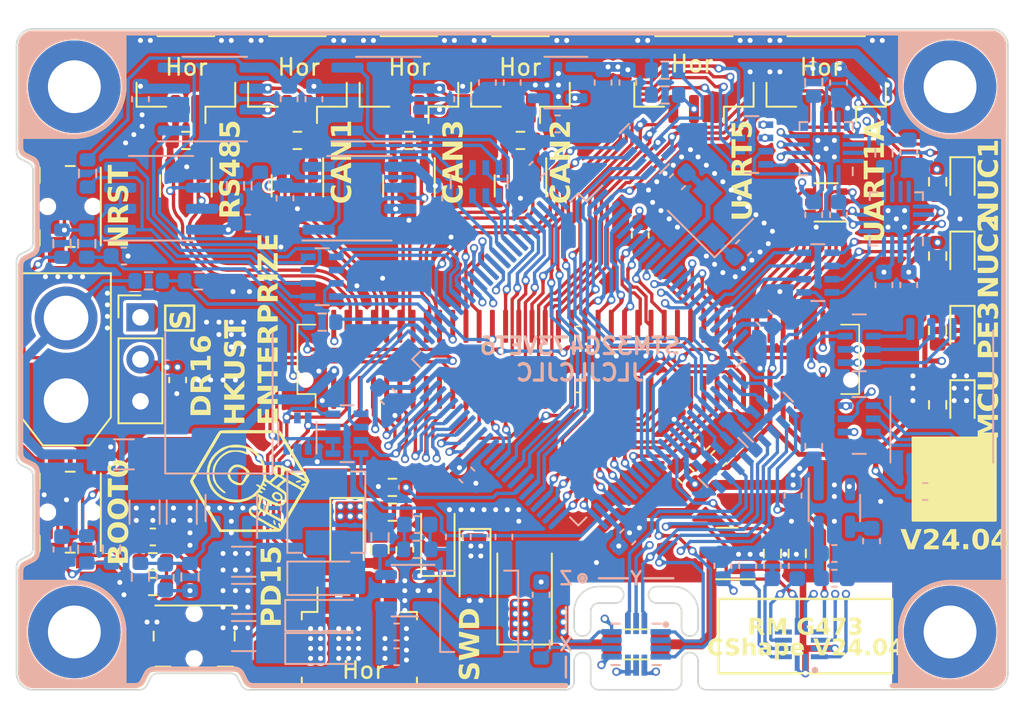
<source format=kicad_pcb>
(kicad_pcb (version 20240108) (generator "pcbnew") (generator_version "8.0")
  (layers (0 "F.Cu" signal) (1 "In1.Cu" signal) (2 "In2.Cu" signal) (31 "B.Cu" signal) (34 "B.Paste" user) (35 "F.Paste" user) (36 "B.SilkS" user "B.Silkscreen") (37 "F.SilkS" user "F.Silkscreen") (38 "B.Mask" user) (39 "F.Mask" user) (44 "Edge.Cuts" user))
  (net 0 "")
  (net 1 "3V3_IMU")
  (net 2 "GND")
  (net 3 "+5V")
  (net 4 "3V3_IO")
  (net 5 "Net-(U8-BS)")
  (net 6 "Net-(U8-LX)")
  (net 7 "Net-(U8-FB)")
  (net 8 "24V_VIN")
  (net 9 "Net-(U14-FB)")
  (net 10 "3V3_MCU")
  (net 11 "Net-(U10-BP)")
  (net 12 "Net-(U11-BP)")
  (net 13 "3V3_SWD")
  (net 14 "Net-(U3-C1)")
  (net 15 "/SWCLK")
  (net 16 "/SWDIO")
  (net 17 "/PA2")
  (net 18 "/PA3")
  (net 19 "/DR16_SIN")
  (net 20 "/PB9")
  (net 21 "/PC4")
  (net 22 "/PC5")
  (net 23 "/PA15")
  (net 24 "/IMU_SCLK")
  (net 25 "/DRDY_LIS3MDLTR")
  (net 26 "/CS_LIS3MDLTR")
  (net 27 "/DRDY_ICM-42688")
  (net 28 "/CS_ICM-42688")
  (net 29 "Net-(U1-VREF+)")
  (net 30 "/OSC_OUT")
  (net 31 "/OSC_IN")
  (net 32 "Net-(Q4-G)")
  (net 33 "Net-(Q4-D)")
  (net 34 "/IMU_HEAT")
  (net 35 "/NUC2_ACT")
  (net 36 "/PE4")
  (net 37 "/PE5")
  (net 38 "/PE6")
  (net 39 "/PF9")
  (net 40 "/PA0")
  (net 41 "/PA1")
  (net 42 "/PE9")
  (net 43 "/PE10")
  (net 44 "/PE13")
  (net 45 "/PE14")
  (net 46 "/UART1A_RX")
  (net 47 "/PB15")
  (net 48 "/PD8")
  (net 49 "/PD9")
  (net 50 "/PD11")
  (net 51 "/PD12")
  (net 52 "/ADC_PWR")
  (net 53 "/PC6")
  (net 54 "/PC7")
  (net 55 "/PC8")
  (net 56 "/PC9")
  (net 57 "/PA10")
  (net 58 "/PD4")
  (net 59 "/PD5")
  (net 60 "/PD6")
  (net 61 "/PD7")
  (net 62 "/PE15")
  (net 63 "/PB5")
  (net 64 "/PB6")
  (net 65 "/BOOT0")
  (net 66 "/PE0")
  (net 67 "/PE1")
  (net 68 "/UART1A_TX")
  (net 69 "/PB11")
  (net 70 "Net-(D22-A)")
  (net 71 "/LED_ACT")
  (net 72 "Net-(D23-A)")
  (net 73 "Net-(R58-Pad2)")
  (net 74 "Net-(R60-Pad2)")
  (net 75 "/IMU_MISO")
  (net 76 "/IMU_MOSI")
  (net 77 "/BTN")
  (net 78 "Net-(R31-Pad2)")
  (net 79 "/PB10")
  (net 80 "/PB14")
  (net 81 "/PA8")
  (net 82 "/PC10")
  (net 83 "/PC11")
  (net 84 "/PC12")
  (net 85 "/PD2")
  (net 86 "/PB4")
  (net 87 "/PB3")
  (net 88 "/PD1")
  (net 89 "/PD0")
  (net 90 "/PB13")
  (net 91 "/PB12")
  (net 92 "/CAN3_RX")
  (net 93 "/CAN3_TX")
  (net 94 "/CAN1_RX")
  (net 95 "/CAN1_TX")
  (net 96 "/CAN1_L")
  (net 97 "/CAN1_H")
  (net 98 "/CAN2_L")
  (net 99 "/CAN2_H")
  (net 100 "/CAN3_L")
  (net 101 "/CAN3_H")
  (net 102 "/RS485_B")
  (net 103 "/RS485_A")
  (net 104 "VINP")
  (net 105 "/UART5_RX")
  (net 106 "/UART5_TX")
  (net 107 "Net-(U2-INT2{slash}FSYNC{slash}CLKIN)")
  (net 108 "/PE2")
  (net 113 "/CAN2_TX")
  (net 114 "/CAN2_RX")
  (net 115 "/UART4_RX")
  (net 116 "/UART4_DE")
  (net 117 "/UART4_TX")
  (net 118 "/PA13")
  (net 119 "/PA14")
  (net 120 "/PC13")
  (net 121 "/PC14")
  (net 122 "/PF10")
  (net 123 "/ADC_5V")
  (net 124 "Net-(D6-A)")
  (net 125 "/PA11")
  (net 126 "/PA12")
  (net 127 "/PB7")
  (net 128 "/PD14")
  (net 129 "/PD13")
  (net 130 "/PE11")
  (net 131 "/PE12")
  (net 132 "/NRST")
  (net 133 "/PC15")
  (net 134 "/PC0")
  (net 135 "/NUC1_ACT")
  (net 136 "Net-(D10-A)")
  (net 137 "Net-(D11-A)")
  (net 138 "/NUC1_DP")
  (net 139 "/NUC1_DN")
  (net 140 "/NUC2_DP")
  (net 141 "/NUC2_DN")
  (net 142 "/NUC1_CTS")
  (net 143 "/NUC1_RTS")
  (net 144 "/NUC1_TX")
  (net 145 "/NUC1_RX")
  (net 146 "/NUC2_CTS")
  (net 147 "/NUC2_RTS")
  (net 148 "/NUC2_TX")
  (net 149 "/NUC2_RX")
  (net 158 "Net-(U16-VBUS)")
  (net 159 "Net-(U17-VBUS)")
  (net 160 "Net-(U14-SW)")
  (net 161 "/PC1")
  (net 162 "/PC2")
  (net 163 "/PC3")
  (net 164 "/PF2")
  (net 165 "/PA4")
  (net 166 "/PA5")
  (net 167 "/PA6")
  (net 168 "/PA7")
  (net 169 "/PB0")
  (net 170 "/PB1")
  (net 171 "/PB2")
  (net 174 "/PD3")
  (net 175 "/PE8")
  (net 179 "/FLASH_NCS")
  (net 180 "/FLASH_IO1")
  (net 181 "/FLASH_IO2")
  (net 182 "/FLASH_IO0")
  (net 183 "/FLASH_CLK")
  (net 184 "/FLASH_IO3")
  (footprint "logo:logo" (layer "F.Cu") (at 109.1 137.4 90)
    (property "Reference" "G***" (hide yes))
    (property "Value" "LOGO" (hide yes))
  )
  (footprint "Package_TO_SOT_SMD:SOT-23" (layer "F.Cu") (at 138 141.75 180)
    (property "Reference" "Q4" (hide yes))
    (property "Value" "AO3400A" (hide yes))
  )
  (footprint "MountingHole:MountingHole_3.2mm_M3_DIN965_Pad" (layer "F.Cu") (at 98.5 113.5)
    (property "Reference" "H1" (hide yes))
    (property "Value" "M3.2 Mount")
  )
  (footprint "Capacitor_SMD:C_0603_1608Metric" (layer "F.Cu") (at 103.25 140.75)
    (property "Reference" "C9" (hide yes))
    (property "Value" "100n" (hide yes))
  )
  (footprint "Package_TO_SOT_SMD:SOT-23" (layer "F.Cu") (at 105.25 119.5 -90)
    (property "Reference" "D8" (hide yes))
    (property "Value" "SM712" (hide yes))
  )
  (footprint "Resistor_SMD:R_0603_1608Metric" (layer "F.Cu") (at 150.75 132.75 -90)
    (property "Reference" "R52" (hide yes))
    (property "Value" "1k" (hide yes))
  )
  (footprint "Connector_PinHeader_2.54mm:PinHeader_1x03_P2.54mm_Vertical" (layer "F.Cu") (at 102.5 127.46)
    (property "Reference" "J22" (hide yes))
    (property "Value" "D-Bus")
  )
  (footprint "AEX7 Others:BTB_P0.8mm_2x40pin_F" (layer "F.Cu") (at 129 130)
    (property "Reference" "J1" (hide yes))
    (property "Value" "BTB")
  )
  (footprint "Connector_JST:JST_GH_SM02B-GHS-TB_1x02-1MP_P1.25mm_Horizontal" (layer "F.Cu") (at 118.75 113 180)
    (property "Reference" "J5" (hide yes))
    (property "Value" "CAN3")
  )
  (footprint "Resistor_SMD:R_1206_3216Metric" (layer "F.Cu") (at 132.5 147.25)
    (property "Reference" "R62" (hide yes))
    (property "Value" "(36R)" (hide yes))
  )
  (footprint "Capacitor_SMD:C_0603_1608Metric" (layer "F.Cu") (at 136.5 135 45)
    (property "Reference" "C48" (hide yes))
    (property "Value" "100n")
  )
  (footprint "Diode_SMD:D_SMF" (layer "F.Cu") (at 120.5 140.75 90)
    (property "Reference" "D12" (hide yes))
    (property "Value" "3V3 TVS" (hide yes))
  )
  (footprint "Diode_SMD:D_SMA" (layer "F.Cu") (at 125.75 143.75 90)
    (property "Reference" "D5" (hide yes))
    (property "Value" "SMAJ5.0A")
  )
  (footprint "Connector_JST:JST_GH_SM02B-GHS-TB_1x02-1MP_P1.25mm_Horizontal" (layer "F.Cu") (at 112 113 180)
    (property "Reference" "J3" (hide yes))
    (property "Value" "CAN1")
  )
  (footprint "MountingHole:MountingHole_3.2mm_M3_DIN965_Pad" (layer "F.Cu") (at 98.5 146.5)
    (property "Reference" "H2" (hide yes))
    (property "Value" "M3.2 Mount")
  )
  (footprint "Package_TO_SOT_SMD:SOT-23" (layer "F.Cu") (at 125.5 119.5 -90)
    (property "Reference" "D2" (hide yes))
    (property "Value" "NUP2105L" (hide yes))
  )
  (footprint "Connector_JST:JST_GH_SM03B-GHS-TB_1x03-1MP_P1.25mm_Horizontal" (layer "F.Cu") (at 144 113 180)
    (property "Reference" "J6" (hide yes))
    (property "Value" "UART1A")
  )
  (footprint "Button_Switch_SMD:Panasonic_EVQPUL_EVQPUC" (layer "F.Cu") (at 98.25 120.75 90)
    (property "Reference" "SW1" (hide yes))
    (property "Value" "NRST")
  )
  (footprint "Resistor_SMD:R_0603_1608Metric" (layer "F.Cu") (at 117.75 139.25)
    (property "Reference" "R15" (hide yes))
    (property "Value" "1k")
  )
  (footprint "Button_Switch_SMD:Panasonic_EVQPUL_EVQPUC" (layer "F.Cu") (at 105.75 146.75 180)
    (property "Reference" "SW4" (hide yes))
    (property "Value" "BTN")
  )
  (footprint "LED_SMD:LED_0603_1608Metric" (layer "F.Cu") (at 152.25 123.75 -90)
    (property "Reference" "D11" (hide yes))
    (property "Value" "LED")
  )
  (footprint "Package_TO_SOT_SMD:SOT-23" (layer "F.Cu") (at 118.75 119.5 -90)
    (property "Reference" "D3" (hide yes))
    (property "Value" "NUP2105L" (hide yes))
  )
  (footprint "Resistor_SMD:R_0603_1608Metric" (layer "F.Cu") (at 150.75 128.25 -90)
    (property "Reference" "R51" (hide yes))
    (property "Value" "1k" (hide yes))
  )
  (footprint "Capacitor_SMD:C_0603_1608Metric" (layer "F.Cu") (at 137.5 136 45)
    (property "Reference" "C56" (hide yes))
    (property "Value" "100n")
  )
  (footprint "Resistor_SMD:R_0603_1608Metric" (layer "F.Cu") (at 103.25 143.75)
    (property "Reference" "R32" (hide yes))
    (property "Value" "10k" (hide yes))
  )
  (footprint "Diode_SMD:D_SMF" (layer "F.Cu") (at 115 140.75 -90)
    (property "Reference" "D14" (hide yes))
    (property "Value" "K34")
  )
  (footprint "LED_SMD:LED_0603_1608Metric" (layer "F.Cu") (at 152.25 119.25 -90)
    (property "Reference" "D10" (hide yes))
    (property "Value" "LED")
  )
  (footprint "Button_Switch_SMD:Panasonic_EVQPUL_EVQPUC" (layer "F.Cu") (at 98.25 139.25 90)
    (property "Reference" "SW2" (hide yes))
    (property "Value" "BOOT0")
  )
  (footprint "Package_TO_SOT_SMD:SOT-363_SC-70-6" (layer "F.Cu") (at 144 120.5 180)
    (property "Reference" "U6" (hide yes))
    (property "Value" "TPD4E1U06DCKR")
  )
  (footprint "Resistor_SMD:R_0603_1608Metric" (layer "F.Cu") (at 118.75 116.75)
    (property "Reference" "R4" (hide yes))
    (property "Value" "120R" (hide yes))
  )
  (footprint "Resistor_SMD:R_0603_1608Metric" (layer "F.Cu") (at 150.75 123.75 -90)
    (property "Reference" "R10" (hide yes))
    (property "Value" "1k")
  )
  (footprint "Inductor_SMD:L_0603_1608Metric" (layer "F.Cu") (at 135.5 137 -45)
    (property "Reference" "L2" (hide yes))
    (property "Value" "220r")
  )
  (footprint "Resistor_SMD:R_0603_1608Metric" (layer "F.Cu") (at 112 116.75)
    (property "Reference" "R2" (hide yes))
    (property "Value" "120R" (hide yes))
  )
  (footprint "Resistor_SMD:R_0603_1608Metric" (layer "F.Cu") (at 103.25 142.25)
    (property "Reference" "R31" (hide yes))
    (property "Value" "330R" (hide yes))
  )
  (footprint "Connector_AMASS:AMASS_XT30U-M_1x02_P5.0mm_Vertical" (layer "F.Cu") (at 98 132.5 90)
    (property "Reference" "J20" (hide yes))
    (property "Value" "PWRIn")
  )
  (footprint "Connector_JST:JST_GH_SM03B-GHS-TB_1x03-1MP_P1.25mm_Horizontal" (layer "F.Cu") (at 136 113 180)
    (property "Reference" "J7" (hide yes))
    (property "Value" "UART5")
  )
  (footprint "Resistor_SMD:R_0603_1608Metric" (layer "F.Cu") (at 117 141.5 90)
    (property "Reference" "R22" (hide yes))
    (property "Value" "10k")
  )
  (footprint "Capacitor_SMD:C_0603_1608Metric" (layer "F.Cu") (at 132.75 122.5 -90)
    (property "Reference" "C55" (hide yes))
    (property "Value" "100n")
  )
  (footprint "MountingHole:MountingHole_3.2mm_M3_DIN965_Pad" (layer "F.Cu") (at 151.5 146.5)
    (property "Reference" "H3" (hide yes))
    (property "Value" "M3.2 Mount")
  )
  (footprint "Resistor_SMD:R_0603_1608Metric" (layer "F.Cu") (at 117.75 137.75 180)
    (property "Reference" "R16" (hide yes))
    (property "Value" "1k")
  )
  (footprint "MountingHole:MountingHole_3.2mm_M3_DIN965_Pad" (layer "F.Cu") (at 151.5 113.5)
    (property "Reference" "H4" (hide yes))
    (property "Value" "M3.2 Mount")
  )
  (footprint "Connector_JST:JST_GH_SM02B-GHS-TB_1x02-1MP_P1.25mm_Horizontal" (layer "F.Cu") (at 125.5 113 180)
    (property "Reference" "J4" (hide yes))
    (property "Value" "CAN2")
  )
  (footprint "Resistor_SMD:R_0603_1608Metric" (layer "F.Cu") (at 125.5 116.75)
    (property "Reference" "R3" (hide yes))
    (property "Value" "120R" (hide yes))
  )
  (footprint "Connector_JST:JST_GH_SM02B-GHS-TB_1x02-1MP_P1.25mm_Horizontal" (layer "F.Cu") (at 105.25 113 180)
    (property "Reference" "J2" (hide yes))
    (property "Value" "RS-485")
  )
  (footprint "Capacitor_SMD:C_0603_1608Metric" (layer "F.Cu") (at 118.5 141.5 -90)
    (property "Reference" "C78" (hide yes))
    (property "Value" "10u" (hide yes))
  )
  (footprint "Capacitor_Tantalum_SMD:CP_EIA-3216-18_Kemet-A_Pad1.58x1.35mm_HandSolder" (layer "F.Cu") (at 122.75 142.75 -90)
    (property "Reference" "C13" (hide yes))
    (property "Value" "47u")
  )
  (footprint "Resistor_SMD:R_0603_1608Metric" (layer "F.Cu") (at 142.25 141.75 -90)
    (property "Reference" "R54" (hide yes))
    (property "Value" "10k" (hide yes))
  )
  (footprint "Capacitor_SMD:C_0603_1608Metric" (layer "F.Cu") (at 104.75 131.25 -90)
    (property "Reference" "C76" (hide yes))
    (property "Value" "10u" (hide yes))
  )
  (footprint "Resistor_SMD:R_0603_1608Metric" (layer "F.Cu") (at 140.75 141.75 -90)
    (property "Reference" "R57" (hide yes))
    (property "Value" "330R" (hide yes))
  )
  (footprint "Resistor_SMD:R_0603_1608Metric" (layer "F.Cu") (at 150.75 119.25 -90)
    (property "Reference" "R17" (hide yes))
    (property "Value" "1k")
  )
  (footprint "Package_TO_SOT_SMD:SOT-23" (layer "F.Cu") (at 112 119.5 -90)
    (property "Reference" "D1" (hide yes))
    (property "Value" "NUP2105L" (hide yes))
  )
  (footprint "Connector_Molex:Molex_PicoBlade_53261-0471_1x04-1MP_P1.25mm_Horizontal" (layer "F.Cu") (at 115.75 147)
    (property "Reference" "J28" (hide yes))
    (property "Value" "SWD")
  )
  (footprint "Resistor_SMD:R_0603_1608Metric" (layer "F.Cu") (at 105.25 116.75)
    (property "Reference" "R6" (hide yes))
    (property "Value" "120R" (hide yes))
  )
  (footprint "LED_SMD:LED_0603_1608Metric" (layer "F.Cu") (at 152.25 132.75 -90)
    (property "Reference" "D22" (hide yes))
    (property "Value" "3V3" (hide yes))
  )
  (footprint "LED_SMD:LED_0603_1608Metric" (layer "F.Cu") (at 152.25 128.25 -90)
    (property "Reference" "D23" (hide yes))
    (property "Value" "ACT" (hide yes))
  )
  (footprint "Capacitor_SMD:C_0603_1608Metric" (layer "B.Cu") (at 126.5 118.5 -135)
    (property "Reference" "C54" (hide yes))
    (property "Value" "100n")
  )
  (footprint "Resistor_SMD:R_Array_Concave_4x0603" (layer "B.Cu") (at 133 117.25 -135)
    (property "Reference" "RN19" (hide yes))
    (property "Value" "82R")
  )
  (footprint "Capacitor_Tantalum_SMD:CP_EIA-3216-18_Kemet-A_Pad1.58x1.35mm_HandSolder" (layer "B.Cu") (at 113.75 145.5)
    (property "Reference" "C23" (hide yes))
    (property "Value" "47u" (hide yes))
  )
  (footprint "Capacitor_SMD:C_0603_1608Metric" (layer "B.Cu") (at 143.25 135.25 90)
    (property "Reference" "C42" (hide yes))
    (property "Value" "100n" (hide yes))
  )
  (footprint "Inductor_SMD:L_Sunlord_MWSA0402S" (layer "B.Cu") (at 113.75 139.25 -90)
    (property "Reference" "L1" (hide yes))
    (property "Value" "6u8")
  )
  (footprint "RM24:PQFN50P300X250X97-14N" (layer "B.Cu") (at 132.5 147.25 180)
    (property "Reference" "U2" (hide yes))
    (property "Value" "ICM-42688-P" (hide yes))
  )
  (footprint "Resistor_SMD:R_Array_Concave_4x0603" (layer "B.Cu") (at 140.5 133.5 -45)
    (property "Reference" "RN2" (hide yes))
    (property "Value" "82R")
  )
  (footprint "Resistor_SMD:R_0603_1608Metric" (layer "B.Cu") (at 103 125.25)
    (property "Reference" "R11" (hide yes))
    (property "Value" "10k")
  )
  (footprint "Capacitor_SMD:C_0603_1608Metric" (layer "B.Cu") (at 122.25 137 -45)
    (property "Reference" "C57" (hide yes))
    (property "Value" "100n")
  )
  (footprint "Capacitor_SMD:C_0603_1608Metric" (layer "B.Cu") (at 149 125.5 -90)
    (property "Reference" "C46" (hide yes))
    (property "Value" "0u1")
  )
  (footprint "Resistor_SMD:R_0603_1608Metric" (layer "B.Cu") (at 99.25 141.5 -90)
    (property "Reference" "R60" (hide yes))
    (property "Value" "330R" (hide yes))
  )
  (footprint "Package_SO:SOIC-8_3.9x4.9mm_P1.27mm" (layer "B.Cu") (at 107 114.25)
    (property "Reference" "U4" (hide yes))
    (property "Value" "TJA1042T-3" (hide yes))
  )
  (footprint "Capacitor_SMD:C_0603_1608Metric" (layer "B.Cu") (at 140.75 142.5 90)
    (property "Reference" "C2" (hide yes))
    (property "Value" "100n" (hide yes))
  )
  (footprint "Capacitor_SMD:C_0603_1608Metric" (layer "B.Cu") (at 143.25 121.25 -90)
    (property "Reference" "C19" (hide yes))
    (property "Value" "1u")
  )
  (footprint "Capacitor_SMD:C_0603_1608Metric" (layer "B.Cu") (at 111.5 114.25 -90)
    (property "Reference" "C10" (hide yes))
    (property "Value" "100n" (hide yes))
  )
  (footprint "Capacitor_SMD:C_0603_1608Metric" (layer "B.Cu") (at 132 140.75 45)
    (property "Reference" "C58" (hide yes))
    (property "Value" "100n")
  )
  (footprint "Package_DFN_QFN:TQFN-16-1EP_3x3mm_P0.5mm_EP1.6x1.6mm" (layer "B.Cu") (at 144 117.25 90)
    (property "Reference" "U17" (hide yes))
    (property "Value" "CH343P")
  )
  (footprint "Capacitor_SMD:C_0603_1608Metric" (layer "B.Cu") (at 150 138)
    (property "Reference" "C14" (hide yes))
    (property "Value" "100n")
  )
  (footprint "Capacitor_SMD:C_0603_1608Metric" (layer "B.Cu") (at 146.75 141 -90)
    (property "Reference" "C43" (hide yes))
    (property "Value" "10n" (hide yes))
  )
  (footprint "Resistor_SMD:R_0603_1608Metric" (layer "B.Cu") (at 119.25 141.5 180)
    (property "Reference" "R20" (hide yes))
    (property "Value" "47k")
  )
  (footprint "Capacitor_SMD:C_0603_1608Metric" (layer "B.Cu") (at 121.5 140.75 90)
    (property "Reference" "C65" (hide yes))
    (property "Value" "10u")
  )
  (footprint "Resistor_SMD:R_Array_Concave_4x0603" (layer "B.Cu") (at 139.5 117)
    (property "Reference" "RN21" (hide yes))
    (property "Value" "82R")
  )
  (footprint "Package_TO_SOT_SMD:SOT-23-5" (layer "B.Cu") (at 118.5 144 180)
    (property "Reference" "U14" (hide yes))
    (property "Value" "RY3430")
  )
  (footprint "Fuse:Fuse_1206_3216Metric" (layer "B.Cu") (at 101.5 135.75)
    (property "Reference" "F1" (hide yes))
    (property "Value" "Fuse")
  )
  (footprint "Resistor_SMD:R_0603_1608Metric" (layer "B.Cu") (at 143.25 113.25 -90)
    (property "Reference" "R19" (hide yes))
    (property "Value" "330R")
  )
  (footprint "Capacitor_SMD:C_0603_1608Metric" (layer "B.Cu") (at 123 140.75 90)
    (property "Reference" "C64" (hide yes))
    (property "Value" "10u")
  )
  (footprint "Capacitor_SMD:C_0603_1608Metric" (layer "B.Cu") (at 130.5 113.25 -90)
    (property "Reference" "C37" (hide yes))
    (property "Value" "100n" (hide yes))
  )
  (footprint "Capacitor_SMD:C_0603_1608Metric" (layer "B.Cu") (at 104 143.175 90)
    (property "Reference" "C22" (hide yes))
    (property "Value" "20p" (hide yes))
  )
  (footprint "Capacitor_SMD:C_0603_1608Metric" (layer "B.Cu") (at 139.25 142.5 90)
    (property "Reference" "C1" (hide yes))
    (property "Value" "100n" (hide yes))
  )
  (footprint "Capacitor_SMD:C_0603_1608Metric" (layer "B.Cu") (at 142.25 142.5 90)
    (property "Reference" "C3" (hide yes))
    (property "Value" "100n" (hide yes))
  )
  (footprint "Capacitor_SMD:C_0603_1608Metric" (layer "B.Cu") (at 135 119.25 -135)
    (property "Reference" "C61" (hide yes))
    (property "Value" "20p")
  )
  (footprint "Capacitor_SMD:C_0603_1608Metric" (layer "B.Cu") (at 118 146.5)
    (property "Reference" "C53" (hide yes))
    (property "Value" "10u")
  )
  (footprint "Resistor_SMD:R_0603_1608Metric" (layer "B.Cu") (at 147.5 117.5 -90)
    (property "Reference" "R18" (hide yes))
    (property "Value" "330R")
  )
  (footprint "Capacitor_SMD:C_0603_1608Metric" (layer "B.Cu") (at 124.5 140.75 90)
    (property "Reference" "C63" (hide yes))
    (property "Value" "10u")
  )
  (footprint "Capacitor_SMD:C_0603_1608Metric" (layer "B.Cu") (at 97.75 141.5 -90)
    (property "Reference" "C71" (hide yes))
    (property "Value" "100n" (hide yes))
  )
  (footprint "Inductor_SMD:L_Sunlord_MWSA0402S" (layer "B.Cu") (at 123 145.25 90)
    (property "Reference" "L3" (hide yes))
    (property "Value" "4u7")
  )
  (footprint "Capacitor_SMD:C_0603_1608Metric" (layer "B.Cu") (at 113 114.25 -90)
    (property "Reference" "C7" (hide yes))
    (property "Value" "100n" (hide yes))
  )
  (footprint "Capacitor_SMD:C_0603_1608Metric" (layer "B.Cu") (at 144.5 143.25)
    (property "Reference" "C45" (hide yes))
    (property "Value" "100n" (hide yes))
  )
  (footprint "Capacitor_SMD:C_0603_1608Metric" (layer "B.Cu") (at 140.25 127.5 135)
    (property "Reference" "C59" (hide yes))
    (property "Value" "100n")
  )
  (footprint "Capacitor_SMD:C_0603_1608Metric" (layer "B.Cu") (at 111.25 120.25 -90)
    (property "Reference" "C8" (hide yes))
    (property "Value" "100n" (hide yes))
  )
  (footprint "Resistor_SMD:R_0603_1608Metric" (layer "B.Cu") (at 105.5 143.175 90)
    (property "Reference" "R23" (hide yes))
    (property "Value" "54k6" (hide yes))
  )
  (footprint "Resistor_SMD:R_0603_1608Metric" (layer "B.Cu") (at 108.25 119.5 90)
    (property "Reference" "R5" (hide yes))
    (property "Value" "4k7" (hide yes))
  )
  (footprint "Capacitor_SMD:C_1206_3216Metric" (layer "B.Cu") (at 108.75 146.75 180)
    (property "Reference" "C25" (hide yes))
    (property "Value" "10u" (hide yes))
  )
  (footprint "Capacitor_SMD:C_0603_1608Metric" (layer "B.Cu") (at 144.75 113.25 -90)
    (property "Reference" "C17" (hide yes))
    (property "Value" "0u1")
  )
  (footprint "Capacitor_SMD:C_0603_1608Metric" (layer "B.Cu") (at 119.25 140 180)
    (property "Reference" "C50" (hide yes))
    (property "Value" "20p")
  )
  (footprint "Capacitor_SMD:C_0603_1608Metric" (layer "B.Cu") (at 120.25 120.25 -90)
    (property "Reference" "C12" (hide yes))
    (property "Value" "100n" (hide yes))
  )
  (footprint "Capacitor_SMD:C_0603_1608Metric" (layer "B.Cu") (at 125 113.25 -90)
    (property "Reference" "C40" (hide yes))
    (property "Value" "100n" (hide yes))
  )
  (footprint "Resistor_SMD:R_Array_Concave_4x0603" (layer "B.Cu") (at 137.75 136.25 -45)
    (property "Reference" "RN3" (hide yes))
    (property "Value" "82R")
  )
  (footprint "Resistor_SMD:R_Array_Concave_4x0603" (layer "B.Cu") (at 113.5 125)
    (property "Reference" "RN13" (hide yes))
    (property "Value" "82R")
  )
  (footprint "Resistor_SMD:R_0603_1608Metric" (layer "B.Cu") (at 117 140.75 90)
    (property "Reference" "R21" (hide yes))
    (property "Value" "10k")
  )
  (footprint "Package_DFN_QFN:TQFN-16-1EP_3x3mm_P0.5mm_EP1.6x1.6mm" (layer "B.Cu") (at 148.25 121.5 90)
    (property "Reference" "U16" (hide yes))
    (property "Value" "CH343P")
  )
  (footprint "Capacitor_SMD:C_0603_1608Metric" (layer "B.Cu") (at 149 117.5 -90)
    (property "Reference" "C20" (hide yes))
    (property "Value" "0u1")
  )
  (footprint "Package_SON:WSON-8-1EP_8x6mm_P1.27mm_EP3.4x4.3mm" (layer "B.Cu") (at 151 132.25 -90)
    (property "Reference" "U9" (hide yes))
    (property "Value" "W25Q32JVZP")
  )
  (footprint "Package_SO:SOIC-8_3.9x4.9mm_P1.27mm" (layer "B.Cu") (at 103.75 120.25)
    (property "Reference" "U13" (hide yes))
    (property "Value" "SN75176AD" (hide yes))
  )
  (footprint "Crystal:Crystal_SMD_3225-4Pin_3.2x2.5mm" (layer "B.Cu") (at 137 121.25 135)
    (property "Reference" "Y1" (hide yes))
    (property "Value" "3225 25MHz")
  )
  (footprint "Capacitor_SMD:C_0603_1608Metric" (layer "B.Cu") (at 109 121.75)
    (property "Reference" "C16" (hide yes))
    (property "Value" "100n" (hide yes))
  )
  (footprint "Capacitor_SMD:C_0603_1608Metric" (layer "B.Cu") (at 137.75 142.5 90)
    (property "Reference" "C4" (hide yes))
    (property "Value" "100n" (hide yes))
  )
  (footprint "Capacitor_SMD:C_0603_1608Metric" (layer "B.Cu") (at 102.5 114.25 -90)
    (property "Reference" "C6" (hide yes))
    (property "Value" "100n" (hide yes))
  )
  (footprint "Capacitor_SMD:C_0603_1608Metric" (layer "B.Cu") (at 122 114.25 -90)
    (property "Reference" "C11" (hide yes))
    (property "Value" "100n" (hide yes))
  )
  (footprint "Resistor_SMD:R_0603_1608Metric" (layer "B.Cu") (at 100.75 141.5 90)
    (property "Reference" "R61" (hide yes))
    (property "Value" "10k" (hide yes))
  )
  (footprint "Resistor_SMD:R_Array_Concave_4x0603" (layer "B.Cu") (at 115 134.5)
    (property "Reference" "RN1" (hide yes))
    (property "Value" "82R")
  )
  (footprint "Package_TO_SOT_SMD:SOT-23-6" (layer "B.Cu") (at 108 139 90)
    (property "Reference" "U8" (hide yes))
    (property "Value" "RY8411" (hide yes))
  )
  (footprint "Capacitor_SMD:C_0603_1608Metric" (layer "B.Cu") (at 127.75 115.75)
    (property "Reference" "C38" (hide yes))
    (property "Value" "10n" (hide yes))
  )
  (footprint "Package_TO_SOT_SMD:SOT-23-5" (layer "B.Cu") (at 127.75 113.25 180)
    (property "Reference" "U10" (hide yes))
    (property "Value" "RS3236" (hide yes))
  )
  (footprint "Diode_SMD:D_SMF" (layer "B.Cu") (at 113.75 143.25)
    (property "Reference" "D6" (hide yes))
    (property "Value" "K34")
  )
  (footprint "Package_TO_SOT_SMD:SOT-363_SC-70-6" (layer "B.Cu") (at 112 134.5 90)
    (property "Reference" "U5" (hide yes))
    (property "Value" "TPD4E1U06DCKR")
  )
  (footprint "Package_QFP:LQFP-100_14x14mm_P0.5mm" (layer "B.Cu") (at 129 130 -135)
    (property "Reference" "U1" (hide yes))
    (property "Value" "STM32G473VETx" (hide yes))
  )
  (footprint "Resistor_SMD:R_0603_1608Metric" (layer "B.Cu") (at 126.75 147.25 -90)
    (property "Reference" "R1" (hide yes))
    (property "Value" "1k" (hide yes))
  )
  (footprint "RM24:XDCR_LIS3MDLTR" (layer "B.Cu") (at 142.5 147.25 90)
    (property "Reference" "U3" (hide yes))
    (property "Value" "LIS3MDLTR" (hide yes))
  )
  (footprint "Capacitor_SMD:C_0603_1608Metric" (layer "B.Cu") (at 126.75 144.25 -90)
    (property "Reference" "C5" (hide yes))
    (property "Value" "100n" (hide yes))
  )
  (footprint "Capacitor_SMD:C_0603_1608Metric" (layer "B.Cu") (at 110.5 139 90)
    (property "Reference" "C21" (hide yes))
    (property "Value" "100n" (hide yes))
  )
  (footprint "Capacitor_SMD:C_0603_1608Metric" (layer "B.Cu") (at 123.5 113.25 -90)
    (property "Reference" "C39" (hide yes))
    (property "Value" "10u" (hide yes))
  )
  (footprint "Resistor_SMD:R_0603_1608Metric" (layer "B.Cu") (at 106 125.25)
    (property "Reference" "R12" (hide yes))
    (property "Value" "1k")
  )
  (footprint "Package_SO:SOIC-8_3.9x4.9mm_P1.27mm" (layer "B.Cu") (at 117.5 114.25)
    (property "Reference" "U7" (hide yes))
    (property "Value" "TJA1042T-3" (hide yes))
  )
  (footprint "Resistor_SMD:R_0603_1608Metric" (layer "B.Cu") (at 134.25 114)
    (property "Reference" "R24" (hide yes))
    (property "Value" "10k")
  )
  (footprint "Package_SO:SOIC-8_3.9x4.9mm_P1.27mm" (layer "B.Cu") (at 115.75 120.25)
    (property "Reference" "U12" (hide yes))
    (property "Value" "TJA1042T-3" (hide yes))
  )
  (footprint "Capacitor_SMD:C_0603_1608Metric" (layer "B.Cu") (at 147.5 125.5 -90)
    (property "Reference" "C27" (hide yes))
    (property "Value" "1u")
  )
  (footprint "Resistor_SMD:R_Array_Concave_4x0603" (layer "B.Cu") (at 143.5 124.75)
    (property "Reference" "RN20" (hide yes))
    (property "Value" "82R")
  )
  (footprint "Capacitor_SMD:C_0603_1608Metric" (layer "B.Cu") (at 132 113.25 -90)
    (property "Reference" "C36" (hide yes))
    (property "Value" "10u" (hide yes))
  )
  (footprint "Capacitor_SMD:C_1206_3216Metric" (layer "B.Cu") (at 108.75 144.5 180)
    (property "Reference" "C26" (hide yes))
    (property "Value" "10u" (hide yes))
  )
  (footprint "Capacitor_SMD:C_0603_1608Metric" (layer "B.Cu") (at 142 138.25 -90)
    (property "Reference" "C41" (hide yes))
    (property "Value" "10u" (hide yes))
  )
  (footprint "Package_TO_SOT_SMD:SOT-23-5" (layer "B.Cu") (at 144.5 139 -90)
    (property "Reference" "U11" (hide yes))
    (property "Value" "RS3236" (hide yes))
  )
  (footprint "Capacitor_SMD:C_0603_1608Metric" (layer "B.Cu") (at 139 123.25 45)
    (property "Reference" "C60" (hide yes))
    (property "Value" "20p")
  )
  (footprint "Resistor_SMD:R_0603_1608Metric" (layer "B.Cu") (at 99.25 123 90)
    (property "Reference" "R58" (hide yes))
    (property "Value" "330R" (hide yes))
  )
  (footprint "Resistor_SMD:R_Array_Concave_4x0603" (layer "B.Cu") (at 123 119.25 -90)
    (property "Reference" "RN12" (hide yes))
    (property "Value" "82R")
  )
  (footprint "Capacitor_SMD:C_1206_3216Metric" (layer "B.Cu") (at 102.75 139.25 -90)
    (property "Reference" "C29" (hide yes))
    (property "Value" "10u" (hide yes))
  )
  (footprint "Resistor_SMD:R_Array_Concave_4x0603" (layer "B.Cu") (at 146 129)
    (property "Reference" "RN4" (hide yes))
    (property "Value" "82R")
  )
  (footprint "Resistor_SMD:R_0603_1608Metric" (layer "B.Cu") (at 97.75 123 90)
    (property "Reference" "R59" (hide yes))
    (property "Value" "10k" (hide yes))
  )
  (footprint "Resistor_SMD:R_0603_1608Metric" (layer "B.Cu") (at 102.5 143.175 -90)
    (property "Reference" "R26" (hide yes))
    (property "Value" "10k" (hide yes))
  )
  (footprint "Diode_SMD:D_SMC" (layer "B.Cu") (at 107.25 132 90)
    (property "Reference" "D4" (hide yes))
    (property "Value" "SMCJ28A" (hide yes))
  )
  (footprint "Capacitor_SMD:C_0603_1608Metric" (layer "B.Cu") (at 101.5 123.75)
    (property "Reference" "C70" (hide yes))
    (property "Value" "100n" (hide yes))
  )
  (footprint "Resistor_SMD:R_Array_Concave_4x0603" (layer "B.Cu") (at 146 134)
    (property "Reference" "RN5" (hide yes))
    (property "Value" "82R")
  )
  (footprint "Capacitor_SMD:C_0603_1608Metric" (layer "B.Cu") (at 144.75 121.25 -90)
    (property "Reference" "C47" (hide yes))
    (property "Value" "0u1")
  )
  (footprint "Capacitor_Tantalum_SMD:CP_EIA-3216-18_Kemet-A_Pad1.58x1.35mm_HandSolder" (layer "B.Cu") (at 113.75 147.5)
    (property "Reference" "C28" (hide yes))
    (property "Value" "47u" (hide yes))
  )
  (footprint "Capacitor_SMD:C_1206_3216Metric" (layer "B.Cu") (at 105 139.25 -90)
    (property "Reference" "C30" (hide yes))
    (property "Value" "10u" (hide yes))
  )
  (footprint "Resistor_SMD:R_0603_1608Metric" (layer "B.Cu") (at 99.3 118.75 -90)
    (property "Reference" "R9" (hide yes))
    (property "Value" "10k")
  )
  (footprint "Capacitor_SMD:C_0603_1608Metric" (layer "B.Cu") (at 144.5 141.75)
    (property "Reference" "C44" (hide yes))
    (property "Value" "10u" (hide yes))
  )
  (footprint "Resistor_SMD:R_0603_1608Metric" (layer "B.Cu") (at 113.5 127.75 180)
    (property "Reference" "R8" (hide yes))
    (property "Value" "33R")
  )
  (footprint "Capacitor_SMD:C_1206_3216Metric" (layer "B.Cu") (at 108.75 142.25 180)
    (property "Reference" "C24" (hide yes))
    (property "Value" "10u" (hide yes))
  )
  (footprint "Resistor_SMD:R_0603_1608Metric" (layer "B.Cu") (at 134.25 112.5)
    (property "Reference" "R25" (hide yes))
    (property "Value" "10k")
  )
  (footprint "Capacitor_SMD:C_0603_1608Metric" (layer "B.Cu") (at 118 148)
    (property "Reference" "C51" (hide yes))
    (property "Value" "10u")
  )
  (footprint "Capacitor_SMD:C_0603_1608Metric" (layer "B.Cu") (at 117.5 132.25 -45)
    (property "Reference" "C52" (hide yes))
    (property "Value" "100n")
  )
  (footprint "Resistor_SMD:R_0603_1608Metric" (layer "B.Cu") (at 109.75 119.5 -90)
    (property "Reference" "R7" (hide yes))
    (property "Value" "4k7" (hide yes))
  )
  (gr_line (start 98.5 143.5) (end 95.25 143.5) (stroke (width 0.3)) (layer "B.SilkS"))
  (gr_arc (start 96.25 141.690983) (mid 96.175326 141.953849) (end 95.973607 142.138197) (stroke (width 0.3)) (layer "B.SilkS"))
  (gr_line (start 154.75 111) (end 154.75 149) (stroke (width 0.3)) (layer "B.SilkS"))
  (gr_arc (start 95.25 124.309017) (mid 95.324674 124.046151) (end 95.526394 123.861803) (stroke (width 0.3)) (layer "B.SilkS"))
  (gr_line (start 95.526394 136.138197) (end 95.973607 136.361803) (stroke (width 0.3)) (layer "B.SilkS"))
  (gr_line (start 151.5 116.5) (end 154.75 116.5) (stroke (width 0.3)) (layer "B.SilkS"))
  (gr_line (start 133 143.25) (end 134.75 143.25) (stroke (width 0.15)) (layer "B.SilkS"))
  (gr_arc (start 95.973607 136.361803) (mid 96.17532 136.546155) (end 96.25 136.809017) (stroke (width 0.3)) (layer "B.SilkS"))
  (gr_line (start 148.5 146.5) (end 148.5 149.75) (stroke (width 0.3)) (layer "B.SilkS"))
  (gr_arc (start 109.309017 149.75) (mid 109.04615 149.675326) (end 108.861803 149.473606) (stroke (width 0.3)) (layer "B.SilkS"))
  (gr_circle (center 151.5 146.5) (end 151.5 143.5) (stroke (width 0.3)) (fill none) (layer "B.SilkS"))
  (gr_poly (pts (xy 148.5 110.25) (xy 151.5 110.25) (xy 149.5 111.25) (xy 148.5 112.75)) (fill solid) (layer "B.SilkS"))
  (gr_line (start 102.190983 149.75) (end 96 149.75) (stroke (width 0.3)) (layer "B.SilkS"))
  (gr_poly (pts (xy 95.25 143.5) (xy 97.75 143.5) (xy 96.25 144.5) (xy 95.25 146.25)) (fill solid) (layer "B.SilkS"))
  (gr_poly (pts (xy 101.5 110.25) (xy 101.5 112.75) (xy 100.5 111.25) (xy 98.75 110.25)) (fill solid) (layer "B.SilkS"))
  (gr_arc (start 154.75 149) (mid 154.53033 149.53033) (end 154 149.75) (stroke (width 0.3)) (layer "B.SilkS"))
  (gr_line (start 95.25 111) (end 95.25 117.190983) (stroke (width 0.3)) (layer "B.SilkS"))
  (gr_poly (pts (xy 98.5 110.25) (xy 96 110.25) (xy 95.25 110.75) (xy 95.25 113.25) (xy 95.75 112.25) (xy 96.75 111)) (fill solid) (layer "B.SilkS"))
  (gr_line (start 101.5 146.25) (end 101.5 149.75) (stroke (width 0.3)) (layer "B.SilkS"))
  (gr_circle (center 98.5 146.5) (end 101.5 146.5) (stroke (width 0.3)) (fill none) (layer "B.SilkS"))
  (gr_poly (pts (xy 154.75 116.5) (xy 152.25 116.5) (xy 153.75 115.5) (xy 154.75 113.75)) (fill solid) (layer "B.SilkS"))
  (gr_line (start 128.25 146.5) (end 128.25 145) (stroke (width 0.15)) (layer "B.SilkS"))
  (gr_poly (pts (xy 95.25 146.5) (xy 95.25 149) (xy 95.75 149.75) (xy 98.25 149.75) (xy 97.25 149.25) (xy 96 148.25)) (fill solid) (layer "B.SilkS"))
  (gr_line (start 132 143.25) (end 130.25 143.25) (stroke (width 0.15)) (layer "B.SilkS"))
  (gr_arc (start 102.861803 149.026393) (mid 103.046155 148.82468) (end 103.309017 148.75) (stroke (width 0.3)) (layer "B.SilkS"))
  (gr_line (start 96 110.25) (end 154 110.25) (stroke (width 0.3)) (layer "B.SilkS"))
  (gr_poly (pts (xy 154.75 113.5) (xy 154.75 111) (xy 154.25 110.25) (xy 151.75 110.25) (xy 152.75 110.75) (xy 154 111.75)) (fill solid) (layer "B.SilkS"))
  (gr_line (start 95.25 135.690983) (end 95.25 124.309017) (stroke (width 0.3)) (layer "B.SilkS"))
  (gr_line (start 108.638197 149.026393) (end 108.861803 149.473606) (stroke (width 0.3)) (layer "B.SilkS"))
  (gr_line (start 148.5 113.75) (end 148.5 110.25) (stroke (width 0.3)) (layer "B.SilkS"))
  (gr_arc (start 96 149.75) (mid 95.46967 149.53033) (end 95.25 149) (stroke (width 0.3)) (layer "B.SilkS"))
  (gr_line (start 98.75 116.5) (end 95.25 116.5) (stroke (width 0.3)) (layer "B.SilkS"))
  (gr_poly (pts (xy 148.5 149.75) (xy 148.5 147.25) (xy 149.5 148.75) (xy 151.25 149.75)) (fill solid) (layer "B.SilkS"))
  (gr_line (start 95.25 149) (end 95.25 142.809017) (stroke (width 0.3)) (layer "B.SilkS"))
  (gr_poly (pts (xy 95.25 116.5) (xy 95.25 113.5) (xy 96.25 115.5) (xy 97.75 116.5)) (fill solid) (layer "B.SilkS"))
  (gr_circle (center 129.25 143.25) (end 129.25 143) (stroke (width 0.15)) (fill none) (layer "B.SilkS"))
  (gr_poly (pts (xy 151.5 149.75) (xy 154 149.75) (xy 154.75 149.25) (xy 154.75 146.75) (xy 154.25 147.75) (xy 153.25 149)) (fill solid) (layer "B.SilkS"))
  (gr_arc (start 95.25 142.809017) (mid 95.324674 142.54615) (end 95.526394 142.361803) (stroke (width 0.3)) (layer "B.SilkS"))
  (gr_line (start 95.973607 142.138197) (end 95.526394 142.361803) (stroke (width 0.3)) (layer "B.SilkS"))
  (gr_line (start 154 149.75) (end 148 149.75) (stroke (width 0.3)) (layer "B.SilkS"))
  (gr_circle (center 129.25 143.25) (end 129.26 143.25) (stroke (width 0.15)) (fill none) (layer "B.SilkS"))
  (gr_arc (start 95.25 111) (mid 95.46967 110.46967) (end 96 110.25) (stroke (width 0.3)) (layer "B.SilkS"))
  (gr_circle (center 98.5 113.5) (end 98.5 116.5) (stroke (width 0.3)) (fill none) (layer "B.SilkS"))
  (gr_line (start 96.25 136.809017) (end 96.25 141.690983) (stroke (width 0.3)) (layer "B.SilkS"))
  (gr_line (start 101.5 113.5) (end 101.5 110.25) (stroke (width 0.3)) (layer "B.SilkS"))
  (gr_arc (start 95.973607 117.861803) (mid 96.175319 118.046153) (end 96.25 118.309017) (stroke (width 0.3)) (layer "B.SilkS"))
  (gr_arc (start 95.526394 117.638197) (mid 95.324681 117.453847) (end 95.25 117.190983) (stroke (width 0.3)) (layer "B.SilkS"))
  (gr_line (start 95.526394 117.638197) (end 95.973607 117.861803) (stroke (width 0.3)) (layer "B.SilkS"))
  (gr_arc (start 154 110.25) (mid 154.53033 110.46967) (end 154.75 111) (stroke (width 0.3)) (layer "B.SilkS"))
  (gr_line (start 151.25 143.5) (end 154.75 143.5) (stroke (width 0.3)) (layer "B.SilkS"))
  (gr_line (start 102.638197 149.473606) (end 102.861803 149.026393) (stroke (width 0.3)) (layer "B.SilkS"))
  (gr_arc (start 108.190983 148.75) (mid 108.453849 148.824674) (end 108.638197 149.026393) (stroke (width 0.3)) (layer "B.SilkS"))
  (gr_line (start 96.25 118.309017) (end 96.25 123.190983) (stroke (width 0.3)) (layer "B.SilkS"))
  (gr_arc (start 96.25 123.190983) (mid 96.175326 123.453849) (end 95.973607 123.638197) (stroke (width 0.3)) (layer "B.SilkS"))
  (gr_line (start 103.309017 148.75) (end 108.190983 148.75) (stroke (width 0.3)) (layer "B.SilkS"))
  (gr_line (start 95.973607 123.638197) (end 95.526394 123.861803) (stroke (width 0.3)) (layer "B.SilkS"))
  (gr_line (start 128.25 149.75) (end 109.309017 149.75) (stroke (width 0.3)) (layer "B.SilkS"))
  (gr_poly (pts (xy 101.5 149.75) (xy 98.5 149.75) (xy 100.5 148.75) (xy 101.5 147.25)) (fill solid) (layer "B.SilkS"))
  (gr_poly (pts (xy 154.75 143.5) (xy 154.75 146.5) (xy 153.75 144.5) (xy 152.25 143.5)) (fill solid) (layer "B.SilkS"))
  (gr_arc (start 102.638197 149.473606) (mid 102.453846 149.67532) (end 102.190983 149.75) (stroke (width 0.3)) (layer "B.SilkS"))
  (gr_arc (start 95.526394 136.138197) (mid 95.32468 135.953846) (end 95.25 135.690983) (stroke (width 0.3)) (layer "B.SilkS"))
  (gr_circle (center 151.5 113.5) (end 148.5 113.5) (stroke (width 0.3)) (fill none) (layer "B.SilkS"))
  (gr_line (start 128.25 148) (end 128.25 149.25) (stroke (width 0.15)) (layer "B.SilkS"))
  (gr_poly (pts (xy 151.5 110.25) (xy 154 110.25) (xy 154.75 110.75) (xy 154.75 113.25) (xy 154.25 112.25) (xy 153.25 111)) (fill solid) (layer "F.SilkS"))
  (gr_line (start 128.25 149.75) (end 109.309017 149.75) (stroke (width 0.3)) (layer "F.SilkS"))
  (gr_arc (start 154.749999 148.999999) (mid 154.530329 149.530329) (end 153.999999 149.749999) (stroke (width 0.3)) (layer "F.SilkS"))
  (gr_line (start 154.75 143.5) (end 151.5 143.5) (stroke (width 0.3)) (layer "F.SilkS"))
  (gr_line (start 95.25 116.5) (end 98.5 116.5) (stroke (width 0.3)) (layer "F.SilkS"))
  (gr_line (start 96.000001 110.250001) (end 153.999999 110.250001) (stroke (width 0.3)) (layer "F.SilkS"))
  (gr_poly (pts (xy 148.5 110.25) (xy 148.5 112.75) (xy 149.5 111.25) (xy 151.25 110.25)) (fill solid) (layer "F.SilkS"))
  (gr_arc (start 95.250001 111.000001) (mid 95.469671 110.469671) (end 96.000001 110.250001) (stroke (width 0.3)) (layer "F.SilkS"))
  (gr_line (start 102.638197 149.473606) (end 102.861803 149.026393) (stroke (width 0.3)) (layer "F.SilkS"))
  (gr_line (start 95.526394 136.138197) (end 95.973607 136.361803) (stroke (width 0.3)) (layer "F.SilkS"))
  (gr_line (start 102.190983 149.75) (end 96 149.75) (stroke (width 0.3)) (layer "F.SilkS"))
  (gr_arc (start 96.25 141.690983) (mid 96.175332 141.953855) (end 95.973607 142.138197) (stroke (width 0.3)) (layer "F.SilkS"))
  (gr_line (start 154.749999 148.999999) (end 154.749999 111.000001) (stroke (width 0.3)) (layer "F.SilkS"))
  (gr_poly (pts (xy 95.25 143.5) (xy 95.25 146.5) (xy 96.25 144.5) (xy 97.75 143.5)) (fill solid) (layer "F.SilkS"))
  (gr_arc (start 95.526394 117.638197) (mid 95.324674 117.45385) (end 95.25 117.190983) (stroke (width 0.3)) (layer "F.SilkS"))
  (gr_arc (start 95.973607 136.361803) (mid 96.175326 136.546151) (end 96.25 136.809017) (stroke (width 0.3)) (layer "F.SilkS"))
  (gr_line (start 95.25 143.5) (end 98.75 143.5) (stroke (width 0.3)) (layer "F.SilkS"))
  (gr_circle (center 151.5 113.5) (end 151.5 116.5) (stroke (width 0.3)) (fill none) (layer "F.SilkS"))
  (gr_line (start 154 149.75) (end 148 149.75) (stroke (width 0.3)) (layer "F.SilkS"))
  (gr_circle (center 98.5 146.5) (end 98.5 143.5) (stroke (width 0.3)) (fill none) (layer "F.SilkS"))
  (gr_circle (center 151.5 146.5) (end 148.5 146.5) (stroke (width 0.3)) (fill none) (layer "F.SilkS"))
  (gr_poly (pts (xy 101.5 110.25) (xy 98.5 110.25) (xy 100.5 111.25) (xy 101.5 112.75)) (fill solid) (layer "F.SilkS"))
  (gr_line (start 95.973607 142.138197) (end 95.526394 142.361803) (stroke (width 0.3)) (layer "F.SilkS"))
  (gr_circle (center 98.5 113.5) (end 101.5 113.5) (stroke (width 0.3)) (fill none) (layer "F.SilkS"))
  (gr_arc (start 95.25 142.809017) (mid 95.324668 142.546145) (end 95.526394 142.361803) (stroke (width 0.3)) (layer "F.SilkS"))
  (gr_line (start 95.25 124.309017) (end 95.25 135.690983) (stroke (width 0.3)) (layer "F.SilkS"))
  (gr_arc (start 109.309017 149.75) (mid 109.046151 149.675326) (end 108.861803 149.473606) (stroke (width 0.3)) (layer "F.SilkS"))
  (gr_line (start 96.25 136.809017) (end 96.25 141.690983) (stroke (width 0.3)) (layer "F.SilkS"))
  (gr_line (start 148.5 110.25) (end 148.5 113.5) (stroke (width 0.3)) (layer "F.SilkS"))
  (gr_arc (start 95.526394 136.138197) (mid 95.324674 135.95385) (end 95.25 135.690983) (stroke (width 0.3)) (layer "F.SilkS"))
  (gr_arc (start 96.25 123.190983) (mid 96.175332 123.453855) (end 95.973607 123.638197) (stroke (width 0.3)) (layer "F.SilkS"))
  (gr_poly (pts (xy 148.5 149.75) (xy 151.5 149.75) (xy 149.5 148.75) (xy 148.5 147.25)) (fill solid) (layer "F.SilkS"))
  (gr_arc (start 109.309017 149.75) (mid 109.046145 149.675332) (end 108.861803 149.473606) (stroke (width 0.3)) (layer "F.SilkS"))
  (gr_line (start 103.309017 148.75) (end 108.190983 148.75) (stroke (width 0.3)) (layer "F.SilkS"))
  (gr_line (start 101.5 149.75) (end 101.5 146.5) (stroke (width 0.3)) (layer "F.SilkS"))
  (gr_poly (pts (xy 95.25 116.5) (xy 97.75 116.5) (xy 96.25 115.5) (xy 95.25 113.75)) (fill solid) (layer "F.SilkS"))
  (gr_poly (pts (xy 154.75 146.5) (xy 154.75 149) (xy 154.25 149.75) (xy 151.75 149.75) (xy 152.75 149.25) (xy 154 148.25)) (fill solid) (layer "F.SilkS"))
  (gr_arc (start 153.999999 110.250001) (mid 154.530329 110.469671) (end 154.749999 111.000001) (stroke (width 0.3)) (layer "F.SilkS"))
  (gr_arc (start 95.973607 136.361803) (mid 96.175326 136.546151) (end 96.25 136.809017) (stroke (width 0.3)) (layer "F.SilkS"))
  (gr_rect (start 137.5 144.5) (end 148 149) (stroke (width 0.15)) (fill none) (layer "F.SilkS"))
  (gr_arc (start 102.861803 149.026393) (mid 103.046151 148.824674) (end 103.309017 148.75) (stroke (width 0.3)) (layer "F.SilkS"))
  (gr_line (start 95.526394 136.138197) (end 95.973607 136.361803) (stroke (width 0.3)) (layer "F.SilkS"))
  (gr_line (start 96.25 118.309017) (end 96.25 123.190983) (stroke (width 0.3)) (layer "F.SilkS"))
  (gr_poly (pts (xy 101.5 149.75) (xy 101.5 147.25) (xy 100.5 148.75) (xy 98.75 149.75)) (fill solid) (layer "F.SilkS"))
  (gr_line (start 95.973607 142.138197) (end 95.526394 142.361803) (stroke (width 0.3)) (layer "F.SilkS"))
  (gr_poly (pts (xy 154.75 116.5) (xy 154.75 113.5) (xy 153.75 115.5) (xy 152.25 116.5)) (fill solid) (layer "F.SilkS"))
  (gr_arc (start 95.526394 136.138197) (mid 95.324674 135.95385) (end 95.25 135.690983) (stroke (width 0.3)) (layer "F.SilkS"))
  (gr_arc (start 108.190983 148.75) (mid 108.453849 148.824674) (end 108.638197 149.026393) (stroke (width 0.3)) (layer "F.SilkS"))
  (gr_line (start 95.25 149) (end 95.25 142.809017) (stroke (width 0.3)) (layer "F.SilkS"))
  (gr_line (start 154.75 116.5) (end 151.25 116.5) (stroke (width 0.3)) (layer "F.SilkS"))
  (gr_line (start 96.25 136.809017) (end 96.25 141.690983) (stroke (width 0.3)) (layer "F.SilkS"))
  (gr_arc (start 95.25 124.309017) (mid 95.324668 124.046145) (end 95.526394 123.861803) (stroke (width 0.3)) (layer "F.SilkS"))
  (gr_arc (start 102.861803 149.026393) (mid 103.046151 148.824674) (end 103.309017 148.75) (stroke (width 0.3)) (layer "F.SilkS"))
  (gr_rect (start 104 126.75) (end 105.75 128.25) (stroke (width 0.15)) (fill none) (layer "F.SilkS"))
  (gr_arc (start 95.25 142.809017) (mid 95.324668 142.546145) (end 95.526394 142.361803) (stroke (width 0.3)) (layer "F.SilkS"))
  (gr_arc (start 108.190983 148.75) (mid 108.453855 148.824668) (end 108.638197 149.026393) (stroke (width 0.3)) (layer "F.SilkS"))
  (gr_arc (start 102.638197 149.473606) (mid 102.45385 149.675326) (end 102.190983 149.75) (stroke (width 0.3)) (layer "F.SilkS"))
  (gr_arc (start 96.25 141.690983) (mid 96.175332 141.953855) (end 95.973607 142.138197) (stroke (width 0.3)) (layer "F.SilkS"))
  (gr_poly (pts (xy 95.25 113.5) (xy 95.25 111) (xy 95.75 110.25) (xy 98.25 110.25) (xy 97.25 110.75) (xy 96 111.75)) (fill solid) (layer "F.SilkS"))
  (gr_arc (start 95.973607 117.861803) (mid 96.175326 118.046151) (end 96.25 118.309017) (stroke (width 0.3)) (layer "F.SilkS"))
  (gr_rect (start 149.25 134.75) (end 154.25 139.75) (stroke (width 0.15)) (fill solid) (layer "F.SilkS"))
  (gr_arc (start 102.638197 149.473606) (mid 102.45385 149.675326) (end 102.190983 149.75) (stroke (width 0.3)) (layer "F.SilkS"))
  (gr_line (start 148.5 149.75) (end 148.5 146.25) (stroke (width 0.3)) (layer "F.SilkS"))
  (gr_line (start 108.638197 149.026393) (end 108.861803 149.473606) (stroke (width 0.3)) (layer "F.SilkS"))
  (gr_line (start 102.638197 149.473606) (end 102.861803 149.026393) (stroke (width 0.3)) (layer "F.SilkS"))
  (gr_line (start 95.250001 111.000001) (end 95.25 117.190983) (stroke (width 0.3)) (layer "F.SilkS"))
  (gr_line (start 108.638197 149.026393) (end 108.861803 149.473606) (stroke (width 0.3)) (layer "F.SilkS"))
  (gr_poly (pts (xy 98.5 149.75) (xy 96 149.75) (xy 95.25 149.25) (xy 95.25 146.75) (xy 95.75 147.75) (xy 96.75 149)) (fill solid) (layer "F.SilkS"))
  (gr_line (start 101.5 110.25) (end 101.5 113.75) (stroke (width 0.3)) (layer "F.SilkS"))
  (gr_poly (pts (xy 154.75 143.5) (xy 152.25 143.5) (xy 153.75 144.5) (xy 154.75 146.25)) (fill solid) (layer "F.SilkS"))
  (gr_line (start 95.526394 117.638197) (end 95.973607 117.861803) (stroke (width 0.3)) (layer "F.SilkS"))
  (gr_line (start 103.309017 148.75) (end 108.190983 148.75) (stroke (width 0.3)) (layer "F.SilkS"))
  (gr_line (start 95.973607 123.638197) (end 95.526394 123.861803) (stroke (width 0.3)) (layer "F.SilkS"))
  (gr_arc (start 96 149.75) (mid 95.46967 149.53033) (end 95.25 149) (stroke (width 0.3)) (layer "F.SilkS"))
  (gr_line (start 95 124.059017) (end 95 135.940983) (stroke (width 0.1)) (layer "Edge.Cuts"))
  (gr_line (start 96 122.940983) (end 96 118.559017) (stroke (width 0.1)) (layer "Edge.Cuts"))
  (gr_arc (start 135.25 148.25) (mid 135.75 147.75) (end 136.25 148.25) (stroke (width 0.1)) (layer "Edge.Cuts"))
  (gr_arc (start 136.25 146.25) (mid 135.75 146.75) (end 135.25 146.25) (stroke (width 0.1)) (layer "Edge.Cuts"))
  (gr_arc (start 95.723607 136.611803) (mid 95.925326 136.796151) (end 96 137.059017) (stroke (width 0.1)) (layer "Edge.Cuts"))
  (gr_arc (start 95 111) (mid 95.292893 110.292893) (end 96 110) (stroke (width 0.1)) (layer "Edge.Cuts"))
  (gr_line (start 102.440983 150) (end 96 150) (stroke (width 0.1)) (layer "Edge.Cuts"))
  (gr_line (start 95.723607 141.888197) (end 95.276394 142.111803) (stroke (width 0.1)) (layer "Edge.Cuts"))
  (gr_arc (start 95 124.059017) (mid 95.074668 123.796145) (end 95.276394 123.611803) (stroke (width 0.1)) (layer "Edge.Cuts"))
  (gr_arc (start 129.75 146.25) (mid 129.25 146.75) (end 128.75 146.25) (stroke (width 0.1)) (layer "Edge.Cuts"))
  (gr_line (start 95.276394 136.388197) (end 95.723607 136.611803) (stroke (width 0.1)) (layer "Edge.Cuts"))
  (gr_line (start 128.75 149.5) (end 128.75 148.25) (stroke (width 0.1)) (layer "Edge.Cuts"))
  (gr_line (start 135.25 145.25) (end 135.25 146.25) (stroke (width 0.1)) (layer "Edge.Cuts"))
  (gr_line (start 134.75 144.75) (end 133.75 144.75) (stroke (width 0.1)) (layer "Edge.Cuts"))
  (gr_arc (start 130.25 150) (mid 129.896447 149.853553) (end 129.75 149.5) (stroke (width 0.1)) (layer "Edge.Cuts"))
  (gr_line (start 107.940983 149) (end 103.559017 149) (stroke (width 0.1)) (layer "Edge.Cuts"))
  (gr_arc (start 96 122.940983) (mid 95.925325 123.203849) (end 95.723607 123.388197) (stroke (width 0.1)) (layer "Edge.Cuts"))
  (gr_line (start 129.75 149.5) (end 129.75 148.25) (stroke (width 0.1)) (layer "Edge.Cuts"))
  (gr_line (start 136.25 149.5) (end 136.25 148.25) (stroke (width 0.1)) (layer "Edge.Cuts"))
  (gr_line (start 96 141.440983) (end 96 137.059017) (stroke (width 0.1)) (layer "Edge.Cuts"))
  (gr_arc (start 128.75 145.25) (mid 129.18934 144.18934) (end 130.25 143.75) (stroke (width 0.1)) (layer "Edge.Cuts"))
  (gr_arc (start 103.111803 149.276393) (mid 103.296155 149.07468) (end 103.559017 149) (stroke (width 0.1)) (layer "Edge.Cuts"))
  (gr_arc (start 128.75 149.5) (mid 128.603553 149.853553) (end 128.25 150) (stroke (width 0.1)) (layer "Edge.Cuts"))
  (gr_line (start 155 111) (end 155 149) (stroke (width 0.1)) (layer "Edge.Cuts"))
  (gr_arc (start 155 149) (mid 154.707107 149.707107) (end 154 150) (stroke (width 0.1)) (layer "Edge.Cuts"))
  (gr_line (start 131.25 144.75) (end 130.25 144.75) (stroke (width 0.1)) (layer "Edge.Cuts"))
  (gr_line (start 102.888197 149.723606) (end 103.111803 149.276393) (stroke (width 0.1)) (layer "Edge.Cuts"))
  (gr_arc (start 95.276394 117.888197) (mid 95.074675 117.703849) (end 95 117.440983) (stroke (width 0.1)) (layer "Edge.Cuts"))
  (gr_arc (start 95.276394 136.388197) (mid 95.074675 136.203849) (end 95 135.940983) (stroke (width 0.1)) (layer "Edge.Cuts"))
  (gr_line (start 134.75 143.75) (end 133.75 143.75) (stroke (width 0.1)) (layer "Edge.Cuts"))
  (gr_line (start 95 142.559017) (end 95 149) (stroke (width 0.1)) (layer "Edge.Cuts"))
  (gr_line (start 128.25 150) (end 109.059017 150) (stroke (width 0.1)) (layer "Edge.Cuts"))
  (gr_line (start 95.276394 117.888197) (end 95.723607 118.111803) (stroke (width 0.1)) (layer "Edge.Cuts"))
  (gr_line (start 131.25 143.75) (end 130.25 143.75) (stroke (width 0.1)) (layer "Edge.Cuts"))
  (gr_arc (start 131.25 143.75) (mid 131.75 144.25) (end 131.25 144.75) (stroke (width 0.1)) (layer "Edge.Cuts"))
  (gr_line (start 95.723607 123.388197) (end 95.276394 123.611803) (stroke (width 0.1)) (layer "Edge.Cuts"))
  (gr_arc (start 134.75 143.75) (mid 135.81066 144.18934) (end 136.25 145.25) (stroke (width 0.1)) (layer "Edge.Cuts"))
  (gr_arc (start 129.75 145.25) (mid 129.896447 144.896447) (end 130.25 144.75) (stroke (width 0.1)) (layer "Edge.Cuts"))
  (gr_arc (start 109.059017 150) (mid 108.796146 149.925333) (end 108.611803 149.723606) (stroke (width 0.1)) (layer "Edge.Cuts"))
  (gr_line (start 129.75 145.25) (end 129.75 146.25) (stroke (width 0.1)) (layer "Edge.Cuts"))
  (gr_arc (start 135.25 149.5) (mid 135.103553 149.853553) (end 134.75 150) (stroke (width 0.1)) (layer "Edge.Cuts"))
  (gr_arc (start 128.75 148.25) (mid 129.25 147.75) (end 129.75 148.25) (stroke (width 0.1)) (layer "Edge.Cuts"))
  (gr_arc (start 136.75 150) (mid 136.396447 149.853553) (end 136.25 149.5) (stroke (width 0.1)) (layer "Edge.Cuts"))
  (gr_arc (start 102.888197 149.723606) (mid 102.703846 149.92532) (end 102.440983 150) (stroke (width 0.1)) (layer "Edge.Cuts"))
  (gr_arc (start 107.940983 149) (mid 108.203853 149.074667) (end 108.388197 149.276393) (stroke (width 0.1)) (layer "Edge.Cuts"))
  (gr_arc (start 133.75 144.75) (mid 133.25 144.25) (end 133.75 143.75) (stroke (width 0.1)) (layer "Edge.Cuts"))
  (gr_arc (start 96 150) (mid 95.292893 149.707107) (end 95 149) (stroke (width 0.1)) (layer "Edge.Cuts"))
  (gr_arc (start 95 142.559017) (mid 95.074668 142.296145) (end 95.276394 142.111803) (stroke (width 0.1)) (layer "Edge.Cuts"))
  (gr_line (start 96 110) (end 154 110) (stroke (width 0.1)) (layer "Edge.Cuts"))
  (gr_arc (start 154 110) (mid 154.707107 110.292893) (end 155 111) (stroke (width 0.1)) (layer "Edge.Cuts"))
  (gr_line (start 136.25 145.25) (end 136.25 146.25) (stroke (width 0.1)) (layer "Edge.Cuts"))
  (gr_line (start 108.388197 149.276393) (end 108.611803 149.723606) (stroke (width 0.1)) (layer "Edge.Cuts"))
  (gr_arc (start 95.723607 118.111803) (mid 95.925319 118.296153) (end 96 118.559017) (stroke (width 0.1)) (layer "Edge.Cuts"))
  (gr_line (start 95 117.440983) (end 95 111) (stroke (width 0.1)) (layer "Edge.Cuts"))
  (gr_line (start 128.75 145.25) (end 128.75 146.25) (stroke (width 0.1)) (layer "Edge.Cuts"))
  (gr_arc (start 96 141.440983) (mid 95.925332 141.703855) (end 95.723607 141.888197) (stroke (width 0.1)) (layer "Edge.Cuts"))
  (gr_line (start 135.25 149.5) (end 135.25 148.25) (stroke (width 0.1)) (layer "Edge.Cuts"))
  (gr_arc (start 134.75 144.75) (mid 135.103553 144.896447) (end 135.25 145.25) (stroke (width 0.1)) (layer "Edge.Cuts"))
  (gr_line (start 130.25 150) (end 134.75 150) (stroke (width 0.1)) (layer "Edge.Cuts"))
  (gr_line (start 136.75 150) (end 154 150) (stroke (width 0.1)) (layer "Edge.Cuts"))
  (gr_text "X" (at 128.25 147.25 0) (layer "B.SilkS") (effects (font (size 0.8 0.8)) (justify mirror)))
  (gr_text "STM32G473VET6\nJLCJLCJLC" (at 129.1 130 0) (layer "B.SilkS") (effects (font (size 1 1) (thickness 0.2) (bold yes)) (justify mirror)))
  (gr_text "Z" (at 128.25 143.25 0) (layer "B.SilkS") (effects (font (size 0.8 0.8)) (justify mirror)))
  (gr_text "Y" (at 132.5 143.25 0) (layer "B.SilkS") (effects (font (size 0.8 0.8)) (justify mirror)))
  (gr_text "RM G473" (at 142.75 146.25 0) (layer "F.SilkS") (effects (font (size 1 1) (thickness 0.2) (bold yes))))
  (gr_text "S" (at 105 127 90) (layer "F.SilkS") (effects (font (size 1.2 1.2) (thickness 0.2) (bold yes)) (justify right)))
  (gr_text "PE3" (at 153.9 128.25 90) (layer "F.SilkS") (effects (font (size 1.2 1.2) (thickness 0.2) (bold yes))))
  (gr_text "CShape V24.04\n" (at 142.75 147.5 0) (layer "F.SilkS") (effects (font (size 1 1) (thickness 0.2) (bold yes))))
  (gr_text "PD15" (at 110.5 143.75 90) (layer "F.SilkS") (effects (font (size 1.2 1.2) (thickness 0.2) (bold yes))))
  (gr_text "NUC2" (at 153.9 123.75 90) (layer "F.SilkS") (effects (font (size 1.2 1.2) (thickness 0.2) (bold yes))))
  (gr_text "CAN2" (at 128 115.5 90) (layer "F.SilkS") (effects (font (size 1.2 1.2) (thickness 0.2) (bold yes)) (justify right)))
  (gr_text "UART1A" (at 147 115.5 90) (layer "F.SilkS") (effects (font (size 1.2 1.2) (thickness 0.2) (bold yes)) (justify right)))
  (gr_text "BOOT0" (at 101.25 139.25 90) (layer "F.SilkS") (effects (font (size 1.2 1.2) (thickness 0.2) (bold yes))))
  (gr_text "RS485" (at 108 115.5 90) (layer "F.SilkS") (effects (font (size 1.2 1.2) (thickness 0.2) (bold yes)) (justify right)))
  (gr_text "Hor" (at 117.4 112.9 0) (layer "F.SilkS") (effects (font (size 1 1)) (justify left bottom)))
  (gr_text "DR16" (at 106.25 128.5 90) (layer "F.SilkS") (effects (font (size 1.2 1.2) (thickness 0.2) (bold yes)) (justify right)))
  (gr_text "SWD" (at 122.5 147.25 90) (layer "F.SilkS") (effects (font (size 1.2 1.2) (thickness 0.2) (bold yes))))
  (gr_text "UART5" (at 139 115.5 90) (layer "F.SilkS") (effects (font (size 1.2 1.2) (thickness 0.2) (bold yes)) (justify right)))
  (gr_text "CAN1" (at 114.75 115.5 90) (layer "F.SilkS") (effects (font (size 1.2 1.2) (thickness 0.2) (bold yes)) (justify right)))
  (gr_text "NRST" (at 101.25 120.75 90) (layer "F.SilkS") (effects (font (size 1.2 1.2) (thickness 0.2) (bold yes))))
  (gr_text "Hor" (at 114.6 149.4 0) (layer "F.SilkS") (effects (font (size 1 1)) (justify left bottom)))
  (gr_text "CAN3" (at 121.5 115.5 90) (layer "F.SilkS") (effects (font (size 1.2 1.2) (thickness 0.2) (bold yes)) (justify right)))
  (gr_text "V24.04\n" (at 151.8 141 0) (layer "F.SilkS") (effects (font (size 1.2 1.2) (thickness 0.2) (bold yes))))
  (gr_text "MCU" (at 153.9 132.75 90) (layer "F.SilkS") (effects (font (size 1.2 1.2) (thickness 0.2) (bold yes))))
  (gr_text "Hor" (at 103.9 112.9 0) (layer "F.SilkS") (effects (font (size 1 1)) (justify left bottom)))
  (gr_text "HKUST\nENTERPRIZE" (at 109.3 134 90) (layer "F.SilkS") (effects (font (size 1.2 1.2) (thickness 0.2) (bold yes)) (justify left)))
  (gr_text "Hor" (at 142.3 112.9 0) (layer "F.SilkS") (effects (font (size 1 1)) (justify left bottom)))
  (gr_text "Hor" (at 124.1 112.9 0) (layer "F.SilkS") (effects (font (size 1 1)) (justify left bottom)))
  (gr_text "Hor" (at 134.5 112.7 0) (layer "F.SilkS") (effects (font (size 1 1)) (justify left bottom)))
  (gr_text "Hor" (at 110.7 112.9 0) (layer "F.SilkS") (effects (font (size 1 1)) (justify left bottom)))
  (gr_text "NUC1" (at 153.9 119.25 90) (layer "F.SilkS") (effects (font (size 1.2 1.2) (thickness 0.2) (bold yes))))
  (via (at 130.4 148.5) (size 0.5) (drill 0.3) (layers "F.Cu" "B.Cu") (net 1))
  (via (at 138.4 144.005025) (size 0.5) (drill 0.3) (layers "F.Cu" "B.Cu") (net 1))
  (segment (start 140.3 143.725) (end 140.75 143.275) (width 0.2) (layer "B.Cu") (net 1))
  (segment (start 140.75 143.275) (end 140.75 142.525) (width 0.3) (layer "B.Cu") (net 1))
  (segment (start 137.75 143.275) (end 138.4 143.925) (width 0.2) (layer "B.Cu") (net 1))
  (segment (start 138.5 142.525) (end 140.75 142.525) (width 0.3) (layer "B.Cu") (net 1))
  (segment (start 138.4 143.925) (end 138.4 144.005025) (width 0.2) (layer "B.Cu") (net 1))
  (segment (start 140.705025 147.5) (end 140.3 147.094975) (width 0.2) (layer "B.Cu") (net 1))
  (segment (start 140.3 147.094975) (end 140.3 143.725) (width 0.2) (layer "B.Cu") (net 1))
  (segment (start 130.9 148) (end 130.4 148.5) (width 0.2) (layer "B.Cu") (net 1))
  (segment (start 137.75 143.275) (end 138.5 142.525) (width 0.3) (layer "B.Cu") (net 1))
  (segment (start 141.4125 147.5) (end 140.705025 147.5) (width 0.2) (layer "B.Cu") (net 1))
  (segment (start 131.015 148) (end 130.9 148) (width 0.2) (layer "B.Cu") (net 1))
  (segment (start 143.325 142.525) (end 143.725 142.925) (width 0.3) (layer "B.Cu") (net 1))
  (segment (start 143.725 142.925) (end 143.725 143.25) (width 0.3) (layer "B.Cu") (net 1))
  (segment (start 143.55 140.1375) (end 143.55 143.075) (width 0.6) (layer "B.Cu") (net 1))
  (segment (start 143.55 143.075) (end 143.725 143.25) (width 0.6) (layer "B.Cu") (net 1))
  (segment (start 140.75 142.525) (end 143.325 142.525) (width 0.3) (layer "B.Cu") (net 1))
  (segment (start 144.525559 147.500013) (end 144.525562 147.50001) (width 0.4) (layer "F.Cu") (net 2))
  (segment (start 139.8 130.750016) (end 140 130.550016) (width 0.3) (layer "F.Cu") (net 2))
  (segment (start 139 128) (end 139 128.73241) (width 0.3) (layer "F.Cu") (net 2))
  (segment (start 143.427818 129.9) (end 144.6 129.9) (width 0.3) (layer "F.Cu") (net 2))
  (segment (start 105.25 120.362247) (end 105.137418 120.249665) (width 0.2) (layer "F.Cu") (net 2))
  (segment (start 125.5 120.4375) (end 125.5 120.25) (width 0.2) (layer "F.Cu") (net 2))
  (segment (start 113.4 130.811458) (end 113.299296 130.710754) (width 0.3) (layer "F.Cu") (net 2))
  (segment (start 139 128.73241) (end 139.56759 129.3) (width 0.3) (layer "F.Cu") (net 2))
  (segment (start 118.75 120.4375) (end 118.75 121.584999) (width 0.2) (layer "F.Cu") (net 2))
  (segment (start 142.827818 129.3) (end 143.427818 129.9) (width 0.3) (layer "F.Cu") (net 2))
  (segment (start 142.699999 129.3) (end 143 128.999999) (width 0.3) (layer "F.Cu") (net 2))
  (segment (start 142.6 142.925) (end 142.25 142.575) (width 0.4) (layer "F.Cu") (net 2))
  (segment (start 139.8 132) (end 139.8 130.750016) (width 0.3) (layer "F.Cu") (net 2))
  (segment (start 105.25 120.4375) (end 105.25 120.362247) (width 0.2) (layer "F.Cu") (net 2))
  (segment (start 144.6 129.9) (end 144.6 132) (width 0.3) (layer "F.Cu") (net 2))
  (segment (start 139.8 133.7) (end 139.8 132) (width 0.3) (layer "F.Cu") (net 2))
  (segment (start 142.749997 148.999997) (end 142.75 149) (width 0.2) (layer "F.Cu") (net 2))
  (segment (start 112 120.4375) (end 112 120.885) (width 0.2) (layer "F.Cu") (net 2))
  (segment (start 142.6 147.350013) (end 142.6 142.925) (width 0.4) (layer "F.Cu") (net 2))
  (segment (start 142.75 147.500013) (end 144.525559 147.500013) (width 0.4) (layer "F.Cu") (net 2))
  (segment (start 143 128) (end 143 127.14679) (width 0.3) (layer "F.Cu") (net 2))
  (segment (start 139.56759 129.3) (end 142.699999 129.3) (width 0.3) (layer "F.Cu") (net 2))
  (segment (start 142.6 147.350013) (end 142.75 147.500013) (width 0.4) (layer "F.Cu") (net 2))
  (segment (start 142.75 147.500013) (end 142.75 149) (width 0.4) (layer "F.Cu") (net 2))
  (segment (start 138.048008 135.451992) (end 139.8 133.7) (width 0.3) (layer "F.Cu") (net 2))
  (segment (start 143 128.999999) (end 143 128) (width 0.3) (layer "F.Cu") (net 2))
  (segment (start 142.699999 129.3) (end 142.827818 129.3) (width 0.3) (layer "F.Cu") (net 2))
  (segment (start 113.4 132) (end 113.4 130.811458) (width 0.3) (layer "F.Cu") (net 2))
  (segment (start 144.6 129.9) (end 144.6 128) (width 0.3) (layer "F.Cu") (net 2))
  (via (at 144.5 137.6) (size 0.5) (drill 0.3) (layers "F.Cu" "B.Cu") (net 2))
  (via (at 108 140.5) (size 0.5) (drill 0.3) (layers "F.Cu" "B.Cu") (net 2))
  (via (at 107.4 110.7) (size 0.5) (drill 0.3) (layers "F.Cu" "B.Cu") (net 2))
  (via (at 121.2 139.1) (size 0.5) (drill 0.3) (layers "F.Cu" "B.Cu") (net 2))
  (via (at 147.4 110.7) (size 0.5) (drill 0.3) (layers "F.Cu" "B.Cu") (net 2))
  (via (at 138.8 110.7) (size 0.5) (drill 0.3) (layers "F.Cu" "B.Cu") (net 2))
  (via (at 144.5 139.8) (size 0.5) (drill 0.3) (layers "F.Cu" "B.Cu") (net 2))
  (via (at 144.5 117.75) (size 0.5) (drill 0.3) (layers "F.Cu" "B.Cu") (net 2))
  (via (at 124 139.1) (size 0.5) (drill 0.3) (layers "F.Cu" "B.Cu") (net 2))
  (via (at 104.5 139) (size 0.5) (drill 0.3) (layers "F.Cu" "B.Cu") (net 2))
  (via (at 139.75 121.25) (size 0.5) (drill 0.3) (layers "F.Cu" "B.Cu") (net 2))
  (via (at 112 120.885) (size 0.5) (drill 0.3) (layers "F.Cu" "B.Cu") (net 2))
  (via (at 148.75 121) (size 0.5) (drill 0.3) (layers "F.Cu" "B.Cu") (net 2))
  (via (at 121.3 122.6) (size 0.5) (drill 0.3) (layers "F.Cu" "B.Cu") (net 2))
  (via (at 106 131.25) (size 0.5) (drill 0.3) (layers "F.Cu" "B.Cu") (net 2))
  (via (at 102.5 110.7) (size 0.5) (drill 0.3) (layers "F.Cu" "B.Cu") (net 2))
  (via (at 101.75 123.75) (size 0.5) (drill 0.3) (layers "F.Cu" "B.Cu") (net 2))
  (via (at 134.75 118.25) (size 0.5) (drill 0.3) (layers "F.Cu" "B.Cu") (net 2))
  (via (at 148.75 122) (size 0.5) (drill 0.3) (layers "F.Cu" "B.Cu") (net 2))
  (via (at 101.5 144.25) (size 0.5) (drill 0.3) (layers "F.Cu" "B.Cu") (net 2))
  (via (at 141.2 110.7) (size 0.5) (drill 0.3) (layers "F.Cu" "B.Cu") (net 2))
  (via (at 131.305138 148.907211) (size 0.5) (drill 0.3) (layers "F.Cu" "B.Cu") (net 2))
  (via (at 116.9 137.7) (size 0.5) (drill 0.3) (layers "F.Cu" "B.Cu") (net 2))
  (via (at 121.5 110.7) (size 0.5) (drill 0.3) (layers "F.Cu" "B.Cu") (net 2))
  (via (at 125.4 139.1) (size 0.5) (drill 0.3) (layers "F.Cu" "B.Cu") (net 2))
  (via (at 107.25 127.75) (size 0.5) (drill 0.3) (layers "F.Cu" "B.Cu") (net 2))
  (via (at 109 146.25) (size 0.5) (drill 0.3) (layers "F.Cu" "B.Cu") (net 2))
  (via (at 108.25 131.25) (size 0.5) (drill 0.3) (layers "F.Cu" "B.Cu") (net 2))
  (via (at 152.5 131) (size 0.5) (drill 0.3) (layers "F.Cu" "B.Cu") (net 2))
  (via (at 130.6 145.7) (size 0.5) (drill 0.3) (layers "F.Cu" "B.Cu") (net 2))
  (via (at 141.2 125.900002) (size 0.5) (drill 0.3) (layers "F.Cu" "B.Cu") (net 2))
  (via (at 144.5 116.75) (size 0.5) (drill 0.3) (layers "F.Cu" "B.Cu") (net 2))
  (via (at 118.75 121.584999) (size 0.5) (drill 0.3) (layers "F.Cu" "B.Cu") (net 2))
  (via (at 100.5 127.4) (size 0.5) (drill 0.3) (layers "F.Cu" "B.Cu") (net 2))
  (via (at 138.25 119.75) (size 0.5) (drill 0.3) (layers "F.Cu" "B.Cu") (net 2))
  (via (at 108.25 141.75) (size 0.5) (drill 0.3) (layers "F.Cu" "B.Cu") (net 2))
  (via (at 122.4 144.6) (size 0.5) (drill 0.3) (layers "F.Cu" "B.Cu") (net 2))
  (via (at 102.6 115.2) (size 0.5) (drill 0.3) (layers "F.Cu" "B.Cu") (net 2))
  (via (at 105.5 140.5) (size 0.5) (drill 0.3) (layers "F.Cu" "B.Cu") (net 2))
  (via (at 115.7 146.9) (size 0.5) (drill 0.3) (layers "F.Cu" "B.Cu") (net 2))
  (via (at 109.1 125.9) (size 0.5) (drill 0.3) (layers "F.Cu" "B.Cu") (net 2))
  (via (at 134.25 118.75) (size 0.5) (drill 0.3) (layers "F.Cu" "B.Cu") (net 2))
  (via (at 147.75 122) (size 0.5) (drill 0.3) (layers "F.Cu" "B.Cu") (net 2))
  (via (at 122.7 110.7) (size 0.5) (drill 0.3) (layers "F.Cu" "B.Cu") (net 2))
  (via (at 130.150001 129.8) (size 0.5) (drill 0.3) (layers "F.Cu" "B.Cu") (net 2))
  (via (at 138.75 120.25) (size 0.5) (drill 0.3) (layers "F.Cu" "B.Cu") (net 2))
  (via (at 142.75 149) (size 0.5) (drill 0.3) (layers "F.Cu" "B.Cu") (net 2))
  (via (at 127.8 114.1) (size 0.5) (drill 0.3) (layers "F.Cu" "B.Cu") (net 2))
  (via (at 107.5 142.75) (size 0.5) (drill 0.3) (layers "F.Cu" "B.Cu") (net 2))
  (via (at 97.5 125) (size 0.5) (drill 0.3) (layers "F.Cu" "B.Cu") (net 2))
  (via (at 139.4 141.8) (size 0.5) (drill 0.3) (layers "F.Cu" "B.Cu") (net 2))
  (via (at 138.7 141.8) (size 0.5) (drill 0.3) (layers "F.Cu" "B.Cu") (net 2))
  (via (at 103.1 110.7) (size 0.5) (drill 0.3) (layers "F.Cu" "B.Cu") (net 2))
  (via (at 137.75 119.25) (size 0.5) (drill 0.3) (layers "F.Cu" "B.Cu") (net 2))
  (via (at 152.5 131.75) (size 0.5) (drill 0.3) (layers "F.Cu" "B.Cu") (net 2))
  (via (at 140.6 112.6) (size 0.5) (drill 0.3) (layers "F.Cu" "B.Cu") (net 2))
  (via (at 100.5 126) (size 0.5) (drill 0.3) (layers "F.Cu" "B.Cu") (net 2))
  (via (at 118.6 146.9) (size 0.5) (drill 0.3) (layers "F.Cu" "B.Cu") (net 2))
  (via (at 151.75 132.5) (size 0.5) (drill 0.3) (layers "F.Cu" "B.Cu") (net 2))
  (via (at 104.7 132.075) (size 0.5) (drill 0.3) (layers "F.Cu" "B.Cu") (net 2))
  (via (at 115.7 146.3) (size 0.5) (drill 0.3) (layers "F.Cu" "B.Cu") (net 2))
  (via (at 108.25 142.75) (size 0.5) (drill 0.3) (layers "F.Cu" "B.Cu") (net 2))
  (via (at 124.7 139.1) (size 0.5) (drill 0.3) (layers "F.Cu" "B.Cu") (net 2))
  (via (at 108 139.8) (size 0.5) (drill 0.3) (layers "F.Cu" "B.Cu") (net 2))
  (via (at 143.5 116.75) (size 0.5) (drill 0.3) (layers "F.Cu" "B.Cu") (net 2))
  (via (at 108 127.75) (size 0.5) (drill 0.3) (layers "F.Cu" "B.Cu") (net 2))
  (via (at 137.25 124.25) (size 0.5) (drill 0.3) (layers "F.Cu" "B.Cu") (net 2))
  (via (at 118.5 144) (size 0.5) (drill 0.3) (layers "F.Cu" "B.Cu") (net 2))
  (via (at 149.25 131.75) (size 0.5) (drill 0.3) (layers "F.Cu" "B.Cu") (net 2))
  (via (at 105.5 139.75) (size 0.5) (drill 0.3) (layers "F.Cu" "B.Cu") (net 2))
  (via (at 123.3 110.7) (size 0.5) (drill 0.3) (layers "F.Cu" "B.Cu") (net 2))
  (via (at 149.25 131) (size 0.5) (drill 0.3) (layers "F.Cu" "B.Cu") (net 2))
  (via (at 151.75 131.75) (size 0.5) (drill 0.3) (layers "F.Cu" "B.Cu") (net 2))
  (via (at 109 141.75) (size 0.5) (drill 0.3) (layers "F.Cu" "B.Cu") (net 2))
  (via (at 108 110.7) (size 0.5) (drill 0.3) (layers "F.Cu" "B.Cu") (net 2))
  (via (at 102.9 145.9) (size 0.5) (drill 0.3) (layers "F.Cu" "B.Cu") (net 2))
  (via (at 108 129.25) (size 0.5) (drill 0.3) (layers "F.Cu" "B.Cu") (net 2))
  (via (at 106.6 139) (size 0.5) (drill 0.3) (layers "F.Cu" "B.Cu") (net 2))
  (via (at 115.6 125.55) (size 0.5) (drill 0.3) (layers "F.Cu" "B.Cu") (net 2))
  (via (at 117.157107 125.092893) (size 0.5) (drill 0.3) (layers "F.Cu" "B.Cu") (net 2))
  (via (at 152.1 121.5) (size 0.5) (drill 0.3) (layers "F.Cu" "B.Cu") (net 2))
  (via (at 106.75 131.25) (size 0.5) (drill 0.3) (layers "F.Cu" "B.Cu") (net 2))
  (via (at 114.5 146.9) (size 0.5) (drill 0.3) (layers "F.Cu" "B.Cu") (net 2))
  (via (at 149.25 132.5) (size 0.5) (drill 0.3) (layers "F.Cu" "B.Cu") (net 2))
  (via (at 118.6 146.3) (size 0.5) (drill 0.3) (layers "F.Cu" "B.Cu") (net 2))
  (via (at 134.799733 133.632375) (size 0.5) (drill 0.3) (layers "F.Cu" "B.Cu") (net 2))
  (via (at 104.5 139.75) (size 0.5) (drill 0.3) (layers "F.Cu" "B.Cu") (net 2))
  (via (at 114.5 148.1) (size 0.5) (drill 0.3) (layers "F.Cu" "B.Cu") (net 2))
  (via (at 103.25 139) (size 0.5) (drill 0.3) (layers "F.Cu" "B.Cu") (net 2))
  (via (at 96.675 138.2) (size 0.5) (drill 0.3) (layers "F.Cu" "B.Cu") (net 2))
  (via (at 141.5 141.8) (size 0.5) (drill 0.3) (layers "F.Cu" "B.Cu") (net 2))
  (via (at 132.6 110.7) (size 0.5) (drill 0.3) (layers "F.Cu" "B.Cu") (net 2))
  (via (at 120 144) (size 0.5) (drill 0.3) (layers "F.Cu" "B.Cu") (net 2))
  (via (at 130.1 142.3) (size 0.5) (drill 0.3) (layers "F.Cu" "B.Cu") (net 2))
  (via (at 99 125) (size 0.5) (drill 0.3) (layers "F.Cu" "B.Cu") (net 2))
  (via (at 133.25 119.75) (size 0.5) (drill 0.3) (layers "F.Cu" "B.Cu") (net 2))
  (via (at 102.1 116.4) (size 0.5) (drill 0.3) (layers "F.Cu" "B.Cu") (net 2))
  (via (at 133.2 110.7) (size 0.5) (drill 0.3) (layers "F.Cu" "B.Cu") (net 2))
  (via (at 115.7 148.1) (size 0.5) (drill 0.3) (layers "F.Cu" "B.Cu") (net 2))
  (via (at 140.25 121.75) (size 0.5) (drill 0.3) (layers "F.Cu" "B.Cu") (net 2))
  (via (at 126.4 113.4) (size 0.5) (drill 0.3) (layers "F.Cu" "B.Cu") (net 2))
  (via (at 127.1 113.4) (size 0.5) (drill 0.3) (layers "F.Cu" "B.Cu") (net 2))
  (via (at 105.5 139) (size 0.5) (drill 0.3) (layers "F.Cu" "B.Cu") (net 2))
  (via (at 140 130.550016) (size 0.5) (drill 0.3) (layers "F.Cu" "B.Cu") (net 2))
  (via (at 131.3 129.8) (size 0.5) (drill 0.3) (layers "F.Cu" "B.Cu") (net 2))
  (via (at 134 121) (size 0.5) (drill 0.3) (layers "F.Cu" "B.Cu") (net 2))
  (via (at 136.25 117.75) (size 0.5) (drill 0.3) (layers "F.Cu" "B.Cu") (net 2))
  (via (at 108.7 139) (size 0.5) (drill 0.3) (layers "F.Cu" "B.Cu") (net 2))
  (via (at 139 124.5) (size 0.5) (drill 0.3) (layers "F.Cu" "B.Cu") (net 2))
  (via (at 100.5 128.1) (size 0.5) (drill 0.3) (layers "F.Cu" "B.Cu") (net 2))
  (via (at 123.3 139.1) (size 0.5) (drill 0.3) (layers "F.Cu" "B.Cu") (net 2))
  (via (at 107.5 144) (size 0.5) (drill 0.3) (layers "F.Cu" "B.Cu") (net 2))
  (via (at 107.5 145) (size 0.5) (drill 0.3) (layers "F.Cu" "B.Cu") (net 2))
  (via (at 108 139) (size 0.5) (drill 0.3) (layers "F.Cu" "B.Cu") (net 2))
  (via (at 127.8 112.7) (size 0.5) (drill 0.3) (layers "F.Cu" "B.Cu") (net 2))
  (via (at 144.525562 147.50001) (size 0.5) (drill 0.3) (layers "F.Cu" "B.Cu") (net 2))
  (via (at 143.5 117.75) (size 0.5) (drill 0.3) (layers "F.Cu" "B.Cu") (net 2))
  (via (at 118.6 148.2) (size 0.5) (drill 0.3) (layers "F.Cu" "B.Cu") (net 2))
  (via (at 144.5 138.3) (size 0.5) (drill 0.3) (layers "F.Cu" "B.Cu") (net 2))
  (via (at 152.5 132.5) (size 0.5) (drill 0.3) (layers "F.Cu" "B.Cu") (net 2))
  (via (at 102.6 115.9) (size 0.5) (drill 0.3) (layers "F.Cu" "B.Cu") (net 2))
  (via (at 122.8 137.5) (size 0.5) (drill 0.3) (layers "F.Cu" "B.Cu") (net 2))
  (via (at 116 110.7) (size 0.5) (drill 0.3) (layers "F.Cu" "B.Cu") (net 2))
  (via (at 114.8 110.7) (size 0.5) (drill 0.3) (layers "F.Cu" "B.Cu") (net 2))
  (via (at 103.5 145.9) (size 0.5) (drill 0.3) (layers "F.Cu" "B.Cu") (net 2))
  (via (at 147.3 138.6) (size 0.5) (drill 0.3) (layers "F.Cu" "B.Cu") (net 2))
  (via (at 101.25 143.5) (size 0.5) (drill 0.3) (layers "F.Cu" "B.Cu") (net 2))
  (via (at 115.1 148.1) (size 0.5) (drill 0.3) (layers "F.Cu" "B.Cu") (net 2))
  (via (at 108.75 127.75) (size 0.5) (drill 0.3) (layers "F.Cu" "B.Cu") (net 2))
  (via (at 113.5 132.5) (size 0.5) (drill 0.3) (layers "F.Cu" "B.Cu") (net 2))
  (via (at 133.088738 129.797966) (size 0.5) (drill 0.3) (layers "F.Cu" "B.Cu") (net 2))
  (via (at 133.75 119.25) (size 0.5) (drill 0.3) (layers "F.Cu" "B.Cu") (net 2))
  (via (at 139.4 110.7) (size 0.5) (drill 0.3) (layers "F.Cu" "B.Cu") (net 2))
  (via (at 134.5 121.5) (size 0.5) (drill 0.3) (layers "F.Cu" "B.Cu") (net 2))
  (via (at 117.903554 133.396446) (size 0.5) (drill 0.3) (layers "F.Cu" "B.Cu") (net 2))
  (via (at 140.75 122.25) (size 0.5) (drill 0.3) (layers "F.Cu" "B.Cu") (net 2))
  (via (at 115.7 147.5) (size 0.5) (drill 0.3) (layers "F.Cu" "B.Cu") (net 2))
  (via (at 140.1 141.8) (size 0.5) (drill 0.3) (layers "F.Cu" "B.Cu") (net 2))
  (via (at 107.5 141.75) (size 0.5) (drill 0.3) (layers "F.Cu" "B.Cu") (net 2))
  (via (at 139.25 120.75) (size 0.5) (drill 0.3) (layers "F.Cu" "B.Cu") (net 2))
  (via (at 118.5 143.4) (size 0.5) (drill 0.3) (layers "F.Cu" "B.Cu") (net 2))
  (via (at 122.6 139.1) (size 0.5) (drill 0.3) (layers "F.Cu" "B.Cu") (net 2))
  (via (at 108.25 146.25) (size 0.5) (drill 0.3) (layers "F.Cu" "B.Cu") (net 2))
  (via (at 125.4 139.8) (size 0.5) (drill 0.3) (layers "F.Cu" "B.Cu") (net 2))
  (via (at 100.5 126.7) (size 0.5) (drill 0.3) (layers "F.Cu" "B.Cu") (net 2))
  (via (at 135 122) (size 0.5) (drill 0.3) (layers "F.Cu" "B.Cu") (net 2))
  (via (at 102.25 139.75) (size 0.5) (drill 0.3) (layers "F.Cu" "B.Cu") (net 2))
  (via (at 121.9 139.1) (size 0.5) (drill 0.3) (layers "F.Cu" "B.Cu") (net 2))
  (via (at 138.5 125) (size 0.5) (drill 0.3) (layers "F.Cu" "B.Cu") (net 2))
  (via (at 114.5 146.3) (size 0.5) (drill 0.3) (layers "F.Cu" "B.Cu") (net 2))
  (via (at 115.1 146.9) (size 0.5) (drill 0.3) (layers "F.Cu" "B.Cu") (net 2))
  (via (at 145.3 114.8) (size 0.5) (drill 0.3) (layers "F.Cu" "B.Cu") (net 2))
  (via (at 107.5 146.25) (size 0.5) (drill 0.3) (layers "F.Cu" "B.Cu") (net 2))
  (via (at 151.75 131) (size 0.5) (drill 0.3) (layers "F.Cu" "B.Cu") (net 2))
  (via (at 137.75 124.75) (size 0.5) (drill 0.3) (layers "F.Cu" "B.Cu") (net 2))
  (via (at 135.789548 117.312311) (size 0.5) (drill 0.3) (layers "F.Cu" "B.Cu") (net 2))
  (via (at 106.5 127.75) (size 0.5) (drill 0.3) (layers "F.Cu" "B.Cu") (net 2))
  (via (at 127.7 110.7) (size 0.5) (drill 0.3) (layers "F.Cu" "B.Cu") (net 2))
  (via (at 96.75 125) (size 0.5) (drill 0.3) (layers "F.Cu" "B.Cu") (net 2))
  (via (at 108.75 128.5) (size 0.5) (drill 0.3) (layers "F.Cu" "B.Cu") (net 2))
  (via (at 109 144) (size 0.5) (drill 0.3) (layers "F.Cu" "B.Cu") (net 2))
  (via (at 101.6 116.9) (size 0.5) (drill 0.3) (layers "F.Cu" "B.Cu") (net 2))
  (via (at 114.2 110.7) (size 0.5) (drill 0.3) (layers "F.Cu" "B.Cu") (net 2))
  (via (at 109.2 110.7) (size 0.5) (drill 0.3) (layers "F.Cu" "B.Cu") (net 2))
  (via (at 113.2 136.2) (size 0.5) (drill 0.3) (layers "F.Cu" "B.Cu") (net 2))
  (via (at 114.5 147.5) (size 0.5) (drill 0.3) (layers "F.Cu" "B.Cu") (net 2))
  (via (at 98.25 125) (size 0.5) (drill 0.3) (layers "F.Cu" "B.Cu") (net 2))
  (via (at 111 123.2) (size 0.5) (drill 0.3) (layers "F.Cu" "B.Cu") (net 2))
  (via (at 107.3 139) (size 0.5) (drill 0.3) (layers "F.Cu" "B.Cu") (net 2))
  (via (at 127.8 113.4) (size 0.5) (drill 0.3) (layers "F.Cu" "B.Cu") (net 2))
  (via (at 109 142.75) (size 0.5) (drill 0.3) (layers "F.Cu" "B.Cu") (net 2))
  (via (at 118.5 144.6) (size 0.5) (drill 0.3) (layers "F.Cu" "B.Cu") (net 2))
  (via (at 108.25 144) (size 0.5) (drill 0.3) (layers "F.Cu" "B.Cu") (net 2))
  (via (at 109.8 110.7) (size 0.5) (drill 0.3) (layers "F.Cu" "B.Cu") (net 2))
  (via (at 115.1 147.5) (size 0.5) (drill 0.3) (layers "F.Cu" "B.Cu") (net 2))
  (via (at 107.5 131.25) (size 0.5) (drill 0.3) (layers "F.Cu" "B.Cu") (net 2))
  (via (at 102.25 139) (size 0.5) (drill 0.3) (layers "F.Cu" "B.Cu") (net 2))
  (via (at 133.5 120.5) (size 0.5) (drill 0.3) (layers "F.Cu" "B.Cu") (net 2))
  (via (at 125.5 120.25) (size 0.5) (drill 0.3) (layers "F.Cu" "B.Cu") (net 2))
  (via (at 142.2 141.8) (size 0.5) (drill 0.3) (layers "F.Cu" "B.Cu") (net 2))
  (via (at 147.75 121) (size 0.5) (drill 0.3) (layers "F.Cu" "B.Cu") (net 2))
  (via (at 118.6 147.6) (size 0.5) (drill 0.3) (layers "F.Cu" "B.Cu") (net 2))
  (via (at 135.25 117.75) (size 0.5) (drill 0.3) (layers "F.Cu" "B.Cu") (net 2))
  (via (at 140.5 123) (size 0.5) (drill 0.3) (layers "F.Cu" "B.Cu") (net 2))
  (via (at 105.3 118.35) (size 0.5) (drill 0.3) (layers "F.Cu" "B.Cu") (net 2))
  (via (at 103.25 139.75) (size 0.5) (drill 0.3) (layers "F.Cu" "B.Cu") (net 2))
  (via (at 109.4 139) (size 0.5) (drill 0.3) (layers "F.Cu" "B.Cu") (net 2))
  (via (at 132.1 140.5) (size 0.5) (drill 0.3) (layers "F.Cu" "B.Cu") (net 2))
  (via (at 139.4 112.6) (size 0.5) (drill 0.3) (layers "F.Cu" "B.Cu") (net 2))
  (via (at 136.75 123.75) (size 0.5) (drill 0.3) (layers "F.Cu" "B.Cu") (net 2))
  (via (at 137.25 118.75) (size 0.5) (drill 0.3) (layers "F.Cu" "B.Cu") (net 2))
  (via (at 108 128.5) (size 0.5) (drill 0.3) (layers "F.Cu" "B.Cu") (net 2))
  (via (at 98.025 138.5) (size 0.5) (drill 0.3) (layers "F.Cu" "B.Cu") (net 2))
  (via (at 108.75 129.25) (size 0.5) (drill 0.3) (layers "F.Cu" "B.Cu") (net 2))
  (via (at 115.1 146.3) (size 0.5) (drill 0.3) (layers "F.Cu" "B.Cu") (net 2))
  (via (at 108.25 145) (size 0.5) (drill 0.3) (layers "F.Cu" "B.Cu") (net 2))
  (via (at 109 145) (size 0.5) (drill 0.3) (layers "F.Cu" "B.Cu") (net 2))
  (via (at 141.9 139.8) (size 0.5) (drill 0.3) (layers "F.Cu" "B.Cu") (net 2))
  (via (at 148.25 121.5) (size 0.5) (drill 0.3) (layers "F.Cu" "B.Cu") (net 2))
  (via (at 113.299296 130.710754) (size 0.5) (drill 0.3) (layers "F.Cu" "B.Cu") (net 2))
  (via (at 128.3 110.7) (size 0.5) (drill 0.3) (layers "F.Cu" "B.Cu") (net 2))
  (via (at 105.5 141.25) (size 0.5) (drill 0.3) (layers "F.Cu" "B.Cu") (net 2))
  (via (at 108.1 125.9) (size 0.5) (drill 0.3) (layers "F.Cu" "B.Cu") (net 2))
  (via (at 132.7 140.2) (size 0.5) (drill 0.3) (layers "F.Cu" "B.Cu") (net 2))
  (via (at 140.6 110.7) (size 0.5) (drill 0.3) (layers "F.Cu" "B.Cu") (net 2))
  (via (at 120.9 110.7) (size 0.5) (drill 0.3) (layers "F.Cu" "B.Cu") (net 2))
  (via (at 116.6 110.7) (size 0.5) (drill 0.3) (layers "F.Cu" "B.Cu") (net 2))
  (via (at 144 117.25) (size 0.5) (drill 0.3) (layers "F.Cu" "B.Cu") (net 2))
  (via (at 141.2 112.6) (size 0.5) (drill 0.3) (layers "F.Cu" "B.Cu") (net 2))
  (via (at 143.4 122) (size 0.5) (drill 0.3) (layers "F.Cu" "B.Cu") (net 2))
  (via (at 118.5 145.2) (size 0.5) (drill 0.3) (layers "F.Cu" "B.Cu") (net 2))
  (via (at 107.25 128.5) (size 0.5) (drill 0.3) (layers "F.Cu" "B.Cu") (net 2))
  (via (at 139.5 124) (size 0.5) (drill 0.3) (layers "F.Cu" "B.Cu") (net 2))
  (via (at 136.75 118.25) (size 0.5) (drill 0.3) (layers "F.Cu" "B.Cu") (net 2))
  (via (at 140 123.5) (size 0.5) (drill 0.3) (layers "F.Cu" "B.Cu") (net 2))
  (via (at 123.1 144.6) (size 0.5) (drill 0.3) (layers "F.Cu" "B.Cu") (net 2))
  (via (at 146.8 110.7) (size 0.5) (drill 0.3) (layers "F.Cu" "B.Cu") (net 2))
  (via (at 119.3 144) (size 0.5) (drill 0.3) (layers "F.Cu" "B.Cu") (net 2))
  (segment (start 142.75 148.3375) (end 142.75 149) (width 0.2) (layer "B.Cu") (net 2))
  (segment (start 111.39 120.885) (end 111.25 121.025) (width 0.6) (layer "B.Cu") (net 2))
  (segment (start 142.25 148.75) (end 142.5 149) (width 0.2) (layer "B.Cu") (net 2))
  (segment (start 121.17 115.855) (end 122 115.025) (width 0.6) (layer "B.Cu") (net 2))
  (segment (start 135.487705 134.366384) (end 134.799733 133.678412) (width 0.2) (layer "B.Cu") (net 2))
  (segment (start 131.015 146.5) (end 131.015 146.115) (width 0.2) (layer "B.Cu") (net 2))
  (segment (start 129.689293 147.060707) (end 127.385707 147.060707) (width 0.2) (layer "B.Cu") (net 2))
  (segment (start 144 121.275) (end 144.75 122.025) (width 0.25) (layer "B.Cu") (net 2))
  (segment (start 142.5 149) (end 142.75 149) (width 0.2) (layer "B.Cu") (net 2))
  (segment (start 144.25 119.786658) (end 144 120.036658) (width 0.25) (layer "B.Cu") (net 2))
  (segment (start 127.385707 147.060707) (end 126.75 146.425) (width 0.2) (layer "B.Cu") (net 2))
  (segment (start 142.25 148.3375) (end 142.25 148.75) (width 0.2) (layer "B.Cu") (net 2))
  (segment (start 134.799733 133.678412) (end 134.799733 133.632375) (width 0.2) (layer "B.Cu") (net 2))
  (segment (start 130.25 146.5) (end 129.689293 147.060707) (width 0.2) (layer "B.Cu") (net 2))
  (segment (start 112 135.975) (end 112.225 136.2) (width 0.2) (layer "B.Cu") (net 2))
  (segment (start 135.621142 121.073223) (end 135.621142 121.078858) (width 0.3) (layer "B.Cu") (net 2))
  (segment (start 143.5875 147.5) (end 144.525552 147.5) (width 0.2) (layer "B.Cu") (net 2))
  (segment (start 102.64 114.885) (end 102.5 115.025) (width 0.6) (layer "B.Cu") (net 2))
  (segment (start 132.5 148.907211) (end 131.305138 148.907211) (width 0.2) (layer "B.Cu") (net 2))
  (segment (start 120.275 115.855) (end 121.17 115.855) (width 0.6) (layer "B.Cu") (net 2))
  (segment (start 104.525 114.885) (end 102.64 114.885) (width 0.6) (layer "B.Cu") (net 2))
  (segment (start 131.015 146.5) (end 130.25 146.5) (width 0.2) (layer "B.Cu") (net 2))
  (segment (start 113.275 120.885) (end 112 120.885) (width 0.6) (layer "B.Cu") (net 2))
  (segment (start 144.525552 147.5) (end 144.525562 147.50001) (width 0.2) (layer "B.Cu") (net 2))
  (segment (start 138.638933 127.52381) (end 139.21075 126.951992) (width 0.3) (layer "B.Cu") (net 2))
  (segment (start 112 120.885) (end 111.39 120.885) (width 0.6) (layer "B.Cu") (net 2))
  (segment (start 131.015 146.115) (end 130.6 145.7) (width 0.2) (layer "B.Cu") (net 2))
  (segment (start 109.475 116.155) (end 110.37 116.155) (width 0.6) (layer "B.Cu") (net 2))
  (segment (start 110.37 116.155) (end 111.5 115.025) (width 0.6) (layer "B.Cu") (net 2))
  (segment (start 138.547257 127.52381) (end 138.638933 127.52381) (width 0.3) (layer "B.Cu") (net 2))
  (segment (start 137.962578 128.108489) (end 138.547257 127.52381) (width 0.3) (layer "B.Cu") (net 2))
  (segment (start 106.225 118.345) (end 105.305 118.345) (width 0.2) (layer "B.Cu") (net 2))
  (segment (start 113.14 114.885) (end 113 115.025) (width 0.6) (layer "B.Cu") (net 2))
  (segment (start 119.975 116.155) (end 120.275 115.855) (width 0.6) (layer "B.Cu") (net 2))
  (segment (start 115.025 114.885) (end 113.14 114.885) (width 0.6) (layer "B.Cu") (net 2))
  (segment (start 119.12 122.155) (end 120.25 121.025) (width 0.6) (layer "B.Cu") (net 2))
  (segment (start 132.5 148.51) (end 132.5 148.907211) (width 0.2) (layer "B.Cu") (net 2))
  (segment (start 105.305 118.345) (end 105.3 118.35) (width 0.2) (layer "B.Cu") (net 2))
  (segment (start 118.225 122.155) (end 119.12 122.155) (width 0.6) (layer "B.Cu") (net 2))
  (segment (start 112.225 136.2) (end 113.2 136.2) (width 0.2) (layer "B.Cu") (net 2))
  (segment (start 112 135.45) (end 112 135.975) (width 0.2) (layer "B.Cu") (net 2))
  (segment (start 144.25 118.9) (end 144.25 119.786658) (width 0.25) (layer "B.Cu") (net 2))
  (segment (start 144 120.036658) (end 144 121.275) (width 0.25) (layer "B.Cu") (net 2))
  (segment (start 139.21075 126.951992) (end 139.701992 126.951992) (width 0.3) (layer "B.Cu") (net 2))
  (segment (start 114.2 128) (end 114.2 128.865634) (width 0.25) (layer "F.Cu") (net 3))
  (segment (start 137.26881 137.6) (end 136.303052 138.565758) (width 0.6) (layer "F.Cu") (net 3))
  (segment (start 128.1 146.8) (end 128.55 147.25) (width 0.6) (layer "F.Cu") (net 3))
  (segment (start 114.2 128.865634) (end 114.234366 128.9) (width 0.25) (layer "F.Cu") (net 3))
  (segment (start 128.1 142.6) (end 128.1 146.8) (width 0.6) (layer "F.Cu") (net 3))
  (segment (start 141.1 137.6) (end 137.26881 137.6) (width 0.6) (layer "F.Cu") (net 3))
  (segment (start 143.8 132) (end 143.8 130.65) (width 0.25) (layer "F.Cu") (net 3))
  (segment (start 136.270709 138.565758) (end 136.270709 138.598101) (width 0.6) (layer "F.Cu") (net 3))
  (segment (start 142 137.6) (end 142 137) (width 0.6) (layer "F.Cu") (net 3))
  (segment (start 135.56881 139.3) (end 131.4 139.3) (width 0.6) (layer "F.Cu") (net 3))
  (segment (start 142 137.6) (end 141.1 137.6) (width 0.6) (layer "F.Cu") (net 3))
  (segment (start 104.75 130.475) (end 102.975 130.475) (width 0.8) (layer "F.Cu") (net 3))
  (segment (start 136.270709 138.598101) (end 135.56881 139.3) (width 0.6) (layer "F.Cu") (net 3))
  (segment (start 128.55 147.25) (end 131.0375 147.25) (width 0.6) (layer "F.Cu") (net 3))
  (segment (start 141.4 137.6) (end 141.1 137.6) (width 0.6) (layer "F.Cu") (net 3))
  (segment (start 102.975 130.475) (end 102.5 130) (width 0.8) (layer "F.Cu") (net 3))
  (segment (start 131.4 139.3) (end 128.1 142.6) (width 0.6) (layer "F.Cu") (net 3))
  (segment (start 136.303052 138.565758) (end 136.270709 138.565758) (width 0.6) (layer "F.Cu") (net 3))
  (segment (start 142 137) (end 141.4 137.6) (width 0.6) (layer "F.Cu") (net 3))
  (segment (start 142 137) (end 142.4 136.6) (width 0.6) (layer "F.Cu") (net 3))
  (via (at 125.8 146) (size 0.5) (drill 0.3) (layers "F.Cu" "B.Cu") (net 3))
  (via (at 125.2 146.6) (size 0.5) (drill 0.3) (layers "F.Cu" "B.Cu") (net 3))
  (via (at 104.1 130.475) (size 0.5) (drill 0.3) (layers "F.Cu" "B.Cu") (net 3))
  (via (at 142 137) (size 0.5) (drill 0.3) (layers "F.Cu" "B.Cu") (net 3))
  (via (at 113.4 146.3) (size 0.5) (drill 0.3) (layers "F.Cu" "B.Cu") (net 3))
  (via (at 115.2 138.9) (size 0.5) (drill 0.3) (layers "F.Cu" "B.Cu") (net 3))
  (via (at 128.1 145.9) (size 0.5) (drill 0.3) (layers "F.Cu" "B.Cu") (net 3))
  (via (at 125.8 145.4) (size 0.5) (drill 0.3) (layers "F.Cu" "B.Cu") (net 3))
  (via (at 144.8 112.4) (size 0.5) (drill 0.3) (layers "F.Cu" "B.Cu") (net 3))
  (via (at 112.8 146.3) (size 0.5) (drill 0.3) (layers "F.Cu" "B.Cu") (net 3))
  (via (at 112.8 147.5) (size 0.5) (drill 0.3) (layers "F.Cu" "B.Cu") (net 3))
  (via (at 125.2 146) (size 0.5) (drill 0.3) (layers "F.Cu" "B.Cu") (net 3))
  (via (at 130.8 112.3) (size 0.5) (drill 0.3) (layers "F.Cu" "B.Cu") (net 3))
  (via (at 143.2 112.4) (size 0.5) (drill 0.3) (layers "F.Cu" "B.Cu") (net 3))
  (via (at 113.4 147.5) (size 0.5) (drill 0.3) (layers "F.Cu" "B.Cu") (net 3))
  (via (at 112.8 148.1) (size 0.5) (drill 0.3) (layers "F.Cu" "B.Cu") (net 3))
  (via (at 105.5 144) (size 0.5) (drill 0.3) (layers "F.Cu" "B.Cu") (net 3))
  (via (at 125.2 144.8) (size 0.5) (drill 0.3) (layers "F.Cu" "B.Cu") (net 3))
  (via (at 145.4 137.7) (size 0.5) (drill 0.3) (layers "F.Cu" "B.Cu") (net 3))
  (via (at 114.6 138.9) (size 0.5) (drill 0.3) (layers "F.Cu" "B.Cu") (net 3))
  (via (at 104.75 130.475) (size 0.5) (drill 0.3) (layers "F.Cu" "B.Cu") (net 3))
  (via (at 125.8 146.6) (size 0.5) (drill 0.3) (layers "F.Cu" "B.Cu") (net 3))
  (via (at 128.8 114.2) (size 0.5) (drill 0.3) (layers "F.Cu" "B.Cu") (net 3))
  (via (at 132 112.475) (size 0.5) (drill 0.3) (layers "F.Cu" "B.Cu") (net 3))
  (via (at 117.3 146.9) (size 0.5) (drill 0.3) (layers "F.Cu" "B.Cu") (net 3))
  (via (at 115.8 139.5) (size 0.5) (drill 0.3) (layers "F.Cu" "B.Cu") (net 3))
  (via (at 128.1 145.3) (size 0.5) (drill 0.3) (layers "F.Cu" "B.Cu") (net 3))
  (via (at 125.2 145.4) (size 0.5) (drill 0.3) (layers "F.Cu" "B.Cu") (net 3))
  (via (at 113.4 148.1) (size 0.5) (drill 0.3) (layers "F.Cu" "B.Cu") (net 3))
  (via (at 117.3 147.5) (size 0.5) (drill 0.3) (layers "F.Cu" "B.Cu") (net 3))
  (via (at 114.234366 128.9) (size 0.5) (drill 0.3) (layers "F.Cu" "B.Cu") (net 3))
  (via (at 102.5 113.475) (size 0.5) (drill 0.3) (layers "F.Cu" "B.Cu") (net 3))
  (via (at 142.4 136.6) (size 0.5) (drill 0.3) (layers "F.Cu" "B.Cu") (net 3))
  (via (at 113.4 146.9) (size 0.5) (drill 0.3) (layers "F.Cu" "B.Cu") (net 3))
  (via (at 125.8 144.8) (size 0.5) (drill 0.3) (layers "F.Cu" "B.Cu") (net 3))
  (via (at 142 137.6) (size 0.5) (drill 0.3) (layers "F.Cu" "B.Cu") (net 3))
  (via (at 107.82 122.155) (size 0.5) (drill 0.3) (layers "F.Cu" "B.Cu") (net 3))
  (via (at 113 113.475) (size 0.5) (drill 0.3) (layers "F.Cu" "B.Cu") (net 3))
  (via (at 115.2 139.5) (size 0.5) (drill 0.3) (layers "F.Cu" "B.Cu") (net 3))
  (via (at 128.1 146.5) (size 0.5) (drill 0.3) (layers "F.Cu" "B.Cu") (net 3))
  (via (at 131.4 112.3) (size 0.5) (drill 0.3) (layers "F.Cu" "B.Cu") (net 3))
  (via (at 117.3 148.1) (size 0.5) (drill 0.3) (layers "F.Cu" "B.Cu") (net 3))
  (via (at 112.8 146.9) (size 0.5) (drill 0.3) (layers "F.Cu" "B.Cu") (net 3))
  (via (at 110.3 119.5) (size 0.5) (drill 0.3) (layers "F.Cu" "B.Cu") (net 3))
  (via (at 115.8 138.9) (size 0.5) (drill 0.3) (layers "F.Cu" "B.Cu") (net 3))
  (via (at 143.8 130.65) (size 0.5) (drill 0.3) (layers "F.Cu" "B.Cu") (net 3))
  (via (at 114.6 139.5) (size 0.5) (drill 0.3) (layers "F.Cu" "B.Cu") (net 3))
  (via (at 119.4 143.1) (size 0.5) (drill 0.3) (layers "F.Cu" "B.Cu") (net 3))
  (segment (start 142 137) (end 142 137.5) (width 0.6) (layer "B.Cu") (net 3))
  (segment (start 113.275 119.615) (end 111.39 119.615) (width 0.6) (layer "B.Cu") (net 3))
  (segment (start 143.55 137.8625) (end 143.55 136.325) (width 0.6) (layer "B.Cu") (net 3))
  (segment (start 145.055761 112.475) (end 144.75 112.475) (width 0.4) (layer "B.Cu") (net 3))
  (segment (start 106.225 122.155) (end 107.82 122.155) (width 0.6) (layer "B.Cu") (net 3))
  (segment (start 111.25 119.475) (end 110.325 119.475) (width 0.6) (layer "B.Cu") (net 3))
  (segment (start 147.5 114.919239) (end 145.055761 112.475) (width 0.4) (layer "B.Cu") (net 3))
  (segment (start 110.325 119.475) (end 110.3 119.5) (width 0.6) (layer "B.Cu") (net 3))
  (segment (start 147.5 116.675) (end 147.5 114.919239) (width 0.4) (layer "B.Cu") (net 3))
  (segment (start 113.14 113.615) (end 113 113.475) (width 0.6) (layer "B.Cu") (net 3))
  (segment (start 128.8875 114.2) (end 128.8 114.2) (width 0.2) (layer "B.Cu") (net 3))
  (segment (start 149 116.725) (end 147.55 116.725) (width 0.4) (layer "B.Cu") (net 3))
  (segment (start 128.8875 112.3) (end 131.825 112.3) (width 0.6) (layer "B.Cu") (net 3))
  (segment (start 147.55 116.725) (end 147.5 116.675) (width 0.4) (layer "B.Cu") (net 3))
  (segment (start 142.975 136.025) (end 142 137) (width 0.6) (layer "B.Cu") (net 3))
  (segment (start 104.525 113.615) (end 102.64 113.615) (width 0.6) (layer "B.Cu") (net 3))
  (segment (start 105.5 144) (end 104.05 144) (width 0.2) (layer "B.Cu") (net 3))
  (segment (start 142 137.475) (end 142 137.5) (width 0.3) (layer "B.Cu") (net 3))
  (segment (start 143.25 136.025) (end 142.975 136.025) (width 0.6) (layer "B.Cu") (net 3))
  (segment (start 143.3 112.475) (end 143.25 112.425) (width 0.4) (layer "B.Cu") (net 3))
  (segment (start 119.45 143.05) (end 119.4 143.1) (width 0.2) (layer "B.Cu") (net 3))
  (segment (start 108.225 121.75) (end 107.82 122.155) (width 0.6) (layer "B.Cu") (net 3))
  (segment (start 108.225 121.75) (end 108.225 120.35) (width 0.6) (layer "B.Cu") (net 3))
  (segment (start 143.55 136.325) (end 143.25 136.025) (width 0.6) (layer "B.Cu") (net 3))
  (segment (start 104.05 144) (end 104 143.95) (width 0.2) (layer "B.Cu") (net 3))
  (segment (start 111.39 119.615) (end 111.25 119.475) (width 0.6) (layer "B.Cu") (net 3))
  (segment (start 145.45 137.8625) (end 145.45 137.75) (width 0.2) (layer "B.Cu") (net 3))
  (segment (start 119.6375 143.05) (end 119.45 143.05) (width 0.2) (layer "B.Cu") (net 3))
  (segment (start 145.45 137.75) (end 145.4 137.7) (width 0.2) (layer "B.Cu") (net 3))
  (segment (start 108.225 120.35) (end 108.25 120.325) (width 0.6) (layer "B.Cu") (net 3))
  (segment (start 115.025 113.615) (end 113.14 113.615) (width 0.6) (layer "B.Cu") (net 3))
  (segment (start 102.64 113.615) (end 102.5 113.475) (width 0.6) (layer "B.Cu") (net 3))
  (segment (start 144.75 112.475) (end 143.3 112.475) (width 0.4) (layer "B.Cu") (net 3))
  (segment (start 131.825 112.3) (end 132 112.475) (width 0.6) (layer "B.Cu") (net 3))
  (segment (start 150.025 131.2) (end 150.025 128.15) (width 0.2) (layer "F.Cu") (net 4))
  (segment (start 150.35 122.925) (end 150.75 122.925) (width 0.3) (layer "F.Cu") (net 4))
  (segment (start 142.7 135.2) (end 147.475 135.2) (width 0.3) (layer "F.Cu") (net 4))
  (segment (start 141.4 133.9) (end 142.7 135.2) (width 0.3) (layer "F.Cu") (net 4))
  (segment (start 149.975 130.1) (end 151 130.1) (width 0.3) (layer "F.Cu") (net 4))
  (segment (start 147.475 135.2) (end 150.75 131.925) (width 0.3) (layer "F.Cu") (net 4))
  (segment (start 150.75 131.925) (end 150.025 131.2) (width 0.2) (layer "F.Cu") (net 4))
  (segment (start 149.975 128.2) (end 150.75 127.425) (width 0.3) (layer "F.Cu") (net 4))
  (segment (start 150.75 118.425) (end 150.75 118.45) (width 0.2) (layer "F.Cu") (net 4))
  (segment (start 150.75 126.475) (end 149 124.725) (width 0.3) (layer "F.Cu") (net 4))
  (segment (start 150.75 131.925) (end 149.975 131.15) (width 0.3) (layer "F.Cu") (net 4))
  (segment (start 150.75 127.425) (end 150.75 126.475) (width 0.3) (layer "F.Cu") (net 4))
  (segment (start 149 124.275) (end 150.35 122.925) (width 0.3) (layer "F.Cu") (net 4))
  (segment (start 141.4 132) (end 141.4 133.9) (width 0.3) (layer "F.Cu") (net 4))
  (segment (start 149.975 130.7) (end 149.975 128.2) (width 0.3) (layer "F.Cu") (net 4))
  (segment (start 149.975 130.7) (end 149.975 130.1) (width 0.3) (layer "F.Cu") (net 4))
  (segment (start 149 124.725) (end 149 124.275) (width 0.3) (layer "F.Cu") (net 4))
  (segment (start 150.025 128.15) (end 150.75 127.425) (width 0.2) (layer "F.Cu") (net 4))
  (segment (start 149.975 131.15) (end 149.975 130.7) (width 0.3) (layer "F.Cu") (net 4))
  (segment (start 150.75 118.45) (end 150.7 118.5) (width 0.2) (layer "F.Cu") (net 4))
  (via (at 150.75 122.925) (size 0.5) (drill 0.3) (layers "F.Cu" "B.Cu") (net 4))
  (via (at 147.5 124.725) (size 0.5) (drill 0.3) (layers "F.Cu" "B.Cu") (net 4))
  (via (at 120.35 119.500578) (size 0.5) (drill 0.3) (layers "F.Cu" "B.Cu") (net 4))
  (via (at 142.546542 119.292014) (size 0.5) (drill 0.3) (layers "F.Cu" "B.Cu") (net 4))
  (via (at 141.25 117.75) (size 0.5) (drill 0.3) (layers "F.Cu" "B.Cu") (net 4))
  (via (at 122 113.475) (size 0.5) (drill 0.3) (layers "F.Cu" "B.Cu") (net 4))
  (via (at 147.7 113.4) (size 0.5) (drill 0.3) (layers "F.Cu" "B.Cu") (net 4))
  (via (at 145.626085 121.849479) (size 0.5) (drill 0.3) (layers "F.Cu" "B.Cu") (net 4))
  (via (at 149 124.725) (size 0.5) (drill 0.3) (layers "F.Cu" "B.Cu") (net 4))
  (via (at 150.7 118.5) (size 0.5) (drill 0.3) (layers "F.Cu" "B.Cu") (net 4))
  (via (at 151 130.1) (size 0.5) (drill 0.3) (layers "F.Cu" "B.Cu") (net 4))
  (via (at 147.7 114.2) (size 0.5) (drill 0.3) (layers "F.Cu" "B.Cu") (net 4))
  (segment (start 145.725564 121.75) (end 145.626085 121.849479) (width 0.2) (layer "B.Cu") (net 4))
  (segment (start 133.425 112.5) (end 133.425 111.525) (width 0.2) (layer "B.Cu") (net 4))
  (segment (start 146.6 121.75) (end 145.725564 121.75) (width 0.2) (layer "B.Cu") (net 4))
  (segment (start 101.75 115.475) (end 101.75 113.072014) (width 0.2) (layer "B.Cu") (net 4))
  (segment (start 145.626085 121.748099) (end 145.088993 121.211007) (width 0.2) (layer "B.Cu") (net 4))
  (segment (start 143.75 119.720972) (end 143.25 120.220972) (width 0.25) (layer "B.Cu") (net 4))
  (segment (start 120.25 119.475) (end 120.324422 119.475) (width 0.6) (layer "B.Cu") (net 4))
  (segment (start 109.475 112.345) (end 110.37 112.345) (width 0.6) (layer "B.Cu") (net 4))
  (segment (start 103.052014 111.77) (end 108.27 111.77) (width 0.2) (layer "B.Cu") (net 4))
  (segment (start 147.7 114.2) (end 147.7 113.4) (width 0.6) (layer "B.Cu") (net 4))
  (segment (start 144.75 118.9) (end 144.75 120.475) (width 0.25) (layer "B.Cu") (net 4))
  (segment (start 145.626085 121.849479) (end 145.626085 121.748099) (width 0.2) (layer "B.Cu") (net 4))
  (segment (start 133.425 111.525) (end 133.4 111.5) (width 0.2) (layer "B.Cu") (net 4))
  (segment (start 123.5 111.5) (end 113.475 111.5) (width 0.6) (layer "B.Cu") (net 4))
  (segment (start 119.975 112.345) (end 120.87 112.345) (width 0.6) (layer "B.Cu") (net 4))
  (segment (start 149 123.15) (end 149 124.725) (width 0.25) (layer "B.Cu") (net 4))
  (segment (start 123.5 111.5) (end 123.5 112.475) (width 0.6) (layer "B.Cu") (net 4))
  (segment (start 123 112.475) (end 122 113.475) (width 0.6) (layer "B.Cu") (net 4))
  (segment (start 142.35 117.5) (end 141.5 117.5) (width 0.2) (layer "B.Cu") (net 4))
  (segment (start 126.6125 112.3) (end 123.675 112.3) (width 0.6) (layer "B.Cu") (net 4))
  (segment (start 133.425 114) (end 133.425 112.5) (width 0.2) (layer "B.Cu") (net 4))
  (segment (start 99.3 117.925) (end 101.75 115.475) (width 0.2) (layer "B.Cu") (net 4))
  (segment (start 119.12 118.345) (end 120.25 119.475) (width 0.6) (layer "B.Cu") (net 4))
  (segment (start 108.845 112.345) (end 109.475 112.345) (width 0.2) (layer "B.Cu") (net 4))
  (segment (start 143.75 118.9) (end 143.75 119.720972) (width 0.25) (layer "B.Cu") (net 4))
  (segment (start 141.5 117.5) (end 141.25 117.75) (width 0.2) (layer "B.Cu") (net 4))
  (segment (start 148 124.225) (end 147.5 124.725) (width 0.25) (layer "B.Cu") (net 4))
  (segment (start 123.5 112.475) (end 123 112.475) (width 0.6) (layer "B.Cu") (net 4))
  (segment (start 118.225 118.345) (end 119.12 118.345) (width 0.6) (layer "B.Cu") (net 4))
  (segment (start 101.75 113.072014) (end 103.052014 111.77) (width 0.2) (layer "B.Cu") (net 4))
  (segment (start 148 123.15) (end 148 124.225) (width 0.25) (layer "B.Cu") (net 4))
  (segment (start 145.088993 120.813993) (end 145.088993 121.211007) (width 0.2) (layer "B.Cu") (net 4))
  (segment (start 144.75 120.475) (end 145.088993 120.813993) (width 0.2) (layer "B.Cu") (net 4))
  (segment (start 147.7 113.4) (end 145.8 111.5) (width 0.6) (layer "B.Cu") (net 4))
  (segment (start 142.546542 119.771542) (end 143.25 120.475) (width 0.25) (layer "B.Cu") (net 4))
  (segment (start 133.4 111.5) (end 123.5 111.5) (width 0.6) (layer "B.Cu") (net 4))
  (segment (start 145.8 111.5) (end 133.4 111.5) (width 0.6) (layer "B.Cu") (net 4))
  (segment (start 142.546542 119.292014) (end 142.546542 119.771542) (width 0.25) (layer "B.Cu") (net 4))
  (segment (start 113.475 111.5) (end 111.5 113.475) (width 0.6) (layer "B.Cu") (net 4))
  (segment (start 120.324422 119.475) (end 120.35 119.500578) (width 0.6) (layer "B.Cu") (net 4))
  (segment (start 143.25 120.220972) (end 143.25 120.475) (width 0.25) (layer "B.Cu") (net 4))
  (segment (start 123.675 112.3) (end 123.5 112.475) (width 0.6) (layer "B.Cu") (net 4))
  (segment (start 120.87 112.345) (end 122 113.475) (width 0.6) (layer "B.Cu") (net 4))
  (segment (start 110.37 112.345) (end 111.5 113.475) (width 0.6) (layer "B.Cu") (net 4))
  (segment (start 108.27 111.77) (end 108.845 112.345) (width 0.2) (layer "B.Cu") (net 4))
  (segment (start 108.95 139.775) (end 108.95 140.1375) (width 0.6) (layer "B.Cu") (net 5))
  (segment (start 110.5 139.775) (end 108.95 139.775) (width 0.6) (layer "B.Cu") (net 5))
  (segment (start 107.05 140.45) (end 107.05 140.1375) (width 0.2) (layer "B.Cu") (net 7))
  (segment (start 105.5 142.35) (end 106.3 141.55) (width 0.2) (layer "B.Cu") (net 7))
  (segment (start 106.3 141.2) (end 107.05 140.45) (width 0.2) (layer "B.Cu") (net 7))
  (segment (start 102.5 142.35) (end 105.5 142.35) (width 0.2) (layer "B.Cu") (net 7))
  (segment (start 106.3 141.55) (end 106.3 141.2) (width 0.2) (layer "B.Cu") (net 7))
  (segment (start 114.2 132) (end 114.2 130.722281) (width 0.3) (layer "F.Cu") (net 8))
  (segment (start 114.2 130.722281) (end 114.228688 130.693593) (width 0.3) (layer "F.Cu") (net 8))
  (segment (start 143.8 128) (end 143.8 129.3) (width 0.3) (layer "F.Cu") (net 8))
  (via (at 143.8 129.3) (size 0.5) (drill 0.3) (layers "F.Cu" "B.Cu") (net 8))
  (via (at 114.228688 130.693593) (size 0.5) (drill 0.3) (layers "F.Cu" "B.Cu") (net 8))
  (segment (start 107.5 135.4) (end 107.25 135.4) (width 0.6) (layer "B.Cu") (net 8))
  (segment (start 110.475 132.425) (end 107.5 135.4) (width 0.6) (layer "B.Cu") (net 8))
  (segment (start 112.575 132.425) (end 110.475 132.425) (width 0.6) (layer "B.Cu") (net 8))
  (segment (start 114.228688 130.693593) (end 114.228688 130.771312) (width 0.6) (layer "B.Cu") (net 8))
  (segment (start 114.228688 130.771312) (end 112.575 132.425) (width 0.6) (layer "B.Cu") (net 8))
  (segment (start 117 141.575) (end 117 143.05) (width 0.2) (layer "B.Cu") (net 9))
  (segment (start 118.425 141.5) (end 117.075 141.5) (width 0.2) (layer "B.Cu") (net 9))
  (segment (start 118.475 141.45) (end 118.425 141.5) (width 0.2) (layer "B.Cu") (net 9))
  (segment (start 118.475 140) (end 118.475 141.45) (width 0.2) (layer "B.Cu") (net 9))
  (segment (start 117.075 141.5) (end 117 141.575) (width 0.2) (layer "B.Cu") (net 9))
  (segment (start 117 143.05) (end 117.3625 143.05) (width 0.2) (layer "B.Cu") (net 9))
  (segment (start 136.056847 137.443153) (end 136.951992 136.548008) (width 0.3) (layer "F.Cu") (net 10))
  (segment (start 99.1 141.875) (end 100.55 141.875) (width 0.2) (layer "F.Cu") (net 10))
  (segment (start 136.056847 137.556847) (end 136.056847 137.550058) (width 0.3) (layer "F.Cu") (net 10))
  (segment (start 99 141.775) (end 99 136.725) (width 0.2) (layer "F.Cu") (net 10))
  (segment (start 101.5 126.175) (end 103.475 126.175) (width 0.2) (layer "F.Cu") (net 10))
  (segment (start 99.1 136.625) (end 99.1 136.325) (width 0.2) (layer "F.Cu") (net 10))
  (segment (start 112.807107 129.9) (end 112.907107 129.8) (width 0.2) (layer "F.Cu") (net 10))
  (segment (start 101.2 128.6) (end 101.2 126.475) (width 0.2) (layer "F.Cu") (net 10))
  (segment (start 136.056847 137.550058) (end 136.056905 137.55) (width 0.3) (layer "F.Cu") (net 10))
  (segment (start 95.45 129.9) (end 99.9 129.9) (width 0.2) (layer "F.Cu") (net 10))
  (segment (start 121.1 129.8) (end 121.4 130.1) (width 0.2) (layer "F.Cu") (net 10))
  (segment (start 95.45 129.9) (end 95.45 125.1) (width 0.2) (layer "F.Cu") (net 10))
  (segment (start 142.353984 135.75) (end 146.5 135.75) (width 0.3) (layer "F.Cu") (net 10))
  (segment (start 107.2 129.9) (end 112.807107 129.9) (width 0.2) (layer "F.Cu") (net 10))
  (segment (start 132.75 121.05) (end 132.75 121.725) (width 0.3) (layer "F.Cu") (net 10))
  (segment (start 98.375 135.6) (end 96.305025 135.6) (width 0.2) (layer "F.Cu") (net 10))
  (segment (start 99.9 129.9) (end 101.2 128.6) (width 0.2) (layer "F.Cu") (net 10))
  (segment (start 140.6 132) (end 140.6 130.700004) (width 0.3) (layer "F.Cu") (net 10))
  (segment (start 146.5 135.75) (end 147 136.25) (width 0.3) (layer "F.Cu") (net 10))
  (segment (start 95.45 125.1) (end 96.3 124.25) (width 0.2) (layer "F.Cu") (net 10))
  (segment (start 147 136.25) (end 147 136.75) (width 0.3) (layer "F.Cu") (net 10))
  (segment (start 140.6 133.996016) (end 142.353984 135.75) (width 0.3) (layer "F.Cu") (net 10))
  (segment (start 112.907107 129.8) (end 121.1 129.8) (width 0.2) (layer "F.Cu") (net 10))
  (segment (start 140.6 133.996016) (end 140.6 132) (width 0.3) (layer "F.Cu") (net 10))
  (segment (start 140.6 130.700004) (end 140.75 130.550004) (width 0.3) (layer "F.Cu") (net 10))
  (segment (start 96.305025 135.6) (end 95.45 134.744975) (width 0.2) (layer "F.Cu") (net 10))
  (segment (start 136.951992 136.548008) (end 138.048008 136.548008) (width 0.3) (layer "F.Cu") (net 10))
  (segment (start 99.1 141.875) (end 99 141.775) (width 0.2) (layer "F.Cu") (net 10))
  (segment (start 132.7 121) (end 132.75 121.05) (width 0.3) (layer "F.Cu") (net 10))
  (segment (start 99.1 136.325) (end 98.375 135.6) (width 0.2) (layer "F.Cu") (net 10))
  (segment (start 103.475 126.175) (end 107.2 129.9) (width 0.2) (layer "F.Cu") (net 10))
  (segment (start 100.55 141.875) (end 102.425 143.75) (width 0.2) (layer "F.Cu") (net 10))
  (segment (start 99 136.725) (end 99.1 136.625) (width 0.2) (layer "F.Cu") (net 10))
  (segment (start 95.45 134.744975) (end 95.45 129.9) (width 0.2) (layer "F.Cu") (net 10))
  (segment (start 101.2 126.475) (end 101.5 126.175) (width 0.2) (layer "F.Cu") (net 10))
  (segment (start 136.056847 137.556847) (end 136.056847 137.443153) (width 0.3) (layer "F.Cu") (net 10))
  (segment (start 138.048008 136.548008) (end 140.6 133.996016) (width 0.3) (layer "F.Cu") (net 10))
  (via (at 140.75 130.550004) (size 0.5) (drill 0.3) (layers "F.Cu" "B.Cu") (net 10))
  (via (at 121.808144 136.559085) (size 0.5) (drill 0.3) (layers "F.Cu" "B.Cu") (net 10))
  (via (at 131.451992 141.298008) (size 0.5) (drill 0.3) (layers "F.Cu" "B.Cu") (net 10))
  (via (at 127.4 117.6) (size 0.5) (drill 0.3) (layers "F.Cu" "B.Cu") (net 10))
  (via (at 132.7 121) (size 0.5) (drill 0.3) (layers "F.Cu" "B.Cu") (net 10))
  (via (at 126.75 143.475) (size 0.5) (drill 0.3) (layers "F.Cu" "B.Cu") (net 10))
  (via (at 123.1 141.9) (size 0.5) (drill 0.3) (layers "F.Cu" "B.Cu") (net 10))
  (via (at 136.056905 137.55) (size 0.5) (drill 0.3) (layers "F.Cu" "B.Cu") (net 10))
  (via (at 133.7 148.9) (size 0.5) (drill 0.3) (layers "F.Cu" "B.Cu") (net 10))
  (via (at 123.1 141.3) (size 0.5) (drill 0.3) (layers "F.Cu" "B.Cu") (net 10))
  (via (at 96.3 124.25) (size 0.5) (drill 0.3) (layers "F.Cu" "B.Cu") (net 10))
  (via (at 147 136.75) (size 0.5) (drill 0.3) (layers "F.Cu" "B.Cu") (net 10))
  (via (at 116.710682 134.221208) (size 0.5) (drill 0.3) (layers "F.Cu" "B.Cu") (net 10))
  (via (at 122.5 141.3) (size 0.5) (drill 0.3) (layers "F.Cu" "B.Cu") (net 10))
  (via (at 122.5 141.9) (size 0.5) (drill 0.3) (layers "F.Cu" "B.Cu") (net 10))
  (via (at 121.4 130.1) (size 0.5) (drill 0.3) (layers "F.Cu" "B.Cu") (net 10))
  (via (at 141.22079 144.22079) (size 0.5) (drill 0.3) (layers "F.Cu" "B.Cu") (net 10))
  (segment (start 149.095 136.3375) (end 149.095 137.870002) (width 0.4) (layer "B.Cu") (net 10))
  (segment (start 118.812727 131.701992) (end 116.951992 131.701992) (width 0.3) (layer "B.Cu") (net 10))
  (segment (start 127.048008 119.562727) (end 127.048008 117.951992) (width 0.3) (layer "B.Cu") (net 10))
  (segment (start 120.025 140) (end 120.025 141.45) (width 0.2) (layer "B.Cu") (net 10))
  (segment (start 127.048008 117.951992) (end 127.4 117.6) (width 0.3) (layer "B.Cu") (net 10))
  (segment (start 138.804365 127.97381) (end 138.316132 128.462043) (width 0.3) (layer "B.Cu") (net 10))
  (segment (start 127.815596 120.330315) (end 127.048008 119.562727) (width 0.3) (layer "B.Cu") (net 10))
  (segment (start 116.951992 131.701992) (end 116.710682 131.943302) (width 0.3) (layer "B.Cu") (net 10))
  (segment (start 141.22079 144.22079) (end 140.65 144.79158) (width 0.2) (layer "B.Cu") (net 10))
  (segment (start 132.925 148.585) (end 132.925 149) (width 0.2) (layer "B.Cu") (net 10))
  (segment (start 135.540812 137.033907) (end 136.056905 137.55) (width 0.3) (layer "B.Cu") (net 10))
  (segment (start 138.825329 127.97381) (end 138.804365 127.97381) (width 0.3) (layer "B.Cu") (net 10))
  (segment (start 116.710682 131.943302) (end 116.710682 134.221208) (width 0.3) (layer "B.Cu") (net 10))
  (segment (start 140.623441 127.873441) (end 138.925698 127.873441) (width 0.3) (layer "B.Cu") (net 10))
  (segment (start 132.7 121.350253) (end 132.7 121) (width 0.3) (layer "B.Cu") (net 10))
  (segment (start 120.075 141.5) (end 121.475 141.5) (width 0.2) (layer "B.Cu") (net 10))
  (segment (start 148.25 138) (end 149.224998 138) (width 0.3) (layer "B.Cu") (net 10))
  (segment (start 140.798008 128.048008) (end 140.75 128.096016) (width 0.3) (layer "B.Cu") (net 10))
  (segment (start 131.952171 122.098082) (end 132.7 121.350253) (width 0.3) (layer "B.Cu") (net 10))
  (segment (start 133 148.51) (end 132.925 148.585) (width 0.2) (layer "B.Cu") (net 10))
  (segment (start 120.414719 130.1) (end 121.4 130.1) (width 0.3) (layer "B.Cu") (net 10))
  (segment (start 140.798008 128.048008) (end 140.623441 127.873441) (width 0.3) (layer "B.Cu") (net 10))
  (segment (start 119.330315 131.184404) (end 118.812727 131.701992) (width 0.3) (layer "B.Cu") (net 10))
  (segment (start 132.925 149) (end 133.6 149) (width 0.2) (layer "B.Cu") (net 10))
  (segment (start 133.6 149) (end 133.7 148.9) (width 0.2) (layer "B.Cu") (net 10))
  (segment (start 131.451992 140.230167) (end 131.451992 141.298008) (width 0.3) (layer "B.Cu") (net 10))
  (segment (start 140.65 146.95) (end 140.7 147) (width 0.2) (layer "B.Cu") (net 10))
  (segment (start 140.7 147) (end 141.4125 147) (width 0.2) (layer "B.Cu") (net 10))
  (segment (start 120.025 141.45) (end 120.075 141.5) (width 0.2) (layer "B.Cu") (net 10))
  (segment (start 121.475 141.5) (end 121.5 141.525) (width 0.2) (layer "B.Cu") (net 10))
  (segment (start 121.808144 136.484749) (end 121.808144 136.559085) (width 0.3) (layer "B.Cu") (net 10))
  (segment (start 119.330315 131.184404) (end 120.414719 130.1) (width 0.3) (layer "B.Cu") (net 10))
  (segment (start 142.16658 143.275) (end 141.22079 144.22079) (width 0.2) (layer "B.Cu") (net 10))
  (segment (start 96.725 123.825) (end 96.3 124.25) (width 0.2) (layer "B.Cu") (net 10))
  (segment (start 123.219402 135.073491) (end 121.808144 136.484749) (width 0.3) (layer "B.Cu") (net 10))
  (segment (start 149.095 137.870002) (end 149.224998 138) (width 0.4) (layer "B.Cu") (net 10))
  (segment (start 134.780598 135.073491) (end 135.540812 135.833705) (width 0.3) (layer "B.Cu") (net 10))
  (segment (start 142.25 143.275) (end 142.16658 143.275) (width 0.2) (layer "B.Cu") (net 10))
  (segment (start 140.65 144.79158) (end 140.65 146.95) (width 0.2) (layer "B.Cu") (net 10))
  (segment (start 135.540812 135.833705) (end 135.540812 137.033907) (width 0.3) (layer "B.Cu") (net 10))
  (segment (start 130.537957 139.316132) (end 131.451992 140.230167) (width 0.3) (layer "B.Cu") (net 10))
  (segment (start 140.75 128.096016) (end 140.75 130.550004) (width 0.3) (layer "B.Cu") (net 10))
  (segment (start 138.925698 127.873441) (end 138.825329 127.97381) (width 0.3) (layer "B.Cu") (net 10))
  (segment (start 97.75 123.825) (end 96.725 123.825) (width 0.2) (layer "B.Cu") (net 10))
  (segment (start 147 136.75) (end 148.25 138) (width 0.3) (layer "B.Cu") (net 10))
  (segment (start 126.975 114.2) (end 126.975 115.75) (width 0.6) (layer "B.Cu") (net 11))
  (segment (start 126.6125 114.2) (end 126.975 114.2) (width 0.6) (layer "B.Cu") (net 11))
  (segment (start 146.6625 140.1375) (end 145.45 140.1375) (width 0.6) (layer "B.Cu") (net 12))
  (segment (start 115.125 142.325) (end 115 142.2) (width 0.6) (layer "F.Cu") (net 13))
  (segment (start 117.625 142.95) (end 117 142.325) (width 0.6) (layer "F.Cu") (net 13))
  (segment (start 117 142.225) (end 118.5 140.725) (width 0.6) (layer "F.Cu") (net 13))
  (segment (start 119.025 140.725) (end 120.5 142.2) (width 0.6) (layer "F.Cu") (net 13))
  (segment (start 117 142.325) (end 117 142.225) (width 0.6) (layer "F.Cu") (net 13))
  (segment (start 118.5 140.725) (end 119.025 140.725) (width 0.6) (layer "F.Cu") (net 13))
  (segment (start 117.625 144.6) (end 117.625 142.95) (width 0.6) (layer "F.Cu") (net 13))
  (segment (start 117 142.325) (end 115.125 142.325) (width 0.6) (layer "F.Cu") (net 13))
  (segment (start 140.7 148) (end 139.95 147.25) (width 0.2) (layer "B.Cu") (net 14))
  (segment (start 139.95 147.25) (end 139.95 143.975) (width 0.2) (layer "B.Cu") (net 14))
  (segment (start 139.95 143.975) (end 139.25 143.275) (width 0.2) (layer "B.Cu") (net 14))
  (segment (start 141.4125 148) (end 140.7 148) (width 0.2) (layer "B.Cu") (net 14))
  (segment (start 115.8 132) (end 115.8 132.999999) (width 0.2) (layer "F.Cu") (net 15))
  (segment (start 115.125 144.6) (end 115.125 144.2) (width 0.2) (layer "F.Cu") (net 15))
  (segment (start 112.65 134.342893) (end 112.65 134) (width 0.2) (layer "F.Cu") (net 15))
  (segment (start 110.9 140.7) (end 110.9 136.092893) (width 0.2) (layer "F.Cu") (net 15))
  (segment (start 114.799999 134) (end 112.65 134) (width 0.2) (layer "F.Cu") (net 15))
  (segment (start 115.8 132.999999) (end 114.799999 134) (width 0.2) (layer "F.Cu") (net 15))
  (segment (start 113.575 143.375) (end 110.9 140.7) (width 0.2) (layer "F.Cu") (net 15))
  (segment (start 114.3 143.375) (end 113.575 143.375) (width 0.2) (layer "F.Cu") (net 15))
  (segment (start 115.125 144.2) (end 114.3 143.375) (width 0.2) (layer "F.Cu") (net 15))
  (segment (start 110.9 136.092893) (end 112.65 134.342893) (width 0.2) (layer "F.Cu") (net 15))
  (via (at 112.65 134) (size 0.5) (drill 0.3) (layers "F.Cu" "B.Cu") (net 15))
  (segment (start 114.15 134.1) (end 112.75 134.1) (width 0.2) (layer "B.Cu") (net 15))
  (segment (start 112.65 133.55) (end 112.65 134) (width 0.2) (layer "B.Cu") (net 15))
  (segment (start 112.75 134.1) (end 112.65 134) (width 0.2) (layer "B.Cu") (net 15))
  (segment (start 110.55 135.947919) (end 111.353555 135.144364) (width 0.2) (layer "F.Cu") (net 16))
  (segment (start 113.875 144.6) (end 113.875 144.225) (width 0.2) (layer "F.Cu") (net 16))
  (segment (start 115 132.999999) (end 114.499999 133.5) (width 0.2) (layer "F.Cu") (net 16))
  (segment (start 113.875 144.225) (end 110.55 140.9) (width 0.2) (layer "F.Cu") (net 16))
  (segment (start 115 132) (end 115 132.999999) (width 0.2) (layer "F.Cu") (net 16))
  (segment (start 111.35711 133.5) (end 111.353555 133.503555) (width 0.2) (layer "F.Cu") (net 16))
  (segment (start 110.55 140.9) (end 110.55 135.947919) (width 0.2) (layer "F.Cu") (net 16))
  (segment (start 114.499999 133.5) (end 111.35711 133.5) (width 0.2) (layer "F.Cu") (net 16))
  (segment (start 111.353555 135.144364) (end 111.353555 133.503555) (width 0.2) (layer "F.Cu") (net 16))
  (via (at 111.353555 133.503555) (size 0.5) (drill 0.3) (layers "F.Cu" "B.Cu") (net 16))
  (segment (start 114.15 133.3) (end 113.447182 133.3) (width 0.2) (layer "B.Cu") (net 16))
  (segment (start 113.122182 132.975) (end 111.690686 132.975) (width 0.2) (layer "B.Cu") (net 16))
  (segment (start 111.353555 133.312131) (end 111.353555 133.503555) (width 0.2) (layer "B.Cu") (net 16))
  (segment (start 111.690686 132.975) (end 111.353555 133.312131) (width 0.2) (layer "B.Cu") (net 16))
  (segment (start 111.35 133.50711) (end 111.353555 133.503555) (width 0.2) (layer "B.Cu") (net 16))
  (segment (start 113.447182 133.3) (end 113.122182 132.975) (width 0.2) (layer "B.Cu") (net 16))
  (segment (start 111.35 133.55) (end 111.35 133.50711) (width 0.2) (layer "B.Cu") (net 16))
  (segment (start 138.27619 127.12381) (end 140.25 125.15) (width 0.2) (layer "B.Cu") (net 17))
  (segment (start 137.609025 127.754936) (end 138.240151 127.12381) (width 0.2) (layer "B.Cu") (net 17))
  (segment (start 138.240151 127.12381) (end 138.27619 127.12381) (width 0.2) (layer "B.Cu") (net 17))
  (segment (start 140.25 125.15) (end 142.65 125.15) (width 0.2) (layer "B.Cu") (net 17))
  (segment (start 138.3 129.185281) (end 138.3 129.707107) (width 0.2) (layer "B.Cu") (net 18))
  (segment (start 139.692893 131.1) (end 140.965685 131.1) (width 0.2) (layer "B.Cu") (net 18))
  (segment (start 138.669685 128.815596) (end 138.3 129.185281) (width 0.2) (layer "B.Cu") (net 18))
  (segment (start 140.965685 131.1) (end 141.3 130.765685) (width 0.2) (layer "B.Cu") (net 18))
  (segment (start 143.340334 125.95) (end 142.65 125.95) (width 0.2) (layer "B.Cu") (net 18))
  (segment (start 143.9 126.85) (end 143.9 126.509666) (width 0.2) (layer "B.Cu") (net 18))
  (segment (start 141.3 130.765685) (end 141.3 128.95) (width 0.2) (layer "B.Cu") (net 18))
  (segment (start 141.3 128.95) (end 141.75 128.5) (width 0.2) (layer "B.Cu") (net 18))
  (segment (start 141.75 128.5) (end 142.25 128.5) (width 0.2) (layer "B.Cu") (net 18))
  (segment (start 142.25 128.5) (end 143.9 126.85) (width 0.2) (layer "B.Cu") (net 18))
  (segment (start 138.3 129.707107) (end 139.692893 131.1) (width 0.2) (layer "B.Cu") (net 18))
  (segment (start 143.9 126.509666) (end 143.340334 125.95) (width 0.2) (layer "B.Cu") (net 18))
  (segment (start 109.9 130.25) (end 110.345357 130.695357) (width 0.2) (layer "F.Cu") (net 19))
  (segment (start 104.235 127.46) (end 107.025 130.25) (width 0.2) (layer "F.Cu") (net 19))
  (segment (start 107.025 130.25) (end 109.9 130.25) (width 0.2) (layer "F.Cu") (net 19))
  (segment (start 102.5 127.46) (end 104.235 127.46) (width 0.2) (layer "F.Cu") (net 19))
  (segment (start 110.345357 130.695357) (end 110.345357 134.45) (width 0.2) (layer "F.Cu") (net 19))
  (segment (start 110.345357 134.45) (end 110.5 134.604643) (width 0.2) (layer "F.Cu") (net 19))
  (via (at 110.5 134.604643) (size 0.5) (drill 0.3) (layers "F.Cu" "B.Cu") (net 19))
  (segment (start 111.35 135.45) (end 111.35 134.85) (width 0.2) (layer "B.Cu") (net 19))
  (segment (start 111.4 134.8) (end 112.6 134.8) (width 0.2) (layer "B.Cu") (net 19))
  (segment (start 111.35 134.85) (end 111.4 134.8) (width 0.2) (layer "B.Cu") (net 19))
  (segment (start 111.4 134.8) (end 110.695357 134.8) (width 0.2) (layer "B.Cu") (net 19))
  (segment (start 112.6 134.8) (end 114.05 134.8) (width 0.2) (layer "B.Cu") (net 19))
  (segment (start 112.65 134.85) (end 112.6 134.8) (width 0.2) (layer "B.Cu") (net 19))
  (segment (start 114.15 135.7) (end 114.15 134.9) (width 0.2) (layer "B.Cu") (net 19))
  (segment (start 112.65 135.45) (end 112.65 134.85) (width 0.2) (layer "B.Cu") (net 19))
  (segment (start 114.05 134.8) (end 114.15 134.9) (width 0.2) (layer "B.Cu") (net 19))
  (segment (start 110.695357 134.8) (end 110.5 134.604643) (width 0.2) (layer "B.Cu") (net 19))
  (segment (start 125.4 128) (end 125.4 126.457107) (width 0.2) (layer "F.Cu") (net 20))
  (segment (start 125.817497 126.03961) (end 125.817497 125.227248) (width 0.2) (layer "F.Cu") (net 20))
  (segment (start 125.4 126.457107) (end 125.817497 126.03961) (width 0.2) (layer "F.Cu") (net 20))
  (via (at 125.817497 125.227248) (size 0.5) (drill 0.3) (layers "F.Cu" "B.Cu") (net 20))
  (segment (start 126.401383 121.744528) (end 126.939984 122.283129) (width 0.2) (layer "B.Cu") (net 20))
  (segment (start 126.939984 123.680799) (end 125.817497 124.803286) (width 0.2) (layer "B.Cu") (net 20))
  (segment (start 126.939984 122.283129) (end 126.939984 123.680799) (width 0.2) (layer "B.Cu") (net 20))
  (segment (start 125.817497 124.803286) (end 125.817497 125.227248) (width 0.2) (layer "B.Cu") (net 20))
  (segment (start 137.255472 132.598617) (end 136.45 131.793145) (width 0.2) (layer "B.Cu") (net 21))
  (segment (start 136.45 129.744974) (end 135.455026 128.75) (width 0.2) (layer "B.Cu") (net 21))
  (segment (start 129.55 121.675809) (end 129.292249 121.418058) (width 0.2) (layer "B.Cu") (net 21))
  (segment (start 136.45 131.793145) (end 136.45 129.744974) (width 0.2) (layer "B.Cu") (net 21))
  (segment (start 129.292249 121.418058) (end 129.292249 120.656784) (width 0.2) (layer "B.Cu") (net 21))
  (segment (start 135.455026 128.75) (end 131.178604 128.75) (width 0.2) (layer "B.Cu") (net 21))
  (segment (start 129.55 127.121396) (end 129.55 121.675809) (width 0.2) (layer "B.Cu") (net 21))
  (segment (start 131.178604 128.75) (end 129.55 127.121396) (width 0.2) (layer "B.Cu") (net 21))
  (segment (start 132.929289 119.017767) (end 133.247487 118.699569) (width 0.2) (layer "B.Cu") (net 21))
  (segment (start 129.292249 120.656784) (end 130.931266 119.017767) (width 0.2) (layer "B.Cu") (net 21))
  (segment (start 130.931266 119.017767) (end 132.929289 119.017767) (width 0.2) (layer "B.Cu") (net 21))
  (segment (start 128.942249 120.462777) (end 128.942249 121.590749) (width 0.2) (layer "B.Cu") (net 22))
  (segment (start 129.151606 127.217977) (end 131.083629 129.15) (width 0.2) (layer "B.Cu") (net 22))
  (segment (start 136.1 132.150253) (end 136.901918 132.952171) (width 0.2) (layer "B.Cu") (net 22))
  (segment (start 128.942249 121.590749) (end 129.151606 121.800106) (width 0.2) (layer "B.Cu") (net 22))
  (segment (start 131.083629 129.15) (end 135.309763 129.15) (width 0.2) (layer "B.Cu") (net 22))
  (segment (start 135.309763 129.15) (end 136.1 129.940237) (width 0.2) (layer "B.Cu") (net 22))
  (segment (start 129.151606 121.800106) (end 129.151606 127.217977) (width 0.2) (layer "B.Cu") (net 22))
  (segment (start 132.681802 118.133883) (end 132.363604 118.452081) (width 0.2) (layer "B.Cu") (net 22))
  (segment (start 132.363604 118.452081) (end 130.952945 118.452081) (width 0.2) (layer "B.Cu") (net 22))
  (segment (start 130.952945 118.452081) (end 128.942249 120.462777) (width 0.2) (layer "B.Cu") (net 22))
  (segment (start 136.1 129.940237) (end 136.1 132.150253) (width 0.2) (layer "B.Cu") (net 22))
  (segment (start 114.325 127.75) (end 114.505112 127.569888) (width 0.2) (layer "B.Cu") (net 23))
  (segment (start 114.505112 127.569888) (end 119.498821 127.569888) (width 0.2) (layer "B.Cu") (net 23))
  (segment (start 119.498821 127.569888) (end 120.037422 128.108489) (width 0.2) (layer "B.Cu") (net 23))
  (via (at 135.2 141.6) (size 0.5) (drill 0.3) (layers "F.Cu" "B.Cu") (net 24))
  (via (at 133.316492 141.240616) (size 0.5) (drill 0.3) (layers "F.Cu" "B.Cu") (net 24))
  (via (at 145.2 144.2) (size 0.5) (drill 0.3) (layers "F.Cu" "B.Cu") (net 24))
  (segment (start 143.25 148) (end 144.85 148) (width 0.2) (layer "B.Cu") (net 24))
  (segment (start 132.5 145.99) (end 132.5 143.5) (width 0.2) (layer "B.Cu") (net 24))
  (segment (start 135.2 141.6) (end 135.775 141.025) (width 0.2) (layer "B.Cu") (net 24))
  (segment (start 143.2 147.95) (end 143.25 148) (width 0.2) (layer "B.Cu") (net 24))
  (segment (start 144.85 148) (end 145.2 147.65) (width 0.2) (layer "B.Cu") (net 24))
  (segment (start 141.6 135.58198) (end 141.6 134.034315) (width 0.2) (layer "B.Cu") (net 24))
  (segment (start 140.55 139.95) (end 140.55 136.63198) (width 0.2) (layer "B.Cu") (net 24))
  (segment (start 141.6 134.034315) (end 141.383883 133.818198) (width 0.2) (layer "B.Cu") (net 24))
  (segment (start 135.775 141.025) (end 139.475 141.025) (width 0.2) (layer "B.Cu") (net 24))
  (segment (start 132.5 143.5) (end 132.5 141.994974) (width 0.2) (layer "B.Cu") (net 24))
  (segment (start 139.475 141.025) (end 140.55 139.95) (width 0.2) (layer "B.Cu") (net 24))
  (segment (start 140.55 136.63198) (end 141.6 135.58198) (width 0.2) (layer "B.Cu") (net 24))
  (segment (start 145.2 147.65) (end 145.2 144.2) (width 0.2) (layer "B.Cu") (net 24))
  (segment (start 133.254358 141.240616) (end 133.316492 141.240616) (width 0.2) (layer "B.Cu") (net 24))
  (segment (start 132.5 141.994974) (end 133.254358 141.240616) (width 0.2) (layer "B.Cu") (net 24))
  (segment (start 136.744835 140.124993) (end 138.05 141.430158) (width 0.2) (layer "F.Cu") (net 25))
  (segment (start 138.05 142.15) (end 137.95 142.25) (width 0.2) (layer "F.Cu") (net 25))
  (segment (start 141.05 143.3) (end 141.95 144.2) (width 0.2) (layer "F.Cu") (net 25))
  (segment (start 138.1 143.3) (end 141.05 143.3) (width 0.2) (layer "F.Cu") (net 25))
  (segment (start 134.3 140.124993) (end 136.744835 140.124993) (width 0.2) (layer "F.Cu") (net 25))
  (segment (start 138.05 141.430158) (end 138.05 142.15) (width 0.2) (layer "F.Cu") (net 25))
  (segment (start 137.95 142.25) (end 137.95 143.15) (width 0.2) (layer "F.Cu") (net 25))
  (segment (start 137.95 143.15) (end 138.1 143.3) (width 0.2) (layer "F.Cu") (net 25))
  (via (at 134.3 140.124993) (size 0.5) (drill 0.3) (layers "F.Cu" "B.Cu") (net 25))
  (via (at 141.95 144.2) (size 0.5) (drill 0.3) (layers "F.Cu" "B.Cu") (net 25))
  (segment (start 142.25 144.5) (end 142.25 146.1625) (width 0.2) (layer "B.Cu") (net 25))
  (segment (start 139.5 139.197057) (end 138.747057 139.95) (width 0.2) (layer "B.Cu") (net 25))
  (segment (start 139.5 136.302944) (end 139.5 139.197057) (width 0.2) (layer "B.Cu") (net 25))
  (segment (start 141.95 144.2) (end 142.25 144.5) (width 0.2) (layer "B.Cu") (net 25))
  (segment (start 139.199569 136.002513) (end 139.5 136.302944) (width 0.2) (layer "B.Cu") (net 25))
  (segment (start 138.747057 139.95) (end 134.474993 139.95) (width 0.2) (layer "B.Cu") (net 25))
  (segment (start 134.474993 139.95) (end 134.3 140.124993) (width 0.2) (layer "B.Cu") (net 25))
  (segment (start 143.9 140.4) (end 142.6 139.1) (width 0.2) (layer "F.Cu") (net 26))
  (segment (start 143.9 144.2) (end 143.9 140.4) (width 0.2) (layer "F.Cu") (net 26))
  (segment (start 142.6 139.1) (end 141.050001 139.1) (width 0.2) (layer "F.Cu") (net 26))
  (via (at 141.050001 139.1) (size 0.5) (drill 0.3) (layers "F.Cu" "B.Cu") (net 26))
  (via (at 143.9 144.2) (size 0.5) (drill 0.3) (layers "F.Cu" "B.Cu") (net 26))
  (segment (start 143.9 144.2) (end 143.9 146.5) (width 0.2) (layer "B.Cu") (net 26))
  (segment (start 141.949569 133.252513) (end 142.15 133.452944) (width 0.2) (layer "B.Cu") (net 26))
  (segment (start 142.15 133.452944) (end 142.15 135.526954) (width 0.2) (layer "B.Cu") (net 26))
  (segment (start 142.15 135.526954) (end 141.050001 136.626953) (width 0.2) (layer "B.Cu") (net 26))
  (segment (start 143.9 146.5) (end 143.5875 146.5) (width 0.2) (layer "B.Cu") (net 26))
  (segment (start 141.050001 136.626953) (end 141.050001 139.1) (width 0.2) (layer "B.Cu") (net 26))
  (segment (start 134.981274 140.674167) (end 133.868131 140.674167) (width 0.2) (layer "F.Cu") (net 27))
  (segment (start 135.903554 141.603554) (end 135.903554 141.596447) (width 0.2) (layer "F.Cu") (net 27))
  (segment (start 135.903554 141.596447) (end 134.981274 140.674167) (width 0.2) (layer "F.Cu") (net 27))
  (via (at 133.868131 140.674167) (size 0.5) (drill 0.3) (layers "F.Cu" "B.Cu") (net 27))
  (via (at 135.903554 141.603554) (size 0.5) (drill 0.3) (layers "F.Cu" "B.Cu") (net 27))
  (segment (start 138.633883 136.568198) (end 139.15 137.084315) (width 0.2) (layer "B.Cu") (net 27))
  (segment (start 137 147) (end 137 142.7) (width 0.2) (layer "B.Cu") (net 27))
  (segment (start 133.8 139.790927) (end 133.8 140.606036) (width 0.2) (layer "B.Cu") (net 27))
  (segment (start 134.041268 139.549659) (end 133.8 139.790927) (width 0.2) (layer "B.Cu") (net 27))
  (segment (start 139.15 138.95) (end 138.550341 139.549659) (width 0.2) (layer "B.Cu") (net 27))
  (segment (start 133.8 140.606036) (end 133.868131 140.674167) (width 0.2) (layer "B.Cu") (net 27))
  (segment (start 139.15 137.084315) (end 139.15 138.95) (width 0.2) (layer "B.Cu") (net 27))
  (segment (start 134.856407 148) (end 135.4457 147.410707) (width 0.2) (layer "B.Cu") (net 27))
  (segment (start 136.589293 147.410707) (end 137 147) (width 0.2) (layer "B.Cu") (net 27))
  (segment (start 137 142.7) (end 135.903554 141.603554) (width 0.2) (layer "B.Cu") (net 27))
  (segment (start 138.550341 139.549659) (end 134.041268 139.549659) (width 0.2) (layer "B.Cu") (net 27))
  (segment (start 135.4457 147.410707) (end 136.589293 147.410707) (width 0.2) (layer "B.Cu") (net 27))
  (segment (start 133.985 148) (end 134.856407 148) (width 0.2) (layer "B.Cu") (net 27))
  (segment (start 133.896293 139.199659) (end 138.300341 139.199659) (width 0.2) (layer "B.Cu") (net 28))
  (segment (start 138.300341 139.199659) (end 138.8 138.7) (width 0.2) (layer "B.Cu") (net 28))
  (segment (start 138.8 138.7) (end 138.8 137.865685) (width 0.2) (layer "B.Cu") (net 28))
  (segment (start 132 145.35) (end 132.1 145.25) (width 0.2) (layer "B.Cu") (net 28))
  (segment (start 133.45 139.645952) (end 133.896293 139.199659) (width 0.2) (layer "B.Cu") (net 28))
  (segment (start 133.45 140.4) (end 133.45 139.645952) (width 0.2) (layer "B.Cu") (net 28))
  (segment (start 132.1 141.75) (end 133.45 140.4) (width 0.2) (layer "B.Cu") (net 28))
  (segment (start 132 145.99) (end 132 145.35) (width 0.2) (layer "B.Cu") (net 28))
  (segment (start 138.8 137.865685) (end 138.068198 137.133883) (width 0.2) (layer "B.Cu") (net 28))
  (segment (start 132.1 145.25) (end 132.1 141.75) (width 0.2) (layer "B.Cu") (net 28))
  (segment (start 135.867278 135.519028) (end 135.991898 135.519028) (width 0.2) (layer "F.Cu") (net 29))
  (segment (start 134.943153 136.443153) (end 135.867278 135.519028) (width 0.2) (layer "F.Cu") (net 29))
  (via (at 135.991898 135.519028) (size 0.5) (drill 0.3) (layers "F.Cu" "B.Cu") (net 29))
  (segment (start 135.933241 135.519028) (end 135.991898 135.519028) (width 0.3) (layer "B.Cu") (net 29))
  (segment (start 135.134151 134.719938) (end 135.933241 135.519028) (width 0.3) (layer "B.Cu") (net 29))
  (segment (start 138.345927 123.798008) (end 137.176777 122.628858) (width 0.4) (layer "B.Cu") (net 30))
  (segment (start 134.427045 124.572955) (end 136.371142 122.628858) (width 0.3) (layer "B.Cu") (net 30))
  (segment (start 138.451992 123.798008) (end 138.345927 123.798008) (width 0.4) (layer "B.Cu") (net 30))
  (segment (start 136.371142 122.628858) (end 137.176777 122.628858) (width 0.3) (layer "B.Cu") (net 30))
  (segment (start 136.840381 121.452513) (end 136.840381 119.8883) (width 0.3) (layer "B.Cu") (net 31))
  (segment (start 134.073491 124.219402) (end 136.840381 121.452513) (width 0.3) (layer "B.Cu") (net 31))
  (segment (start 135.654073 118.701992) (end 136.823223 119.871142) (width 0.4) (layer "B.Cu") (net 31))
  (segment (start 136.840381 119.8883) (end 136.823223 119.871142) (width 0.3) (layer "B.Cu") (net 31))
  (segment (start 135.548008 118.701992) (end 135.654073 118.701992) (width 0.4) (layer "B.Cu") (net 31))
  (segment (start 138.9375 142.7) (end 140.625 142.7) (width 0.2) (layer "F.Cu") (net 32))
  (segment (start 140.625 142.7) (end 140.75 142.575) (width 0.2) (layer "F.Cu") (net 32))
  (segment (start 136.45 147.25) (end 137.0625 146.6375) (width 0.6) (layer "F.Cu") (net 33))
  (segment (start 137.0625 146.6375) (end 137.0625 141.75) (width 0.6) (layer "F.Cu") (net 33))
  (segment (start 133.9625 147.25) (end 136.45 147.25) (width 0.6) (layer "F.Cu") (net 33))
  (segment (start 140.075 140.25) (end 138.709442 140.25) (width 0.2) (layer "F.Cu") (net 34))
  (segment (start 140.75 140.925) (end 142.25 140.925) (width 0.2) (layer "F.Cu") (net 34))
  (segment (start 140.75 140.925) (end 140.075 140.25) (width 0.2) (layer "F.Cu") (net 34))
  (segment (start 138.709442 140.25) (end 137.159101 138.699659) (width 0.2) (layer "F.Cu") (net 34))
  (via (at 137.159101 138.699659) (size 0.5) (drill 0.3) (layers "F.Cu" "B.Cu") (net 34))
  (segment (start 134.965646 135.965646) (end 134.965646 137.667728) (width 0.2) (layer "B.Cu") (net 34))
  (segment (start 134.965646 137.667728) (end 135.323959 138.026041) (width 0.2) (layer "B.Cu") (net 34))
  (segment (start 135.323959 138.026041) (end 135.997577 138.699659) (width 0.2) (layer "B.Cu") (net 34))
  (segment (start 134.427045 135.427045) (end 134.965646 135.965646) (width 0.2) (layer "B.Cu") (net 34))
  (segment (start 135.997577 138.699659) (end 137.159101 138.699659) (width 0.2) (layer "B.Cu") (net 34))
  (segment (start 148.560631 116.975) (end 150.725 116.975) (width 0.2) (layer "F.Cu") (net 35))
  (segment (start 152.065737 117.134263) (end 153.325 118.393526) (width 0.2) (layer "F.Cu") (net 35))
  (segment (start 150.884263 117.134263) (end 152.065737 117.134263) (width 0.2) (layer "F.Cu") (net 35))
  (segment (start 146.085631 114.5) (end 148.560631 116.975) (width 0.2) (layer "F.Cu") (net 35))
  (segment (start 145.949999 114.5) (end 146.085631 114.5) (width 0.2) (layer "F.Cu") (net 35))
  (segment (start 153.325 118.393526) (end 153.325 121.8875) (width 0.2) (layer "F.Cu") (net 35))
  (segment (start 150.725 116.975) (end 150.884263 117.134263) (width 0.2) (layer "F.Cu") (net 35))
  (segment (start 153.325 121.8875) (end 152.25 122.9625) (width 0.2) (layer "F.Cu") (net 35))
  (via (at 145.949999 114.5) (size 0.5) (drill 0.3) (layers "F.Cu" "B.Cu") (net 35))
  (segment (start 145.177986 113.3) (end 145.949999 114.072013) (width 0.2) (layer "B.Cu") (net 35))
  (segment (start 144.322014 113.3) (end 145.177986 113.3) (width 0.2) (layer "B.Cu") (net 35))
  (segment (start 143.75 114.727986) (end 144.025 114.452986) (width 0.2) (layer "B.Cu") (net 35))
  (segment (start 145.949999 114.072013) (end 145.949999 114.5) (width 0.2) (layer "B.Cu") (net 35))
  (segment (start 143.75 115.6) (end 143.75 114.727986) (width 0.2) (layer "B.Cu") (net 35))
  (segment (start 144.025 113.597014) (end 144.322014 113.3) (width 0.2) (layer "B.Cu") (net 35))
  (segment (start 144.025 114.452986) (end 144.025 113.597014) (width 0.2) (layer "B.Cu") (net 35))
  (segment (start 129.950001 126.45) (end 130.2 126.45) (width 0.2) (layer "F.Cu") (net 36))
  (segment (start 129.4 127.000001) (end 129.950001 126.45) (width 0.2) (layer "F.Cu") (net 36))
  (segment (start 129.4 128) (end 129.4 127.000001) (width 0.2) (layer "F.Cu") (net 36))
  (via (at 130.2 126.45) (size 0.5) (drill 0.3) (layers "F.Cu" "B.Cu") (net 36))
  (segment (start 130.3 121.628933) (end 130.3 124.55) (width 0.2) (layer "B.Cu") (net 36))
  (segment (start 130.3 124.55) (end 130.55 124.8) (width 0.2) (layer "B.Cu") (net 36))
  (segment (start 130.55 124.8) (end 130.55 126.1) (width 0.2) (layer "B.Cu") (net 36))
  (segment (start 130.55 126.1) (end 130.2 126.45) (width 0.2) (layer "B.Cu") (net 36))
  (segment (start 130.891511 121.037422) (end 130.3 121.628933) (width 0.2) (layer "B.Cu") (net 36))
  (segment (start 130.999465 126.40003) (end 130.2 127.199495) (width 0.2) (layer "F.Cu") (net 37))
  (segment (start 130.2 127.199495) (end 130.2 128) (width 0.2) (layer "F.Cu") (net 37))
  (via (at 130.999465 126.40003) (size 0.5) (drill 0.3) (layers "F.Cu" "B.Cu") (net 37))
  (segment (start 130.65 121.986039) (end 131.245064 121.390975) (width 0.2) (layer "B.Cu") (net 37))
  (segment (start 130.999465 126.40003) (end 130.999465 124.649465) (width 0.2) (layer "B.Cu") (net 37))
  (segment (start 130.65 124.3) (end 130.65 121.986039) (width 0.2) (layer "B.Cu") (net 37))
  (segment (start 130.999465 124.649465) (end 130.65 124.3) (width 0.2) (layer "B.Cu") (net 37))
  (segment (start 131.581393 126.58993) (end 131 127.171323) (width 0.2) (layer "F.Cu") (net 38))
  (segment (start 131 127.171323) (end 131 128) (width 0.2) (layer "F.Cu") (net 38))
  (segment (start 131.581393 126.11044) (end 131.581393 126.58993) (width 0.2) (layer "F.Cu") (net 38))
  (via (at 131.581393 126.11044) (size 0.5) (drill 0.3) (layers "F.Cu" "B.Cu") (net 38))
  (segment (start 131 124.055026) (end 131 122.343145) (width 0.2) (layer "B.Cu") (net 38))
  (segment (start 131.350854 124.40588) (end 131 124.055026) (width 0.2) (layer "B.Cu") (net 38))
  (segment (start 131.350854 125.879901) (end 131.350854 124.40588) (width 0.2) (layer "B.Cu") (net 38))
  (segment (start 131.581393 126.11044) (end 131.350854 125.879901) (width 0.2) (layer "B.Cu") (net 38))
  (segment (start 131 122.343145) (end 131.598617 121.744528) (width 0.2) (layer "B.Cu") (net 38))
  (segment (start 132.52056 125.123505) (end 132.503585 125.123505) (width 0.2) (layer "F.Cu") (net 39))
  (segment (start 133.45 126.507107) (end 133.45 126.052945) (width 0.2) (layer "F.Cu") (net 39))
  (segment (start 134.2 127.257107) (end 133.45 126.507107) (width 0.2) (layer "F.Cu") (net 39))
  (segment (start 134.2 128) (end 134.2 127.257107) (width 0.2) (layer "F.Cu") (net 39))
  (segment (start 133.45 126.052945) (end 132.52056 125.123505) (width 0.2) (layer "F.Cu") (net 39))
  (via (at 132.503585 125.123505) (size 0.5) (drill 0.3) (layers "F.Cu" "B.Cu") (net 39))
  (segment (start 133.366384 123.512295) (end 132.7339 124.144779) (width 0.2) (layer "B.Cu") (net 39))
  (segment (start 132.7339 124.144779) (end 132.7339 124.617973) (width 0.2) (layer "B.Cu") (net 39))
  (segment (start 132.503585 124.848288) (end 132.503585 125.123505) (width 0.2) (layer "B.Cu") (net 39))
  (segment (start 132.7339 124.617973) (end 132.503585 124.848288) (width 0.2) (layer "B.Cu") (net 39))
  (segment (start 140.86005 123.55) (end 142.65 123.55) (width 0.2) (layer "B.Cu") (net 40))
  (segment (start 138.345063 126.064988) (end 140.86005 123.55) (width 0.2) (layer "B.Cu") (net 40))
  (segment (start 137.884759 126.064988) (end 138.345063 126.064988) (width 0.2) (layer "B.Cu") (net 40))
  (segment (start 136.901918 127.047829) (end 137.884759 126.064988) (width 0.2) (layer "B.Cu") (net 40))
  (segment (start 138.131216 126.77381) (end 137.883045 126.77381) (width 0.2) (layer "B.Cu") (net 41))
  (segment (start 142.65 124.35) (end 140.555025 124.35) (width 0.2) (layer "B.Cu") (net 41))
  (segment (start 137.883045 126.77381) (end 137.255472 127.401383) (width 0.2) (layer "B.Cu") (net 41))
  (segment (start 140.555025 124.35) (end 138.131216 126.77381) (width 0.2) (layer "B.Cu") (net 41))
  (segment (start 135.095835 130.4) (end 134.672124 129.976289) (width 0.2) (layer "F.Cu") (net 42))
  (segment (start 139 132) (end 139 131.000001) (width 0.2) (layer "F.Cu") (net 42))
  (segment (start 139 131.000001) (end 138.399999 130.4) (width 0.2) (layer "F.Cu") (net 42))
  (segment (start 134.672124 129.976289) (end 134.672124 129.760182) (width 0.2) (layer "F.Cu") (net 42))
  (segment (start 138.399999 130.4) (end 135.095835 130.4) (width 0.2) (layer "F.Cu") (net 42))
  (via (at 134.672124 129.760182) (size 0.5) (drill 0.3) (layers "F.Cu" "B.Cu") (net 42))
  (segment (start 133.719938 136.134151) (end 133.181336 135.595549) (width 0.2) (layer "B.Cu") (net 42))
  (segment (start 133.181336 131.25097) (end 134.672124 129.760182) (width 0.2) (layer "B.Cu") (net 42))
  (segment (start 133.181336 135.595549) (end 133.181336 131.25097) (width 0.2) (layer "B.Cu") (net 42))
  (segment (start 137.949999 130.75) (end 134.949998 130.75) (width 0.2) (layer "F.Cu") (net 43))
  (segment (start 138.2 132) (end 138.2 131.000001) (width 0.2) (layer "F.Cu") (net 43))
  (segment (start 134.949998 130.75) (end 133.962598 129.7626) (width 0.2) (layer "F.Cu") (net 43))
  (segment (start 138.2 131.000001) (end 137.949999 130.75) (width 0.2) (layer "F.Cu") (net 43))
  (via (at 133.962598 129.7626) (size 0.5) (drill 0.3) (layers "F.Cu" "B.Cu") (net 43))
  (segment (start 133.366384 136.487705) (end 132.827783 135.949104) (width 0.2) (layer "B.Cu") (net 43))
  (segment (start 132.827783 135.949104) (end 132.827783 130.897415) (width 0.2) (layer "B.Cu") (net 43))
  (segment (start 132.827783 130.897415) (end 133.962598 129.7626) (width 0.2) (layer "B.Cu") (net 43))
  (segment (start 131.934922 135) (end 131.175 135.759922) (width 0.2) (layer "F.Cu") (net 44))
  (segment (start 135.8 132) (end 135.8 133.45) (width 0.2) (layer "F.Cu") (net 44))
  (segment (start 134.25 135) (end 131.934922 135) (width 0.2) (layer "F.Cu") (net 44))
  (segment (start 135.8 133.45) (end 134.25 135) (width 0.2) (layer "F.Cu") (net 44))
  (segment (start 131.175 135.759922) (end 131.175 136.35) (width 0.2) (layer "F.Cu") (net 44))
  (via (at 131.175 136.35) (size 0.5) (drill 0.3) (layers "F.Cu" "B.Cu") (net 44))
  (segment (start 132.305724 137.548365) (end 131.175 136.417641) (width 0.2) (layer "B.Cu") (net 44))
  (segment (start 131.175 136.417641) (end 131.175 136.35) (width 0.2) (layer "B.Cu") (net 44))
  (segment (start 133.361698 134.3) (end 132.446619 134.3) (width 0.2) (layer "F.Cu") (net 45))
  (segment (start 130.625 136.507107) (end 131.07159 136.953697) (width 0.2) (layer "F.Cu") (net 45))
  (segment (start 131.07159 136.953697) (end 131.07159 137.021338) (width 0.2) (layer "F.Cu") (net 45))
  (segment (start 132.446616 134.300003) (end 132.141593 134.300001) (width 0.2) (layer "F.Cu") (net 45))
  (segment (start 135 132.661698) (end 133.361698 134.3) (width 0.2) (layer "F.Cu") (net 45))
  (segment (start 131.789948 134.65) (end 130.625 135.814948) (width 0.2) (layer "F.Cu") (net 45))
  (segment (start 135 132) (end 135 132.661698) (width 0.2) (layer "F.Cu") (net 45))
  (segment (start 130.625 135.814948) (end 130.625 136.507107) (width 0.2) (layer "F.Cu") (net 45))
  (segment (start 132.141593 134.300001) (end 131.791595 134.65) (width 0.2) (layer "F.Cu") (net 45))
  (segment (start 131.791595 134.65) (end 131.789948 134.65) (width 0.2) (layer "F.Cu") (net 45))
  (segment (start 132.446619 134.3) (end 132.446616 134.300003) (width 0.2) (layer "F.Cu") (net 45))
  (via (at 131.07159 137.021338) (size 0.5) (drill 0.3) (layers "F.Cu" "B.Cu") (net 45))
  (segment (start 131.07159 137.021338) (end 131.071591 137.021338) (width 0.2) (layer "B.Cu") (net 45))
  (segment (start 131.071591 137.021338) (end 131.952171 137.901918) (width 0.2) (layer "B.Cu") (net 45))
  (segment (start 144 114.85) (end 144 114.000001) (width 0.2) (layer "F.Cu") (net 46))
  (segment (start 143.749999 113.75) (end 139.769842 113.75) (width 0.2) (layer "F.Cu") (net 46))
  (segment (start 139.769842 113.75) (end 137.569842 115.95) (width 0.2) (layer "F.Cu") (net 46))
  (segment (start 130.4 124.189948) (end 130.4 120.297919) (width 0.2) (layer "F.Cu") (net 46))
  (segment (start 127.4 130.8) (end 127.4 126.938302) (width 0.2) (layer "F.Cu") (net 46))
  (segment (start 133.825019 116.667874) (end 133.825019 116.8729) (width 0.2) (layer "F.Cu") (net 46))
  (segment (start 130.2 124.397055) (end 130.2 124.389948) (width 0.2) (layer "F.Cu") (net 46))
  (segment (start 130.2 124.389948) (end 130.4 124.189948) (width 0.2) (layer "F.Cu") (net 46))
  (segment (start 144 114.000001) (end 143.749999 113.75) (width 0.2) (layer "F.Cu") (net 46))
  (segment (start 127.588302 126.75) (end 127.847056 126.75) (width 0.2) (layer "F.Cu") (net 46))
  (segment (start 137.569842 115.95) (end 134.542893 115.95) (width 0.2) (layer "F.Cu") (net 46))
  (segment (start 134.542893 115.95) (end 133.825019 116.667874) (width 0.2) (layer "F.Cu") (net 46))
  (segment (start 127.8 132) (end 127.8 131.2) (width 0.2) (layer "F.Cu") (net 46))
  (segment (start 127.8 131.2) (end 127.4 130.8) (width 0.2) (layer "F.Cu") (net 46))
  (segment (start 127.4 126.938302) (end 127.588302 126.75) (width 0.2) (layer "F.Cu") (net 46))
  (segment (start 130.4 120.297919) (end 133.825019 116.8729) (width 0.2) (layer "F.Cu") (net 46))
  (segment (start 127.847056 126.75) (end 130.2 124.397055) (width 0.2) (layer "F.Cu") (net 46))
  (via (at 133.825019 116.8729) (size 0.5) (drill 0.3) (layers "F.Cu" "B.Cu") (net 46))
  (segment (start 135.092893 115.4) (end 133.825019 116.667874) (width 0.2) (layer "B.Cu") (net 46))
  (segment (start 133.825019 116.667874) (end 133.825019 116.8729) (width 0.2) (layer "B.Cu") (net 46))
  (segment (start 136.5 115.4) (end 135.092893 115.4) (width 0.2) (layer "B.Cu") (net 46))
  (segment (start 136.5 114.116296) (end 136.5 115.4) (width 0.2) (layer "B.Cu") (net 46))
  (segment (start 135.075 112.691296) (end 136.5 114.116296) (width 0.2) (layer "B.Cu") (net 46))
  (segment (start 133.825019 116.872938) (end 133.825019 116.8729) (width 0.2) (layer "B.Cu") (net 46))
  (segment (start 135.075 112.5) (end 135.075 112.691296) (width 0.2) (layer "B.Cu") (net 46))
  (segment (start 133.883883 116.931802) (end 133.825019 116.872938) (width 0.2) (layer "B.Cu") (net 46))
  (segment (start 128.05 136.691492) (end 127.509193 137.232299) (width 0.2) (layer "F.Cu") (net 47))
  (segment (start 128.05 134.8) (end 129.4 133.45) (width 0.2) (layer "F.Cu") (net 47))
  (segment (start 129.4 133.45) (end 129.4 132) (width 0.2) (layer "F.Cu") (net 47))
  (segment (start 128.05 134.8) (end 128.05 136.691492) (width 0.2) (layer "F.Cu") (net 47))
  (via (at 127.509193 137.232299) (size 0.5) (drill 0.3) (layers "F.Cu" "B.Cu") (net 47))
  (segment (start 127.375 137.988961) (end 127.375 137.366492) (width 0.2) (layer "B.Cu") (net 47))
  (segment (start 126.754936 138.609025) (end 127.375 137.988961) (width 0.2) (layer "B.Cu") (net 47))
  (segment (start 127.375 137.366492) (end 127.509193 137.232299) (width 0.2) (layer "B.Cu") (net 47))
  (segment (start 129.1 123.256056) (end 128.650975 123.705081) (width 0.2) (layer "F.Cu") (net 48))
  (segment (start 132.9 114.3) (end 132.25 114.95) (width 0.2) (layer "F.Cu") (net 48))
  (segment (start 136.654596 113.563785) (end 134.535171 113.563785) (width 0.2) (layer "F.Cu") (net 48))
  (segment (start 132.25 116.962996) (end 129.1 120.112996) (width 0.2) (layer "F.Cu") (net 48))
  (segment (start 132.25 114.95) (end 132.25 116.962996) (width 0.2) (layer "F.Cu") (net 48))
  (segment (start 134.535171 113.563785) (end 133.798956 114.3) (width 0.2) (layer "F.Cu") (net 48))
  (segment (start 129.1 120.112996) (end 129.1 123.256056) (width 0.2) (layer "F.Cu") (net 48))
  (segment (start 133.798956 114.3) (end 132.9 114.3) (width 0.2) (layer "F.Cu") (net 48))
  (via (at 136.654596 113.563785) (size 0.5) (drill 0.3) (layers "F.Cu" "B.Cu") (net 48))
  (via (at 128.650975 123.705081) (size 0.5) (drill 0.3) (layers "F.Cu" "B.Cu") (net 48))
  (segment (start 137.1 116.9) (end 137.1 114.009189) (width 0.2) (layer "B.Cu") (net 48))
  (segment (start 138.65 118.2) (end 138.4 118.2) (width 0.2) (layer "B.Cu") (net 48))
  (segment (start 126.939984 135.82778) (end 129.444974 133.322786) (width 0.2) (layer "B.Cu") (net 48))
  (segment (start 129.444974 133.322786) (end 129.444977 133.322786) (width 0.2) (layer "B.Cu") (net 48))
  (segment (start 137.1 114.009189) (end 136.654596 113.563785) (width 0.2) (layer "B.Cu") (net 48))
  (segment (start 128.799999 123.854105) (end 128.650975 123.705081) (width 0.2) (layer "B.Cu") (net 48))
  (segment (start 128.799999 127.361344) (end 128.799999 123.854105) (width 0.2) (layer "B.Cu") (net 48))
  (segment (start 126.401383 138.255472) (end 126.939984 137.716871) (width 0.2) (layer "B.Cu") (net 48))
  (segment (start 129.649999 128.211346) (end 128.799999 127.361344) (width 0.2) (layer "B.Cu") (net 48))
  (segment (start 126.939984 137.716871) (end 126.939984 135.82778) (width 0.2) (layer "B.Cu") (net 48))
  (segment (start 138.4 118.2) (end 137.1 116.9) (width 0.2) (layer "B.Cu") (net 48))
  (segment (start 129.444977 133.322786) (end 129.650002 133.117761) (width 0.2) (layer "B.Cu") (net 48))
  (segment (start 129.650002 133.117761) (end 129.649999 128.211346) (width 0.2) (layer "B.Cu") (net 48))
  (segment (start 128.149997 123.907107) (end 128.261433 124.018543) (width 0.2) (layer "F.Cu") (net 49))
  (segment (start 134.653982 112.95) (end 133.653982 113.95) (width 0.2) (layer "F.Cu") (net 49))
  (segment (start 128.149997 122.24289) (end 128.149997 123.907107) (width 0.2) (layer "F.Cu") (net 49))
  (segment (start 137.8 113.5) (end 137.297919 113.5) (width 0.2) (layer "F.Cu") (net 49))
  (segment (start 136.747919 112.95) (end 134.653982 112.95) (width 0.2) (layer "F.Cu") (net 49))
  (segment (start 137.297919 113.5) (end 136.747919 112.95) (width 0.2) (layer "F.Cu") (net 49))
  (segment (start 131.9 114.805025) (end 131.9 116.818021) (width 0.2) (layer "F.Cu") (net 49))
  (segment (start 132.755026 113.95) (end 131.9 114.805025) (width 0.2) (layer "F.Cu") (net 49))
  (segment (start 128.75 121.642887) (end 128.149997 122.24289) (width 0.2) (layer "F.Cu") (net 49))
  (segment (start 128.75 119.968022) (end 128.75 121.642887) (width 0.2) (layer "F.Cu") (net 49))
  (segment (start 128.261433 124.018543) (end 128.261433 124.328827) (width 0.2) (layer "F.Cu") (net 49))
  (segment (start 131.9 116.818021) (end 128.75 119.968022) (width 0.2) (layer "F.Cu") (net 49))
  (segment (start 133.653982 113.95) (end 132.755026 113.95) (width 0.2) (layer "F.Cu") (net 49))
  (via (at 137.8 113.5) (size 0.5) (drill 0.3) (layers "F.Cu" "B.Cu") (net 49))
  (via (at 128.261433 124.328827) (size 0.5) (drill 0.3) (layers "F.Cu" "B.Cu") (net 49))
  (segment (start 129.3 128.356322) (end 128.428073 127.484395) (width 0.2) (layer "B.Cu") (net 49))
  (segment (start 128.428073 124.495467) (end 128.261433 124.328827) (width 0.2) (layer "B.Cu") (net 49))
  (segment (start 138.4 117.4) (end 137.6 116.6) (width 0.2) (layer "B.Cu") (net 49))
  (segment (start 137.6 116.6) (end 137.6 113.7) (width 0.2) (layer "B.Cu") (net 49))
  (segment (start 129.300002 132.972786) (end 129.3 128.356322) (width 0.2) (layer "B.Cu") (net 49))
  (segment (start 137.6 113.7) (end 137.8 113.5) (width 0.2) (layer "B.Cu") (net 49))
  (segment (start 126.586431 135.686359) (end 129.299999 132.972786) (width 0.2) (layer "B.Cu") (net 49))
  (segment (start 126.586431 137.363316) (end 126.586431 135.686359) (width 0.2) (layer "B.Cu") (net 49))
  (segment (start 128.428073 127.484395) (end 128.428073 124.495467) (width 0.2) (layer "B.Cu") (net 49))
  (segment (start 126.047829 137.901918) (end 126.586431 137.363316) (width 0.2) (layer "B.Cu") (net 49))
  (segment (start 138.65 117.4) (end 138.4 117.4) (width 0.2) (layer "B.Cu") (net 49))
  (segment (start 129.299999 132.972786) (end 129.300002 132.972786) (width 0.2) (layer "B.Cu") (net 49))
  (segment (start 136.892893 112.6) (end 134.509008 112.6) (width 0.2) (layer "F.Cu") (net 50))
  (segment (start 127.8 124.835218) (end 127.865733 124.900951) (width 0.2) (layer "F.Cu") (net 50))
  (segment (start 131.55 114.66005) (end 131.55 116.673046) (width 0.2) (layer "F.Cu") (net 50))
  (segment (start 131.55 116.673046) (end 128.4 119.823048) (width 0.2) (layer "F.Cu") (net 50))
  (segment (start 132.610051 113.6) (end 131.55 114.66005) (width 0.2) (layer "F.Cu") (net 50))
  (segment (start 127.761433 122.136486) (end 127.761433 124.519806) (width 0.2) (layer "F.Cu") (net 50))
  (segment (start 127.761433 124.519806) (end 127.8 124.558374) (width 0.2) (layer "F.Cu") (net 50))
  (segment (start 133.509008 113.6) (end 132.610051 113.6) (width 0.2) (layer "F.Cu") (net 50))
  (segment (start 128.4 119.823048) (end 128.4 121.497919) (width 0.2) (layer "F.Cu") (net 50))
  (segment (start 138.2 112.9) (end 137.192893 112.9) (width 0.2) (layer "F.Cu") (net 50))
  (segment (start 127.8 124.558374) (end 127.8 124.835218) (width 0.2) (layer "F.Cu") (net 50))
  (segment (start 134.509008 112.6) (end 133.509008 113.6) (width 0.2) (layer "F.Cu") (net 50))
  (segment (start 137.192893 112.9) (end 136.892893 112.6) (width 0.2) (layer "F.Cu") (net 50))
  (segment (start 128.4 121.497919) (end 127.761433 122.136486) (width 0.2) (layer "F.Cu") (net 50))
  (via (at 127.865733 124.900951) (size 0.5) (drill 0.3) (layers "F.Cu" "B.Cu") (net 50))
  (via (at 138.2 112.9) (size 0.5) (drill 0.3) (layers "F.Cu" "B.Cu") (net 50))
  (segment (start 128.95 128.501296) (end 127.865733 127.417029) (width 0.2) (layer "B.Cu") (net 50))
  (segment (start 126.05 136.485533) (end 126.05 135.727816) (width 0.2) (layer "B.Cu") (net 50))
  (segment (start 125.340722 137.194811) (end 126.05 136.485533) (width 0.2) (layer "B.Cu") (net 50))
  (segment (start 137.950001 116.150001) (end 137.950001 114.057106) (width 0.2) (layer "B.Cu") (net 50))
  (segment (start 128.95 132.827816) (end 128.95 128.501296) (width 0.2) (layer "B.Cu") (net 50))
  (segment (start 138.3 113.707107) (end 138.3 113) (width 0.2) (layer "B.Cu") (net 50))
  (segment (start 138.65 116.6) (end 138.4 116.6) (width 0.2) (layer "B.Cu") (net 50))
  (segment (start 138.3 113) (end 138.2 112.9) (width 0.2) (layer "B.Cu") (net 50))
  (segment (start 137.950001 114.057106) (end 138.3 113.707107) (width 0.2) (layer "B.Cu") (net 50))
  (segment (start 127.865733 127.417029) (end 127.865733 124.900951) (width 0.2) (layer "B.Cu") (net 50))
  (segment (start 138.4 116.6) (end 137.950001 116.150001) (width 0.2) (layer "B.Cu") (net 50))
  (segment (start 126.05 135.727816) (end 128.95 132.827816) (width 0.2) (layer "B.Cu") (net 50))
  (segment (start 127.35358 124.737872) (end 127.365733 124.750025) (width 0.2) (layer "F.Cu") (net 51))
  (segment (start 133.364034 113.25) (end 132.465076 113.25) (width 0.2) (layer "F.Cu") (net 51))
  (segment (start 137.5 112.4) (end 137.35 112.25) (width 0.2) (layer "F.Cu") (net 51))
  (segment (start 131.2 116.528044) (end 128.05 119.678044) (width 0.2) (layer "F.Cu") (net 51))
  (segment (start 132.465076 113.25) (end 131.2 114.515077) (width 0.2) (layer "F.Cu") (net 51))
  (segment (start 127.411431 124.635995) (end 127.35358 124.693844) (width 0.2) (layer "F.Cu") (net 51))
  (segment (start 127.411431 121.991514) (end 127.411431 124.635995) (width 0.2) (layer "F.Cu") (net 51))
  (segment (start 128.05 121.352945) (end 127.411431 121.991514) (width 0.2) (layer "F.Cu") (net 51))
  (segment (start 127.365733 124.750025) (end 127.365733 125.37643) (width 0.2) (layer "F.Cu") (net 51))
  (segment (start 131.2 114.515077) (end 131.2 116.528044) (width 0.2) (layer "F.Cu") (net 51))
  (segment (start 134.364034 112.25) (end 133.364034 113.25) (width 0.2) (layer "F.Cu") (net 51))
  (segment (start 127.35358 124.693844) (end 127.35358 124.737872) (width 0.2) (layer "F.Cu") (net 51))
  (segment (start 128.05 119.678044) (end 128.05 121.352945) (width 0.2) (layer "F.Cu") (net 51))
  (segment (start 137.35 112.25) (end 134.364034 112.25) (width 0.2) (layer "F.Cu") (net 51))
  (via (at 127.365733 125.37643) (size 0.5) (drill 0.3) (layers "F.Cu" "B.Cu") (net 51))
  (via (at 137.5 112.4) (size 0.5) (drill 0.3) (layers "F.Cu" "B.Cu") (net 51))
  (segment (start 138.507107 112.4) (end 137.5 112.4) (width 0.2) (layer "B.Cu") (net 51))
  (segment (start 128.6 132.682842) (end 128.6 128.64627) (width 0.2) (layer "B.Cu") (net 51))
  (segment (start 125.7 136.128427) (end 125.7 135.582842) (width 0.2) (layer "B.Cu") (net 51))
  (segment (start 128.6 128.64627) (end 127.365733 127.412003) (width 0.2) (layer "B.Cu") (net 51))
  (segment (start 124.987169 136.841258) (end 125.7 136.128427) (width 0.2) (layer "B.Cu") (net 51))
  (segment (start 138.7 115.75) (end 138.7 112.592893) (width 0.2) (layer "B.Cu") (net 51))
  (segment (start 138.65 115.8) (end 138.7 115.75) (width 0.2) (layer "B.Cu") (net 51))
  (segment (start 138.7 112.592893) (end 138.507107 112.4) (width 0.2) (layer "B.Cu") (net 51))
  (segment (start 125.7 135.582842) (end 128.6 132.682842) (width 0.2) (layer "B.Cu") (net 51))
  (segment (start 127.365733 127.412003) (end 127.365733 125.37643) (width 0.2) (layer "B.Cu") (net 51))
  (via (at 118.513184 136.03199) (size 0.5) (drill 0.3) (layers "F.Cu" "B.Cu") (net 52))
  (via (at 111.75 131) (size 0.5) (drill 0.3) (layers "F.Cu" "B.Cu") (net 52))
  (segment (start 111.675 130.925) (end 111.75 131) (width 0.2) (layer "B.Cu") (net 52))
  (segment (start 111.675 127.875) (end 111.675 130.925) (width 0.2) (layer "B.Cu") (net 52))
  (segment (start 103.825 125.25) (end 105.175 125.25) (width 0.2) (layer "B.Cu") (net 52))
  (segment (start 106.575 126.65) (end 110.45 126.65) (width 0.2) (layer "B.Cu") (net 52))
  (segment (start 120.055193 133.539821) (end 119.147222 134.447792) (width 0.2) (layer "B.Cu") (net 52))
  (segment (start 119.147222 134.658398) (end 118.513184 135.292436) (width 0.2) (layer "B.Cu") (net 52))
  (segment (start 118.513184 135.292436) (end 118.513184 136.03199) (width 0.2) (layer "B.Cu") (net 52))
  (segment (start 119.147222 134.447792) (end 119.147222 134.658398) (width 0.2) (layer "B.Cu") (net 52))
  (segment (start 121.098082 132.952171) (end 120.510432 133.539821) (width 0.2) (layer "B.Cu") (net 52))
  (segment (start 110.45 126.65) (end 111.675 127.875) (width 0.2) (layer "B.Cu") (net 52))
  (segment (start 120.510432 133.539821) (end 120.055193 133.539821) (width 0.2) (layer "B.Cu") (net 52))
  (segment (start 105.175 125.25) (end 106.575 126.65) (width 0.2) (layer "B.Cu") (net 52))
  (segment (start 123 133.8) (end 123 132) (width 0.2) (layer "F.Cu") (net 53))
  (segment (start 121.2 135.6) (end 123 133.8) (width 0.2) (layer "F.Cu") (net 53))
  (via (at 121.2 135.6) (size 0.5) (drill 0.3) (layers "F.Cu" "B.Cu") (net 53))
  (segment (start 121.985787 135.6) (end 121.2 135.6) (width 0.2) (layer "B.Cu") (net 53))
  (segment (start 122.865849 134.719938) (end 121.985787 135.6) (width 0.2) (layer "B.Cu") (net 53))
  (segment (start 120.697222 135.089821) (end 122.2 133.587043) (width 0.2) (layer "F.Cu") (net 54))
  (segment (start 122.2 133.587043) (end 122.2 132) (width 0.2) (layer "F.Cu") (net 54))
  (via (at 120.697222 135.089821) (size 0.5) (drill 0.3) (layers "F.Cu" "B.Cu") (net 54))
  (segment (start 122.512295 134.366384) (end 121.788858 135.089821) (width 0.2) (layer "B.Cu") (net 54))
  (segment (start 121.788858 135.089821) (end 120.697222 135.089821) (width 0.2) (layer "B.Cu") (net 54))
  (segment (start 121.4 132.661698) (end 121.4 132) (width 0.2) (layer "F.Cu") (net 55))
  (segment (start 120.197222 133.852778) (end 120.20892 133.852778) (width 0.2) (layer "F.Cu") (net 55))
  (segment (start 120.197222 133.852778) (end 120.197222 135.296928) (width 0.2) (layer "F.Cu") (net 55))
  (segment (start 120.20892 133.852778) (end 121.4 132.661698) (width 0.2) (layer "F.Cu") (net 55))
  (segment (start 120.197222 135.296928) (end 120.429446 135.529152) (width 0.2) (layer "F.Cu") (net 55))
  (segment (start 120.429446 135.529152) (end 120.429446 135.998364) (width 0.2) (layer "F.Cu") (net 55))
  (via (at 120.429446 135.998364) (size 0.5) (drill 0.3) (layers "F.Cu" "B.Cu") (net 55))
  (segment (start 121.581752 134.589821) (end 120.490115 134.589821) (width 0.2) (layer "B.Cu") (net 55))
  (segment (start 122.158742 134.012831) (end 121.581752 134.589821) (width 0.2) (layer "B.Cu") (net 55))
  (segment (start 120.197222 134.882714) (end 120.197222 135.296928) (width 0.2) (layer "B.Cu") (net 55))
  (segment (start 120.429446 135.529152) (end 120.429446 135.998364) (width 0.2) (layer "B.Cu") (net 55))
  (segment (start 120.197222 135.296928) (end 120.429446 135.529152) (width 0.2) (layer "B.Cu") (net 55))
  (segment (start 120.490115 134.589821) (end 120.197222 134.882714) (width 0.2) (layer "B.Cu") (net 55))
  (segment (start 120.6 132.694973) (end 120.6 132) (width 0.2) (layer "F.Cu") (net 56))
  (segment (start 119.78019 133.514783) (end 120.6 132.694973) (width 0.2) (layer "F.Cu") (net 56))
  (segment (start 119.78019 135.967229) (end 119.78019 133.514783) (width 0.2) (layer "F.Cu") (net 56))
  (segment (start 119.78019 135.967229) (end 119.8 135.947419) (width 0.2) (layer "F.Cu") (net 56))
  (via (at 119.78019 135.967229) (size 0.5) (drill 0.3) (layers "F.Cu" "B.Cu") (net 56))
  (segment (start 119.847222 134.73774) (end 119.847222 135.900197) (width 0.2) (layer "B.Cu") (net 56))
  (segment (start 121.805189 133.659278) (end 121.224646 134.239821) (width 0.2) (layer "B.Cu") (net 56))
  (segment (start 121.224646 134.239821) (end 120.345141 134.239821) (width 0.2) (layer "B.Cu") (net 56))
  (segment (start 120.345141 134.239821) (end 119.847222 134.73774) (width 0.2) (layer "B.Cu") (net 56))
  (segment (start 119.847222 135.900197) (end 119.78019 135.967229) (width 0.2) (layer "B.Cu") (net 56))
  (segment (start 118.2 132.85) (end 118.6 133.25) (width 0.2) (layer "F.Cu") (net 57))
  (segment (start 118.6 133.25) (end 118.6 135.054264) (width 0.2) (layer "F.Cu") (net 57))
  (segment (start 118.6 135.054264) (end 117.954499 135.699765) (width 0.2) (layer "F.Cu") (net 57))
  (segment (start 118.2 132) (end 118.2 132.85) (width 0.2) (layer "F.Cu") (net 57))
  (via (at 117.954499 135.699765) (size 0.5) (drill 0.3) (layers "F.Cu" "B.Cu") (net 57))
  (segment (start 117.011863 135.811863) (end 117.785608 135.811863) (width 0.2) (layer "B.Cu") (net 57))
  (segment (start 120.120825 133.189821) (end 120.712029 132.598617) (width 0.2) (layer "B.Cu") (net 57))
  (segment (start 120.712029 132.598617) (end 120.744528 132.598617) (width 0.2) (layer "B.Cu") (net 57))
  (segment (start 115.85 134.9) (end 116.1 134.9) (width 0.2) (layer "B.Cu") (net 57))
  (segment (start 118.163184 135.147461) (end 118.797222 134.513423) (width 0.2) (layer "B.Cu") (net 57))
  (segment (start 117.785608 135.811863) (end 118.163184 135.434287) (width 0.2) (layer "B.Cu") (net 57))
  (segment (start 116.1 134.9) (end 117.011863 135.811863) (width 0.2) (layer "B.Cu") (net 57))
  (segment (start 118.797222 134.513423) (end 118.797222 134.302817) (width 0.2) (layer "B.Cu") (net 57))
  (segment (start 118.797222 134.302817) (end 119.910218 133.189821) (width 0.2) (layer "B.Cu") (net 57))
  (segment (start 119.910218 133.189821) (end 120.120825 133.189821) (width 0.2) (layer "B.Cu") (net 57))
  (segment (start 118.163184 135.434287) (end 118.163184 135.147461) (width 0.2) (layer "B.Cu") (net 57))
  (via (at 123.85 126.599994) (size 0.5) (drill 0.3) (layers "F.Cu" "B.Cu") (net 58))
  (via (at 145.2 132.832489) (size 0.5) (drill 0.3) (layers "F.Cu" "B.Cu") (net 58))
  (segment (start 122.865849 125.372956) (end 123.85 126.357107) (width 0.2) (layer "B.Cu") (net 58))
  (segment (start 145.15 132.8) (end 145.167511 132.8) (width 0.2) (layer "B.Cu") (net 58))
  (segment (start 122.865849 125.280062) (end 122.865849 125.372956) (width 0.2) (layer "B.Cu") (net 58))
  (segment (start 123.85 126.357107) (end 123.85 126.599994) (width 0.2) (layer "B.Cu") (net 58))
  (segment (start 145.167511 132.8) (end 145.2 132.832489) (width 0.2) (layer "B.Cu") (net 58))
  (segment (start 122.2 128) (end 122.2 124.507107) (width 0.2) (layer "F.Cu") (net 59))
  (segment (start 122.689838 124.017269) (end 122.689838 123.264042) (width 0.2) (layer "F.Cu") (net 59))
  (segment (start 122.2 124.507107) (end 122.689838 124.017269) (width 0.2) (layer "F.Cu") (net 59))
  (via (at 122.689838 123.264042) (size 0.5) (drill 0.3) (layers "F.Cu" "B.Cu") (net 59))
  (segment (start 122.6808 123.27308) (end 122.689838 123.264042) (width 0.2) (layer "B.Cu") (net 59))
  (segment (start 122.6808 124.387907) (end 122.6808 123.27308) (width 0.2) (layer "B.Cu") (net 59))
  (segment (start 123.219402 124.926509) (end 122.6808 124.387907) (width 0.2) (layer "B.Cu") (net 59))
  (segment (start 123.199756 124.002326) (end 123.199756 122.857352) (width 0.2) (layer "F.Cu") (net 60))
  (segment (start 123 127.15) (end 122.55 126.7) (width 0.2) (layer "F.Cu") (net 60))
  (segment (start 122.55 126.7) (end 122.55 124.652082) (width 0.2) (layer "F.Cu") (net 60))
  (segment (start 123 128) (end 123 127.15) (width 0.2) (layer "F.Cu") (net 60))
  (segment (start 122.55 124.652082) (end 123.199756 124.002326) (width 0.2) (layer "F.Cu") (net 60))
  (via (at 123.199756 122.857352) (size 0.5) (drill 0.3) (layers "F.Cu" "B.Cu") (net 60))
  (segment (start 123.034354 124.034354) (end 123.034354 123.626633) (width 0.2) (layer "B.Cu") (net 60))
  (segment (start 123.199756 123.461231) (end 123.199756 122.857352) (width 0.2) (layer "B.Cu") (net 60))
  (segment (start 123.034354 123.626633) (end 123.199756 123.461231) (width 0.2) (layer "B.Cu") (net 60))
  (segment (start 123.572955 124.572955) (end 123.034354 124.034354) (width 0.2) (layer "B.Cu") (net 60))
  (via (at 145.7 134.4) (size 0.5) (drill 0.3) (layers "F.Cu" "B.Cu") (net 61))
  (via (at 124.021484 125.821483) (size 0.5) (drill 0.3) (layers "F.Cu" "B.Cu") (net 61))
  (segment (start 124.46511 124.758003) (end 123.926509 124.219402) (width 0.2) (layer "B.Cu") (net 61))
  (segment (start 124.021484 125.621409) (end 124.46511 125.177783) (width 0.2) (layer "B.Cu") (net 61))
  (segment (start 124.021484 125.821483) (end 124.021484 125.621409) (width 0.2) (layer "B.Cu") (net 61))
  (segment (start 124.46511 125.177783) (end 124.46511 124.758003) (width 0.2) (layer "B.Cu") (net 61))
  (segment (start 145.15 134.4) (end 145.7 134.4) (width 0.2) (layer "B.Cu") (net 61))
  (segment (start 130.275 135.669973) (end 131.644973 134.3) (width 0.2) (layer "F.Cu") (net 62))
  (segment (start 131.99662 133.95) (end 132.301643 133.950002) (width 0.2) (layer "F.Cu") (net 62))
  (segment (start 130.275 136.931863) (end 130.275 135.669973) (width 0.2) (layer "F.Cu") (net 62))
  (segment (start 134.2 132.694973) (end 134.2 132) (width 0.2) (layer "F.Cu") (net 62))
  (segment (start 132.301643 133.950002) (end 132.301645 133.95) (width 0.2) (layer "F.Cu") (net 62))
  (segment (start 132.301645 133.95) (end 132.944973 133.95) (width 0.2) (layer "F.Cu") (net 62))
  (segment (start 131.64662 134.3) (end 131.99662 133.95) (width 0.2) (layer "F.Cu") (net 62))
  (segment (start 132.944973 133.95) (end 134.2 132.694973) (width 0.2) (layer "F.Cu") (net 62))
  (segment (start 130.325 136.981863) (end 130.275 136.931863) (width 0.2) (layer "F.Cu") (net 62))
  (segment (start 131.644973 134.3) (end 131.64662 134.3) (width 0.2) (layer "F.Cu") (net 62))
  (via (at 130.325 136.981863) (size 0.5) (drill 0.3) (layers "F.Cu" "B.Cu") (net 62))
  (segment (start 130.325008 136.981863) (end 130.325 136.981863) (width 0.2) (layer "B.Cu") (net 62))
  (segment (start 131.598617 138.255472) (end 130.325008 136.981863) (width 0.2) (layer "B.Cu") (net 62))
  (segment (start 124.399756 122.360296) (end 124.357372 122.317912) (width 0.2) (layer "B.Cu") (net 63))
  (segment (start 123.4 120.35) (end 123.4 120.1) (width 0.2) (layer "B.Cu") (net 63))
  (segment (start 124.399756 122.571329) (end 124.399756 122.360296) (width 0.2) (layer "B.Cu") (net 63))
  (segment (start 124.357372 121.307372) (end 123.4 120.35) (width 0.2) (layer "B.Cu") (net 63))
  (segment (start 124.357372 122.317912) (end 124.357372 121.307372) (width 0.2) (layer "B.Cu") (net 63))
  (segment (start 124.987169 123.158742) (end 124.399756 122.571329) (width 0.2) (layer "B.Cu") (net 63))
  (segment (start 124.707372 122.171839) (end 125.340722 122.805189) (width 0.2) (layer "B.Cu") (net 64))
  (segment (start 124.707372 120.832372) (end 124.707372 122.171839) (width 0.2) (layer "B.Cu") (net 64))
  (segment (start 124.2 120.1) (end 124.2 120.325) (width 0.2) (layer "B.Cu") (net 64))
  (segment (start 124.2 120.325) (end 124.707372 120.832372) (width 0.2) (layer "B.Cu") (net 64))
  (segment (start 124.999998 126.362134) (end 124.999998 130.799998) (width 0.2) (layer "F.Cu") (net 65))
  (segment (start 111.8 136.7) (end 111.4 136.3) (width 0.2) (layer "F.Cu") (net 65))
  (segment (start 125.315129 126.047003) (end 124.999998 126.362134) (width 0.2) (layer "F.Cu") (net 65))
  (segment (start 108.532101 134.8) (end 109.7 135.967899) (width 0.2) (layer "F.Cu") (net 65))
  (segment (start 125.4 134.199999) (end 124.824999 134.775) (width 0.2) (layer "F.Cu") (net 65))
  (segment (start 125.315129 125.681684) (end 125.315129 126.047003) (width 0.2) (layer "F.Cu") (net 65))
  (segment (start 99.6 138.2) (end 103 134.8) (width 0.2) (layer "F.Cu") (net 65))
  (segment (start 125.4 131.2) (end 125.4 132) (width 0.2) (layer "F.Cu") (net 65))
  (segment (start 122.885121 134.775) (end 120.960121 136.7) (width 0.2) (layer "F.Cu") (net 65))
  (segment (start 124.824999 134.775) (end 122.885121 134.775) (width 0.2) (layer "F.Cu") (net 65))
  (segment (start 120.960121 136.7) (end 111.8 136.7) (width 0.2) (layer "F.Cu") (net 65))
  (segment (start 125.4 132) (end 125.4 134.199999) (width 0.2) (layer "F.Cu") (net 65))
  (segment (start 124.999998 130.799998) (end 125.4 131.2) (width 0.2) (layer "F.Cu") (net 65))
  (segment (start 103 134.8) (end 108.532101 134.8) (width 0.2) (layer "F.Cu") (net 65))
  (via (at 111.4 136.3) (size 0.5) (drill 0.3) (layers "F.Cu" "B.Cu") (net 65))
  (via (at 99.6 138.2) (size 0.5) (drill 0.3) (layers "F.Cu" "B.Cu") (net 65))
  (via (at 109.7 135.967899) (size 0.5) (drill 0.3) (layers "F.Cu" "B.Cu") (net 65))
  (via (at 125.315129 125.681684) (size 0.5) (drill 0.3) (layers "F.Cu" "B.Cu") (net 65))
  (segment (start 110.032101 136.3) (end 109.7 135.967899) (width 0.2) (layer "B.Cu") (net 65))
  (segment (start 126.586431 122.636684) (end 126.586431 123.539378) (width 0.2) (layer "B.Cu") (net 65))
  (segment (start 99 140.425) (end 99.25 140.675) (width 0.2) (layer "B.Cu") (net 65))
  (segment (start 126.586431 123.539378) (end 125.315129 124.81068) (width 0.2) (layer "B.Cu") (net 65))
  (segment (start 99 138.8) (end 99 140.425) (width 0.2) (layer "B.Cu") (net 65))
  (segment (start 99.2 140.725) (end 99.25 140.675) (width 0.2) (layer "B.Cu") (net 65))
  (segment (start 97.75 140.725) (end 99.2 140.725) (width 0.2) (layer "B.Cu") (net 65))
  (segment (start 125.315129 124.81068) (end 125.315129 125.681684) (width 0.2) (layer "B.Cu") (net 65))
  (segment (start 99.6 138.2) (end 99 138.8) (width 0.2) (layer "B.Cu") (net 65))
  (segment (start 126.047829 122.098082) (end 126.586431 122.636684) (width 0.2) (layer "B.Cu") (net 65))
  (segment (start 111.4 136.3) (end 110.032101 136.3) (width 0.2) (layer "B.Cu") (net 65))
  (segment (start 125.8 130.8) (end 126.2 131.2) (width 0.2) (layer "F.Cu") (net 66))
  (segment (start 126.2 131.2) (end 126.2 132) (width 0.2) (layer "F.Cu") (net 66))
  (segment (start 126.365733 125.65) (end 126.365733 125.992672) (width 0.2) (layer "F.Cu") (net 66))
  (segment (start 126.2 132) (end 126.2 131.15) (width 0.2) (layer "F.Cu") (net 66))
  (segment (start 126.365733 125.992672) (end 125.8 126.558405) (width 0.2) (layer "F.Cu") (net 66))
  (segment (start 125.8 126.558405) (end 125.8 130.8) (width 0.2) (layer "F.Cu") (net 66))
  (via (at 126.365733 125.65) (size 0.5) (drill 0.3) (layers "F.Cu" "B.Cu") (net 66))
  (segment (start 127.293538 121.929577) (end 127.293538 123.822219) (width 0.2) (layer "B.Cu") (net 66))
  (segment (start 126.35358 124.762177) (end 126.35358 125.152086) (width 0.2) (layer "B.Cu") (net 66))
  (segment (start 126.35358 125.152086) (end 126.365733 125.164239) (width 0.2) (layer "B.Cu") (net 66))
  (segment (start 126.365733 125.164239) (end 126.365733 125.65) (width 0.2) (layer "B.Cu") (net 66))
  (segment (start 126.754936 121.390975) (end 127.293538 121.929577) (width 0.2) (layer "B.Cu") (net 66))
  (segment (start 127.293538 123.822219) (end 126.35358 124.762177) (width 0.2) (layer "B.Cu") (net 66))
  (segment (start 126.865733 125.987647) (end 126.865733 124.957132) (width 0.2) (layer "F.Cu") (net 67))
  (segment (start 126.2 126.65338) (end 126.865733 125.987647) (width 0.2) (layer "F.Cu") (net 67))
  (segment (start 126.2 128) (end 126.2 126.65338) (width 0.2) (layer "F.Cu") (net 67))
  (via (at 126.865733 124.957132) (size 0.5) (drill 0.3) (layers "F.Cu" "B.Cu") (net 67))
  (segment (start 127.108489 121.037422) (end 127.649996 121.578929) (width 0.2) (layer "B.Cu") (net 67))
  (segment (start 127.649996 124.172869) (end 126.865733 124.957132) (width 0.2) (layer "B.Cu") (net 67))
  (segment (start 127.649996 121.578929) (end 127.649996 124.172869) (width 0.2) (layer "B.Cu") (net 67))
  (segment (start 137.8 116.3) (end 140 114.1) (width 0.2) (layer "F.Cu") (net 68))
  (segment (start 142.75 114.35) (end 142.75 114.85) (width 0.2) (layer "F.Cu") (net 68))
  (segment (start 134.908599 116.3) (end 137.8 116.3) (width 0.2) (layer "F.Cu") (net 68))
  (segment (start 140 114.1) (end 142.5 114.1) (width 0.2) (layer "F.Cu") (net 68))
  (segment (start 130.75 124.34203) (end 127.8 127.29203) (width 0.2) (layer "F.Cu") (net 68))
  (segment (start 132.105028 119.299998) (end 131.892893 119.299998) (width 0.2) (layer "F.Cu") (net 68))
  (segment (start 134.675975 116.532624) (end 134.675975 116.729051) (width 0.2) (layer "F.Cu") (net 68))
  (segment (start 127.8 127.29203) (end 127.8 128) (width 0.2) (layer "F.Cu") (net 68))
  (segment (start 134.675975 116.729051) (end 132.105028 119.299998) (width 0.2) (layer "F.Cu") (net 68))
  (segment (start 142.5 114.1) (end 142.75 114.35) (width 0.2) (layer "F.Cu") (net 68))
  (segment (start 130.75 120.442891) (end 130.75 124.34203) (width 0.2) (layer "F.Cu") (net 68))
  (segment (start 134.675975 116.532624) (end 134.908599 116.3) (width 0.2) (layer "F.Cu") (net 68))
  (segment (start 131.892893 119.299998) (end 130.75 120.442891) (width 0.2) (layer "F.Cu") (net 68))
  (via (at 134.675975 116.532624) (size 0.5) (drill 0.3) (layers "F.Cu" "B.Cu") (net 68))
  (segment (start 134.449569 117.497487) (end 134.675975 117.271081) (width 0.2) (layer "B.Cu") (net 68))
  (segment (start 134.675975 117.271081) (end 134.675975 116.532624) (width 0.2) (layer "B.Cu") (net 68))
  (segment (start 131.35 133.6) (end 131.356672 133.6) (width 0.2) (layer "F.Cu") (net 69))
  (segment (start 129.475 138.675) (end 129.475 135.480025) (width 0.2) (layer "F.Cu") (net 69))
  (segment (start 131.706672 133.25) (end 132.25 133.25) (width 0.2) (layer "F.Cu") (net 69))
  (segment (start 129.475003 135.480022) (end 129.475003 135.474997) (width 0.2) (layer "F.Cu") (net 69))
  (segment (start 129.332359 138.817641) (end 129.475 138.675) (width 0.2) (layer "F.Cu") (net 69))
  (segment (start 132.6 132.9) (end 132.6 132) (width 0.2) (layer "F.Cu") (net 69))
  (segment (start 129.475003 135.474997) (end 131.35 133.6) (width 0.2) (layer "F.Cu") (net 69))
  (segment (start 132.25 133.25) (end 132.6 132.9) (width 0.2) (layer "F.Cu") (net 69))
  (segment (start 131.356672 133.6) (end 131.706672 133.25) (width 0.2) (layer "F.Cu") (net 69))
  (segment (start 129.475 135.480025) (end 129.475003 135.480022) (width 0.2) (layer "F.Cu") (net 69))
  (via (at 129.332359 138.817641) (size 0.5) (drill 0.3) (layers "F.Cu" "B.Cu") (net 69))
  (segment (start 115.85 137.65) (end 117.2 139) (width 0.2) (layer "B.Cu") (net 69))
  (segment (start 121.047014 140.675) (end 129.179089 140.675) (width 0.2) (layer "B.Cu") (net 69))
  (segment (start 130.184404 139.669685) (end 129.33236 138.817641) (width 0.2) (layer "B.Cu") (net 69))
  (segment (start 120.725 139.547014) (end 120.725 140.352986) (width 0.2) (layer "B.Cu") (net 69))
  (segment (start 120.725 140.352986) (end 121.047014 140.675) (width 0.2) (layer "B.Cu") (net 69))
  (segment (start 120.177986 139) (end 120.725 139.547014) (width 0.2) (layer "B.Cu") (net 69))
  (segment (start 115.85 135.7) (end 115.85 137.65) (width 0.2) (layer "B.Cu") (net 69))
  (segment (start 129.33236 138.817641) (end 129.332359 138.817641) (width 0.2) (layer "B.Cu") (net 69))
  (segment (start 117.2 139) (end 120.177986 139) (width 0.2) (layer "B.Cu") (net 69))
  (segment (start 129.179089 140.675) (end 130.184404 139.669685) (width 0.2) (layer "B.Cu") (net 69))
  (segment (start 152.2125 133.575) (end 152.25 133.5375) (width 0.2) (layer "F.Cu") (net 70))
  (segment (start 150.75 133.575) (end 152.2125 133.575) (width 0.2) (layer "F.Cu") (net 70))
  (segment (start 132.200008 119.799992) (end 135.35 116.65) (width 0.2) (layer "F.Cu") (net 71))
  (segment (start 148.475 117.4) (end 149.6 117.4) (width 0.2) (layer "F.Cu") (net 71))
  (segment (start 150.283062 123.925) (end 150.025 124.183062) (width 0.2) (layer "F.Cu") (net 71))
  (segment (start 149.6 117.4) (end 149.7375 117.5375) (width 0.2) (layer "F.Cu") (net 71))
  (segment (start 142.15 115.95) (end 145.15 115.95) (width 0.2) (layer "F.Cu") (net 71))
  (segment (start 152.975 121.725) (end 152.425 122.275) (width 0.2) (layer "F.Cu") (net 71))
  (segment (start 151.475 123.325) (end 150.875 123.925) (width 0.2) (layer "F.Cu") (net 71))
  (segment (start 149.7375 118.6625) (end 150.25 119.175) (width 0.2) (layer "F.Cu") (net 71))
  (segment (start 149.7375 117.5375) (end 149.7375 118.6625) (width 0.2) (layer "F.Cu") (net 71))
  (segment (start 150.025 124.183062) (end 150.025 125.125) (width 0.2) (layer "F.Cu") (net 71))
  (segment (start 152.531474 119.175) (end 152.975 119.618526) (width 0.2) (layer "F.Cu") (net 71))
  (segment (start 139.7 114.9) (end 141.1 114.9) (width 0.2) (layer "F.Cu") (net 71))
  (segment (start 132.1 119.799992) (end 132.200008 119.799992) (width 0.2) (layer "F.Cu") (net 71))
  (segment (start 150.875 123.925) (end 150.283062 123.925) (width 0.2) (layer "F.Cu") (net 71))
  (segment (start 141.1 114.9) (end 142.15 115.95) (width 0.2) (layer "F.Cu") (net 71))
  (segment (start 145.65 116.45) (end 147.525 116.45) (width 0.2) (layer "F.Cu") (net 71))
  (segment (start 135.35 116.65) (end 137.95 116.65) (width 0.2) (layer "F.Cu") (net 71))
  (segment (start 145.15 115.95) (end 145.65 116.45) (width 0.2) (layer "F.Cu") (net 71))
  (segment (start 151.475 122.593526) (end 151.475 123.325) (width 0.2) (layer "F.Cu") (net 71))
  (segment (start 147.525 116.45) (end 148.475 117.4) (width 0.2) (layer "F.Cu") (net 71))
  (segment (start 151.793526 122.275) (end 151.475 122.593526) (width 0.2) (layer "F.Cu") (net 71))
  (segment (start 152.975 119.618526) (end 152.975 121.725) (width 0.2) (layer "F.Cu") (net 71))
  (segment (start 150.025 125.125) (end 152.25 127.35) (width 0.2) (layer "F.Cu") (net 71))
  (segment (start 152.425 122.275) (end 151.793526 122.275) (width 0.2) (layer "F.Cu") (net 71))
  (segment (start 150.25 119.175) (end 152.531474 119.175) (width 0.2) (layer "F.Cu") (net 71))
  (segment (start 152.25 127.35) (end 152.25 127.4625) (width 0.2) (layer "F.Cu") (net 71))
  (segment (start 137.95 116.65) (end 139.7 114.9) (width 0.2) (layer "F.Cu") (net 71))
  (via (at 132.1 119.799992) (size 0.5) (drill 0.3) (layers "F.Cu" "B.Cu") (net 71))
  (segment (start 131.421833 119.799992) (end 132.1 119.799992) (width 0.2) (layer "B.Cu") (net 71))
  (segment (start 130.537957 120.683868) (end 131.421833 119.799992) (width 0.2) (layer "B.Cu") (net 71))
  (segment (start 150.75 129.075) (end 152.2125 129.075) (width 0.2) (layer "F.Cu") (net 72))
  (segment (start 152.2125 129.075) (end 152.25 129.0375) (width 0.2) (layer "F.Cu") (net 72))
  (segment (start 97.9 118.625) (end 97.4 118.125) (width 0.2) (layer "F.Cu") (net 73))
  (segment (start 97.9 122.875) (end 97.9 122.175) (width 0.2) (layer "F.Cu") (net 73))
  (segment (start 97.4 123.375) (end 97.9 122.875) (width 0.2) (layer "F.Cu") (net 73))
  (segment (start 97.9 122.175) (end 97.9 118.625) (width 0.2) (layer "F.Cu") (net 73))
  (via (at 97.9 122.175) (size 0.5) (drill 0.3) (layers "F.Cu" "B.Cu") (net 73))
  (segment (start 97.75 122.175) (end 97.9 122.175) (width 0.2) (layer "B.Cu") (net 73))
  (segment (start 99.25 122.175) (end 97.9 122.175) (width 0.2) (layer "B.Cu") (net 73))
  (segment (start 97.4 142.028669) (end 98.373469 143.002138) (width 0.2) (layer "F.Cu") (net 74))
  (segment (start 97.4 136.625) (end 97.5 136.725) (width 0.2) (layer "F.Cu") (net 74))
  (segment (start 97.4 141.875) (end 97.4 142.028669) (width 0.2) (layer "F.Cu") (net 74))
  (segment (start 97.5 141.775) (end 97.4 141.875) (width 0.2) (layer "F.Cu") (net 74))
  (segment (start 97.5 136.725) (end 97.5 141.775) (width 0.2) (layer "F.Cu") (net 74))
  (via (at 98.373469 143.002138) (size 0.5) (drill 0.3) (layers "F.Cu" "B.Cu") (net 74))
  (segment (start 100.75 142.325) (end 99.25 142.325) (width 0.2) (layer "B.Cu") (net 74))
  (segment (start 98.373469 143.002138) (end 98.572862 143.002138) (width 0.2) (layer "B.Cu") (net 74))
  (segment (start 98.572862 143.002138) (end 99.25 142.325) (width 0.2) (layer "B.Cu") (net 74))
  (via (at 143.249997 144.2) (size 0.5) (drill 0.3) (layers "F.Cu" "B.Cu") (net 75))
  (via (at 133.899723 142.3) (size 0.5) (drill 0.3) (layers "F.Cu" "B.Cu") (net 75))
  (segment (start 141.05 135.637006) (end 140.2 136.487006) (width 0.2) (layer "B.Cu") (net 75))
  (segment (start 135.196446 140.65) (end 133.899723 141.946723) (width 0.2) (layer "B.Cu") (net 75))
  (segment (start 140.2 139.7) (end 139.25 140.65) (width 0.2) (layer "B.Cu") (net 75))
  (segment (start 141.05 134.615685) (end 141.05 135.637006) (width 0.2) (layer "B.Cu") (net 75))
  (segment (start 140.818198 134.383883) (end 141.05 134.615685) (width 0.2) (layer "B.Cu") (net 75))
  (segment (start 139.25 140.65) (end 135.196446 140.65) (width 0.2) (layer "B.Cu") (net 75))
  (segment (start 135.417114 147.060707) (end 136.439293 147.060707) (width 0.2) (layer "B.Cu") (net 75))
  (segment (start 134.856407 146.5) (end 135.417114 147.060707) (width 0.2) (layer "B.Cu") (net 75))
  (segment (start 136.557419 142.957419) (end 135.9 142.3) (width 0.2) (layer "B.Cu") (net 75))
  (segment (start 143.249997 144.2) (end 142.75 144.699997) (width 0.2) (layer "B.Cu") (net 75))
  (segment (start 142.75 144.699997) (end 142.75 146.1625) (width 0.2) (layer "B.Cu") (net 75))
  (segment (start 133.985 146.5) (end 134.856407 146.5) (width 0.2) (layer "B.Cu") (net 75))
  (segment (start 136.439293 147.060707) (end 136.557419 146.942581) (width 0.2) (layer "B.Cu") (net 75))
  (segment (start 140.2 136.487006) (end 140.2 139.7) (width 0.2) (layer "B.Cu") (net 75))
  (segment (start 135.9 142.3) (end 133.899723 142.3) (width 0.2) (layer "B.Cu") (net 75))
  (segment (start 133.899723 141.946723) (end 133.899723 142.3) (width 0.2) (layer "B.Cu") (net 75))
  (segment (start 136.557419 146.942581) (end 136.557419 142.957419) (width 0.2) (layer "B.Cu") (net 75))
  (via (at 144.550003 144.2) (size 0.5) (drill 0.3) (layers "F.Cu" "B.Cu") (net 76))
  (via (at 133.351352 141.951013) (size 0.5) (drill 0.3) (layers "F.Cu" "B.Cu") (net 76))
  (segment (start 135.002365 140.3) (end 133.351352 141.951013) (width 0.2) (layer "B.Cu") (net 76))
  (segment (start 139 140.3) (end 135.002365 140.3) (width 0.2) (layer "B.Cu") (net 76))
  (segment (start 144.550003 146.899997) (end 144.45 147) (width 0.2) (layer "B.Cu") (net 76))
  (segment (start 139.85 139.45) (end 139 140.3) (width 0.2) (layer "B.Cu") (net 76))
  (segment (start 140.45 135.742032) (end 139.85 136.342032) (width 0.2) (layer "B.Cu") (net 76))
  (segment (start 144.45 147) (end 143.5875 147) (width 0.2) (layer "B.Cu") (net 76))
  (segment (start 132.9 142.402365) (end 133.351352 141.951013) (width 0.2) (layer "B.Cu") (net 76))
  (segment (start 144.550003 144.2) (end 144.550003 146.899997) (width 0.2) (layer "B.Cu") (net 76))
  (segment (start 133 145.35) (end 132.9 145.25) (width 0.2) (layer "B.Cu") (net 76))
  (segment (start 139.85 136.342032) (end 139.85 139.45) (width 0.2) (layer "B.Cu") (net 76))
  (segment (start 132.9 143.5) (end 132.9 142.402365) (width 0.2) (layer "B.Cu") (net 76))
  (segment (start 132.9 145.25) (end 132.9 143.5) (width 0.2) (layer "B.Cu") (net 76))
  (segment (start 140.45 135.147056) (end 140.45 135.742032) (width 0.2) (layer "B.Cu") (net 76))
  (segment (start 133 145.99) (end 133 145.35) (width 0.2) (layer "B.Cu") (net 76))
  (segment (start 140.252513 134.949569) (end 140.45 135.147056) (width 0.2) (layer "B.Cu") (net 76))
  (segment (start 110.75 130.775) (end 111.275 130.25) (width 0.2) (layer "F.Cu") (net 77))
  (segment (start 123.4 130.6) (end 123.8 131) (width 0.2) (layer "F.Cu") (net 77))
  (segment (start 111.275 130.25) (end 112.952081 130.25) (width 0.2) (layer "F.Cu") (net 77))
  (segment (start 102.425 142.25) (end 102.425 140.8) (width 0.2) (layer "F.Cu") (net 77))
  (segment (start 102.425 140.8) (end 102.475 140.75) (width 0.2) (layer "F.Cu") (net 77))
  (segment (start 113.052082 130.15) (end 120.742893 130.15) (width 0.2) (layer "F.Cu") (net 77))
  (segment (start 107.292893 146.75) (end 109.310966 146.75) (width 0.2) (layer "F.Cu") (net 77))
  (segment (start 111 135.002945) (end 111 133.857107) (width 0.2) (layer "F.Cu") (net 77))
  (segment (start 123.8 133.932703) (end 123.99857 134.131273) (width 0.2) (layer "F.Cu") (net 77))
  (segment (start 104.525 141.525) (end 107 144) (width 0.2) (layer "F.Cu") (net 77))
  (segment (start 112.952081 130.25) (end 113.052082 130.15) (width 0.2) (layer "F.Cu") (net 77))
  (segment (start 102.425 142.25) (end 103.15 141.525) (width 0.2) (layer "F.Cu") (net 77))
  (segment (start 107 144) (end 107 146.457107) (width 0.2) (layer "F.Cu") (net 77))
  (segment (start 123.8 131) (end 123.8 132) (width 0.2) (layer "F.Cu") (net 77))
  (segment (start 110.75 133.607107) (end 110.75 130.775) (width 0.2) (layer "F.Cu") (net 77))
  (segment (start 110.2 145.860966) (end 110.2 135.802945) (width 0.2) (layer "F.Cu") (net 77))
  (segment (start 103.15 141.525) (end 104.525 141.525) (width 0.2) (layer "F.Cu") (net 77))
  (segment (start 110.2 135.802945) (end 111 135.002945) (width 0.2) (layer "F.Cu") (net 77))
  (segment (start 120.742893 130.15) (end 121.192893 130.6) (width 0.2) (layer "F.Cu") (net 77))
  (segment (start 111 133.857107) (end 110.75 133.607107) (width 0.2) (layer "F.Cu") (net 77))
  (segment (start 109.310966 146.75) (end 110.2 145.860966) (width 0.2) (layer "F.Cu") (net 77))
  (segment (start 123.8 132) (end 123.8 133.932703) (width 0.2) (layer "F.Cu") (net 77))
  (segment (start 107 146.457107) (end 107.292893 146.75) (width 0.2) (layer "F.Cu") (net 77))
  (segment (start 121.192893 130.6) (end 123.4 130.6) (width 0.2) (layer "F.Cu") (net 77))
  (via (at 123.99857 134.131273) (size 0.5) (drill 0.3) (layers "F.Cu" "B.Cu") (net 77))
  (segment (start 124.46511 134.792317) (end 123.99857 134.325777) (width 0.2) (layer "B.Cu") (net 77))
  (segment (start 123.99857 134.325777) (end 123.99857 134.131273) (width 0.2) (layer "B.Cu") (net 77))
  (segment (start 124.46511 135.241997) (end 124.46511 134.792317) (width 0.2) (layer "B.Cu") (net 77))
  (segment (start 123.926509 135.780598) (end 124.46511 135.241997) (width 0.2) (layer "B.Cu") (net 77))
  (segment (start 104.075 142.25) (end 104.075 143.75) (width 0.2) (layer "F.Cu") (net 78))
  (segment (start 104.075 143.75) (end 102.825 145) (width 0.2) (layer "F.Cu") (net 78))
  (segment (start 103.125 147.6) (end 103.225 147.5) (width 0.2) (layer "F.Cu") (net 78))
  (segment (start 108.275 147.5) (end 108.375 147.6) (width 0.2) (layer "F.Cu") (net 78))
  (segment (start 102.25 145) (end 102 145.25) (width 0.2) (layer "F.Cu") (net 78))
  (segment (start 102.8625 147.6) (end 103.125 147.6) (width 0.2) (layer "F.Cu") (net 78))
  (segment (start 102.825 145) (end 102.25 145) (width 0.2) (layer "F.Cu") (net 78))
  (segment (start 102 145.25) (end 102 146.7375) (width 0.2) (layer "F.Cu") (net 78))
  (segment (start 103.225 147.5) (end 108.275 147.5) (width 0.2) (layer "F.Cu") (net 78))
  (segment (start 102 146.7375) (end 102.8625 147.6) (width 0.2) (layer "F.Cu") (net 78))
  (segment (start 132.799999 133.6) (end 133.4 132.999999) (width 0.2) (layer "F.Cu") (net 79))
  (segment (start 129.825 137.188951) (end 129.825 135.625) (width 0.2) (layer "F.Cu") (net 79))
  (segment (start 131.499999 133.95) (end 131.501646 133.95) (width 0.2) (layer "F.Cu") (net 79))
  (segment (start 129.825 135.625) (end 131.499999 133.95) (width 0.2) (layer "F.Cu") (net 79))
  (segment (start 131.501646 133.95) (end 131.851646 133.6) (width 0.2) (layer "F.Cu") (net 79))
  (segment (start 130.361049 137.725) (end 129.825 137.188951) (width 0.2) (layer "F.Cu") (net 79))
  (segment (start 131.851646 133.6) (end 132.799999 133.6) (width 0.2) (layer "F.Cu") (net 79))
  (segment (start 133.4 132.999999) (end 133.4 132) (width 0.2) (layer "F.Cu") (net 79))
  (via (at 130.361049 137.725) (size 0.5) (drill 0.3) (layers "F.Cu" "B.Cu") (net 79))
  (segment (start 130.361039 137.725) (end 130.361049 137.725) (width 0.2) (layer "B.Cu") (net 79))
  (segment (start 131.245064 138.609025) (end 130.361039 137.725) (width 0.2) (layer "B.Cu") (net 79))
  (segment (start 128.4 134.944974) (end 128.4 137.211756) (width 0.2) (layer "F.Cu") (net 80))
  (segment (start 128.4 137.211756) (end 128.092351 137.519405) (width 0.2) (layer "F.Cu") (net 80))
  (segment (start 130.2 133.144974) (end 130.2 132) (width 0.2) (layer "F.Cu") (net 80))
  (segment (start 128.4 134.944974) (end 130.2 133.144974) (width 0.2) (layer "F.Cu") (net 80))
  (via (at 128.092351 137.519405) (size 0.5) (drill 0.3) (layers "F.Cu" "B.Cu") (net 80))
  (segment (start 127.725 137.886756) (end 128.092351 137.519405) (width 0.2) (layer "B.Cu") (net 80))
  (segment (start 127.108489 138.962578) (end 127.725 138.346067) (width 0.2) (layer "B.Cu") (net 80))
  (segment (start 127.725 138.346067) (end 127.725 137.886756) (width 0.2) (layer "B.Cu") (net 80))
  (segment (start 119.139444 133.660555) (end 119.139444 135.857918) (width 0.2) (layer "F.Cu") (net 81))
  (segment (start 119.8 132) (end 119.8 132.999999) (width 0.2) (layer "F.Cu") (net 81))
  (segment (start 119.8 132.999999) (end 119.139444 133.660555) (width 0.2) (layer "F.Cu") (net 81))
  (via (at 119.139444 135.857918) (size 0.5) (drill 0.3) (layers "F.Cu" "B.Cu") (net 81))
  (segment (start 120.200167 133.889821) (end 119.497222 134.592766) (width 0.2) (layer "B.Cu") (net 81))
  (segment (start 121.451635 133.305724) (end 120.867538 133.889821) (width 0.2) (layer "B.Cu") (net 81))
  (segment (start 120.867538 133.889821) (end 120.200167 133.889821) (width 0.2) (layer "B.Cu") (net 81))
  (segment (start 119.497222 134.592766) (end 119.497222 135.50014) (width 0.2) (layer "B.Cu") (net 81))
  (segment (start 119.497222 135.50014) (end 119.139444 135.857918) (width 0.2) (layer "B.Cu") (net 81))
  (segment (start 121.4 128) (end 121.4 128.8) (width 0.2) (layer "F.Cu") (net 82))
  (via (at 121.4 128.8) (size 0.5) (drill 0.3) (layers "F.Cu" "B.Cu") (net 82))
  (segment (start 114.1 125.4) (end 114.35 125.4) (width 0.2) (layer "B.Cu") (net 82))
  (segment (start 113.75 126.65) (end 113.65 126.55) (width 0.2) (layer "B.Cu") (net 82))
  (segment (start 113.65 125.85) (end 114.1 125.4) (width 0.2) (layer "B.Cu") (net 82))
  (segment (start 121.4 128.8) (end 121.4 128.763961) (width 0.2) (layer "B.Cu") (net 82))
  (segment (start 120.390975 127.754936) (end 119.286039 126.65) (width 0.2) (layer "B.Cu") (net 82))
  (segment (start 119.286039 126.65) (end 113.75 126.65) (width 0.2) (layer "B.Cu") (net 82))
  (segment (start 113.65 126.55) (end 113.65 125.85) (width 0.2) (layer "B.Cu") (net 82))
  (segment (start 121.4 128.763961) (end 120.390975 127.754936) (width 0.2) (layer "B.Cu") (net 82))
  (segment (start 123.8 128) (end 123.8 128.8) (width 0.2) (layer "F.Cu") (net 83))
  (via (at 123.8 128.8) (size 0.5) (drill 0.3) (layers "F.Cu" "B.Cu") (net 83))
  (segment (start 119.522919 126.2) (end 114.35 126.2) (width 0.2) (layer "B.Cu") (net 83))
  (segment (start 122.143145 128.8) (end 120.744528 127.401383) (width 0.2) (layer "B.Cu") (net 83))
  (segment (start 120.724302 127.401383) (end 119.522919 126.2) (width 0.2) (layer "B.Cu") (net 83))
  (segment (start 120.744528 127.401383) (end 120.724302 127.401383) (width 0.2) (layer "B.Cu") (net 83))
  (segment (start 123.8 128.8) (end 122.143145 128.8) (width 0.2) (layer "B.Cu") (net 83))
  (segment (start 120.756965 123.943035) (end 120.756965 124.206964) (width 0.2) (layer "F.Cu") (net 84))
  (segment (start 127.3 118.6) (end 127.3 121.112997) (width 0.2) (layer "F.Cu") (net 84))
  (segment (start 126.427024 121.985973) (end 122.714027 121.985973) (width 0.2) (layer "F.Cu") (net 84))
  (segment (start 122.714027 121.985973) (end 120.756965 123.943035) (width 0.2) (layer "F.Cu") (net 84))
  (segment (start 127.3 121.112997) (end 126.427024 121.985973) (width 0.2) (layer "F.Cu") (net 84))
  (segment (start 128.5 117.4) (end 127.3 118.6) (width 0.2) (layer "F.Cu") (net 84))
  (via (at 120.756965 124.206964) (size 0.5) (drill 0.3) (layers "F.Cu" "B.Cu") (net 84))
  (via (at 128.5 117.4) (size 0.5) (drill 0.3) (layers "F.Cu" "B.Cu") (net 84))
  (segment (start 120.756965 124.206964) (end 120.4 124.563929) (width 0.2) (layer "B.Cu") (net 84))
  (segment (start 120.4 126.349747) (end 120.4 125.64998) (width 0.2) (layer "B.Cu") (net 84))
  (segment (start 120.4 124.563929) (end 120.4 125.64998) (width 0.2) (layer "B.Cu") (net 84))
  (segment (start 131.352944 117.2) (end 131.550431 117.002513) (width 0.2) (layer "B.Cu") (net 84))
  (segment (start 121.098082 127.047829) (end 120.4 126.349747) (width 0.2) (layer "B.Cu") (net 84))
  (segment (start 128.5 117.4) (end 128.7 117.2) (width 0.2) (layer "B.Cu") (net 84))
  (segment (start 128.7 117.2) (end 131.352944 117.2) (width 0.2) (layer "B.Cu") (net 84))
  (segment (start 127.7 119.2) (end 128.8 118.1) (width 0.2) (layer "F.Cu") (net 85))
  (segment (start 122.1808 123.065973) (end 122.9108 122.335973) (width 0.2) (layer "F.Cu") (net 85))
  (segment (start 126.571998 122.335973) (end 127.7 121.207971) (width 0.2) (layer "F.Cu") (net 85))
  (segment (start 122.1808 123.8) (end 122.1808 123.065973) (width 0.2) (layer "F.Cu") (net 85))
  (segment (start 122.9108 122.335973) (end 126.571998 122.335973) (width 0.2) (layer "F.Cu") (net 85))
  (segment (start 127.7 121.207971) (end 127.7 119.2) (width 0.2) (layer "F.Cu") (net 85))
  (via (at 122.1808 123.8) (size 0.5) (drill 0.3) (layers "F.Cu" "B.Cu") (net 85))
  (via (at 128.8 118.1) (size 0.5) (drill 0.3) (layers "F.Cu" "B.Cu") (net 85))
  (segment (start 121.62014 125.040847) (end 121.62014 125.307147) (width 0.2) (layer "B.Cu") (net 85))
  (segment (start 121.973694 124.687293) (end 121.973694 124.741461) (width 0.2) (layer "B.Cu") (net 85))
  (segment (start 121.973694 124.741461) (end 121.919526 124.741461) (width 0.2) (layer "B.Cu") (net 85))
  (segment (start 131.884315 117.8) (end 129.1 117.8) (width 0.2) (layer "B.Cu") (net 85))
  (segment (start 122.1808 124.480187) (end 121.973694 124.687293) (width 0.2) (layer "B.Cu") (net 85))
  (segment (start 121.62014 125.307147) (end 121.723958 125.410965) (width 0.2) (layer "B.Cu") (net 85))
  (segment (start 129.1 117.8) (end 128.8 118.1) (width 0.2) (layer "B.Cu") (net 85))
  (segment (start 132.116117 117.568198) (end 131.884315 117.8) (width 0.2) (layer "B.Cu") (net 85))
  (segment (start 122.1808 123.8) (end 122.1808 124.480187) (width 0.2) (layer "B.Cu") (net 85))
  (segment (start 121.723958 125.410965) (end 121.653248 125.481675) (width 0.2) (layer "B.Cu") (net 85))
  (segment (start 121.653248 125.481675) (end 122.158742 125.987169) (width 0.2) (layer "B.Cu") (net 85))
  (segment (start 121.919526 124.741461) (end 121.62014 125.040847) (width 0.2) (layer "B.Cu") (net 85))
  (segment (start 124.049756 122.505271) (end 124.049756 122.928435) (width 0.2) (layer "B.Cu") (net 86))
  (segment (start 122.6 120.1) (end 122.6 120.35) (width 0.2) (layer "B.Cu") (net 86))
  (segment (start 124.007372 122.462886) (end 124.049756 122.505271) (width 0.2) (layer "B.Cu") (net 86))
  (segment (start 124.049756 122.928435) (end 124.633616 123.512295) (width 0.2) (layer "B.Cu") (net 86))
  (segment (start 122.6 120.35) (end 124.007372 121.757372) (width 0.2) (layer "B.Cu") (net 86))
  (segment (start 124.007372 121.757372) (end 124.007372 122.462886) (width 0.2) (layer "B.Cu") (net 86))
  (segment (start 123.699756 122.650245) (end 121.8 120.750489) (width 0.2) (layer "B.Cu") (net 87))
  (segment (start 124.280062 123.865849) (end 123.699756 123.285543) (width 0.2) (layer "B.Cu") (net 87))
  (segment (start 121.8 120.750489) (end 121.8 120.1) (width 0.2) (layer "B.Cu") (net 87))
  (segment (start 123.699756 123.285543) (end 123.699756 122.650245) (width 0.2) (layer "B.Cu") (net 87))
  (segment (start 121.266587 125.3944) (end 121.266587 125.80212) (width 0.2) (layer "B.Cu") (net 88))
  (segment (start 121.266587 125.80212) (end 121.805189 126.340722) (width 0.2) (layer "B.Cu") (net 88))
  (segment (start 121.7 124.466013) (end 121.27014 124.895872) (width 0.2) (layer "B.Cu") (net 88))
  (segment (start 121.7 123.947919) (end 121.7 124.466013) (width 0.2) (layer "B.Cu") (net 88))
  (segment (start 114.35 123.8) (end 114.8 123.35) (width 0.2) (layer "B.Cu") (net 88))
  (segment (start 121.27014 124.895872) (end 121.27014 125.390847) (width 0.2) (layer "B.Cu") (net 88))
  (segment (start 114.8 123.35) (end 121.102082 123.35) (width 0.2) (layer "B.Cu") (net 88))
  (segment (start 121.27014 125.390847) (end 121.266587 125.3944) (width 0.2) (layer "B.Cu") (net 88))
  (segment (start 121.102082 123.35) (end 121.7 123.947919) (width 0.2) (layer "B.Cu") (net 88))
  (segment (start 115.5 123.7) (end 120.957107 123.7) (width 0.2) (layer "B.Cu") (net 89))
  (segment (start 120.916587 125.628367) (end 120.9 125.644954) (width 0.2) (layer "B.Cu") (net 89))
  (segment (start 120.916587 125.249426) (end 120.916587 125.628367) (width 0.2) (layer "B.Cu") (net 89))
  (segment (start 121.3 124.371039) (end 120.92014 124.750897) (width 0.2) (layer "B.Cu") (net 89))
  (segment (start 114.35 124.6) (end 114.6 124.6) (width 0.2) (layer "B.Cu") (net 89))
  (segment (start 120.9 126.142641) (end 121.451635 126.694276) (width 0.2) (layer "B.Cu") (net 89))
  (segment (start 114.6 124.6) (end 115.5 123.7) (width 0.2) (layer "B.Cu") (net 89))
  (segment (start 120.92014 124.750897) (end 120.92014 125.245873) (width 0.2) (layer "B.Cu") (net 89))
  (segment (start 121.3 124.042893) (end 121.3 124.371039) (width 0.2) (layer "B.Cu") (net 89))
  (segment (start 120.9 125.644954) (end 120.9 126.142641) (width 0.2) (layer "B.Cu") (net 89))
  (segment (start 120.92014 125.245873) (end 120.916587 125.249426) (width 0.2) (layer "B.Cu") (net 89))
  (segment (start 120.957107 123.7) (end 121.3 124.042893) (width 0.2) (layer "B.Cu") (net 89))
  (segment (start 128.774998 135.080157) (end 128.774998 137.80711) (width 0.2) (layer "F.Cu") (net 90))
  (segment (start 131 132.855155) (end 131 132) (width 0.2) (layer "F.Cu") (net 90))
  (segment (start 128.774998 137.80711) (end 128.316054 138.266054) (width 0.2) (layer "F.Cu") (net 90))
  (segment (start 128.774998 135.080157) (end 131 132.855155) (width 0.2) (layer "F.Cu") (net 90))
  (via (at 128.316054 138.266054) (size 0.5) (drill 0.3) (layers "F.Cu" "B.Cu") (net 90))
  (segment (start 127.462043 139.316132) (end 128.316054 138.462121) (width 0.2) (layer "B.Cu") (net 90))
  (segment (start 128.316054 138.462121) (end 128.316054 138.266054) (width 0.2) (layer "B.Cu") (net 90))
  (segment (start 129.125 138.317893) (end 129.125 135.225128) (width 0.2) (layer "F.Cu") (net 91))
  (segment (start 131.8 132.661698) (end 131.8 132) (width 0.2) (layer "F.Cu") (net 91))
  (segment (start 131.100128 133.25) (end 131.211698 133.25) (width 0.2) (layer "F.Cu") (net 91))
  (segment (start 131.211698 133.25) (end 131.8 132.661698) (width 0.2) (layer "F.Cu") (net 91))
  (segment (start 129.125 135.225128) (end 131.100128 133.25) (width 0.2) (layer "F.Cu") (net 91))
  (segment (start 128.675 138.767893) (end 129.125 138.317893) (width 0.2) (layer "F.Cu") (net 91))
  (segment (start 128.675 138.824998) (end 128.675 138.767893) (width 0.2) (layer "F.Cu") (net 91))
  (via (at 128.675 138.824998) (size 0.5) (drill 0.3) (layers "F.Cu" "B.Cu") (net 91))
  (segment (start 128.660283 138.824998) (end 128.675 138.824998) (width 0.2) (layer "B.Cu") (net 91))
  (segment (start 127.815596 139.669685) (end 128.660283 138.824998) (width 0.2) (layer "B.Cu") (net 91))
  (segment (start 121.8 118.4) (end 121.21005 118.4) (width 0.2) (layer "B.Cu") (net 92))
  (segment (start 121.21005 118.4) (end 120.25505 117.445) (width 0.2) (layer "B.Cu") (net 92))
  (segment (start 114.815 117.445) (end 113.915 118.345) (width 0.2) (layer "B.Cu") (net 92))
  (segment (start 113.915 118.345) (end 113.275 118.345) (width 0.2) (layer "B.Cu") (net 92))
  (segment (start 120.25505 117.445) (end 114.815 117.445) (width 0.2) (layer "B.Cu") (net 92))
  (segment (start 113.845 122.155) (end 113.275 122.155) (width 0.2) (layer "B.Cu") (net 93))
  (segment (start 121.1 119.1) (end 119.795 117.795) (width 0.2) (layer "B.Cu") (net 93))
  (segment (start 122.15 119.1) (end 121.1 119.1) (width 0.2) (layer "B.Cu") (net 93))
  (segment (start 122.6 118.4) (end 122.6 118.65) (width 0.2) (layer "B.Cu") (net 93))
  (segment (start 119.795 117.795) (end 114.959974 117.795) (width 0.2) (layer "B.Cu") (net 93))
  (segment (start 114.959974 117.795) (end 114.5 118.254974) (width 0.2) (layer "B.Cu") (net 93))
  (segment (start 114.5 118.254974) (end 114.5 121.5) (width 0.2) (layer "B.Cu") (net 93))
  (segment (start 114.5 121.5) (end 113.845 122.155) (width 0.2) (layer "B.Cu") (net 93))
  (segment (start 122.6 118.65) (end 122.15 119.1) (width 0.2) (layer "B.Cu") (net 93))
  (segment (start 105.75 112.595001) (end 105.499999 112.345) (width 0.2) (layer "B.Cu") (net 94))
  (segment (start 105.75 116.474842) (end 105.75 112.595001) (width 0.2) (layer "B.Cu") (net 94))
  (segment (start 112.65 124.6) (end 112.9 124.6) (width 0.2) (layer "B.Cu") (net 94))
  (segment (start 111.4 123.8) (end 110.692893 123.8) (width 0.2) (layer "B.Cu") (net 94))
  (segment (start 103.65 118.574842) (end 105.75 116.474842) (width 0.2) (layer "B.Cu") (net 94))
  (segment (start 113.35 123.444975) (end 113.212132 123.307107) (width 0.2) (layer "B.Cu") (net 94))
  (segment (start 112.9 124.6) (end 113.35 124.15) (width 0.2) (layer "B.Cu") (net 94))
  (segment (start 113.212132 123.307107) (end 111.892893 123.307107) (width 0.2) (layer "B.Cu") (net 94))
  (segment (start 105.499999 112.345) (end 104.525 112.345) (width 0.2) (layer "B.Cu") (net 94))
  (segment (start 111.892893 123.307107) (end 111.4 123.8) (width 0.2) (layer "B.Cu") (net 94))
  (segment (start 105.230158 122.705) (end 103.65 121.124842) (width 0.2) (layer "B.Cu") (net 94))
  (segment (start 103.65 121.124842) (end 103.65 118.574842) (width 0.2) (layer "B.Cu") (net 94))
  (segment (start 110.692893 123.8) (end 109.597893 122.705) (width 0.2) (layer "B.Cu") (net 94))
  (segment (start 113.35 124.15) (end 113.35 123.444975) (width 0.2) (layer "B.Cu") (net 94))
  (segment (start 109.597893 122.705) (end 105.230158 122.705) (width 0.2) (layer "B.Cu") (net 94))
  (segment (start 105.085184 123.055) (end 103.3 121.269816) (width 0.2) (layer "B.Cu") (net 95))
  (segment (start 109.452919 123.055) (end 105.085184 123.055) (width 0.2) (layer "B.Cu") (net 95))
  (segment (start 112.65 123.8) (end 112.3 124.15) (width 0.2) (layer "B.Cu") (net 95))
  (segment (start 110.547919 124.15) (end 109.452919 123.055) (width 0.2) (layer "B.Cu") (net 95))
  (segment (start 103.3 121.269816) (end 103.3 117.38) (width 0.2) (layer "B.Cu") (net 95))
  (segment (start 103.3 117.38) (end 104.525 116.155) (width 0.2) (layer "B.Cu") (net 95))
  (segment (start 112.3 124.15) (end 110.547919 124.15) (width 0.2) (layer "B.Cu") (net 95))
  (segment (start 112.625 114.85) (end 112.625 114.275) (width 0.2) (layer "F.Cu") (net 96))
  (segment (start 113.197487 121.852513) (end 116.597487 125.252513) (width 0.2) (layer "F.Cu") (net 96))
  (segment (start 112.625 114.85) (end 112.625 116.55) (width 0.4) (layer "F.Cu") (net 96))
  (segment (start 112.197488 113.847487) (end 112.225 113.875) (width 0.2) (layer "F.Cu") (net 96))
  (segment (start 117.2 126.707108) (end 117.2 127.8) (width 0.2) (layer "F.Cu") (net 96))
  (segment (start 112.95 116.875) (end 112.825 116.75) (width 0.4) (layer "F.Cu") (net 96))
  (segment (start 112.95 118.5625) (end 112.95 116.875) (width 0.4) (layer "F.Cu") (net 96))
  (segment (start 112.625 116.55) (end 112.825 116.75) (width 0.4) (layer "F.Cu") (net 96))
  (segment (start 112.75 118.7625) (end 112.75 121) (width 0.2) (layer "F.Cu") (net 96))
  (segment (start 117.2 127.8) (end 117.4 128) (width 0.2) (layer "F.Cu") (net 96))
  (segment (start 111.6 113.6) (end 110.2 113.6) (width 0.2) (layer "F.Cu") (net 96))
  (segment (start 112.95 118.5625) (end 112.75 118.7625) (width 0.2) (layer "F.Cu") (net 96))
  (segment (start 113.036397 121.691422) (end 113.197487 121.852513) (width 0.2) (layer "F.Cu") (net 96))
  (segment (start 112.625 114.275) (end 112.225 113.875) (width 0.2) (layer "F.Cu") (net 96))
  (via (at 110.2 113.6) (size 0.5) (drill 0.3) (layers "F.Cu" "B.Cu") (net 96))
  (arc (start 111.6 113.6) (mid 111.923358 113.66432) (end 112.197488 113.847487) (width 0.2) (layer "F.Cu") (net 96))
  (arc (start 116.597487 125.252513) (mid 117.043412 125.919887) (end 117.2 126.707108) (width 0.2) (layer "F.Cu") (net 96))
  (arc (start 112.75 121) (mid 112.824432 121.374195) (end 113.036397 121.691422) (width 0.2) (layer "F.Cu") (net 96))
  (segment (start 110.185 113.615) (end 110.2 113.6) (width 0.4) (layer "B.Cu") (net 96))
  (segment (start 109.475 113.615) (end 110.185 113.615) (width 0.4) (layer "B.Cu") (net 96))
  (segment (start 111.05 116.875) (end 111.175 116.75) (width 0.4) (layer "F.Cu") (net 97))
  (segment (start 111.05 118.5625) (end 111.05 116.875) (width 0.4) (layer "F.Cu") (net 97))
  (segment (start 116.8 127.8) (end 116.6 128) (width 0.2) (layer "F.Cu") (net 97))
  (segment (start 112.747488 121.947487) (end 112.975 122.175) (width 0.2) (layer "F.Cu") (net 97))
  (segment (start 111.375 114.85) (end 111.375 116.55) (width 0.4) (layer "F.Cu") (net 97))
  (segment (start 110.2 114.9) (end 111.325 114.9) (width 0.2) (layer "F.Cu") (net 97))
  (segment (start 111.325 114.9) (end 111.375 114.85) (width 0.2) (layer "F.Cu") (net 97))
  (segment (start 111.05 118.5625) (end 111.25 118.7625) (width 0.2) (layer "F.Cu") (net 97))
  (segment (start 111.25 118.7625) (end 111.25 121.172421) (width 0.2) (layer "F.Cu") (net 97))
  (segment (start 116.8 126.6) (end 116.8 127.8) (width 0.2) (layer "F.Cu") (net 97))
  (segment (start 111.375 116.55) (end 111.175 116.75) (width 0.4) (layer "F.Cu") (net 97))
  (segment (start 111.777579 121.7) (end 112.15 121.7) (width 0.2) (layer "F.Cu") (net 97))
  (segment (start 112.975 122.175) (end 116.375736 125.575736) (width 0.2) (layer "F.Cu") (net 97))
  (via (at 110.2 114.9) (size 0.5) (drill 0.3) (layers "F.Cu" "B.Cu") (net 97))
  (arc (start 111.25 121.172421) (mid 111.404524 121.545476) (end 111.777579 121.7) (width 0.2) (layer "F.Cu") (net 97))
  (arc (start 116.375736 125.575736) (mid 116.689737 126.045672) (end 116.8 126.6) (width 0.2) (layer "F.Cu") (net 97))
  (arc (start 112.15 121.7) (mid 112.473358 121.76432) (end 112.747488 121.947487) (width 0.2) (layer "F.Cu") (net 97))
  (segment (start 110.185 114.885) (end 110.2 114.9) (width 0.4) (layer "B.Cu") (net 97))
  (segment (start 109.475 114.885) (end 110.185 114.885) (width 0.4) (layer "B.Cu") (net 97))
  (segment (start 125.7 113.8) (end 126.125 114.225) (width 0.2) (layer "F.Cu") (net 98))
  (segment (start 126.125 114.85) (end 126.125 116.55) (width 0.4) (layer "F.Cu") (net 98))
  (segment (start 126.125 114.225) (end 126.125 114.85) (width 0.2) (layer "F.Cu") (net 98))
  (segment (start 126.25 118.7625) (end 126.25 120.822712) (width 0.2) (layer "F.Cu") (net 98))
  (segment (start 126.125 116.55) (end 126.325 116.75) (width 0.4) (layer "F.Cu") (net 98))
  (segment (start 120.4 126.9) (end 120.4 127.8) (width 0.2) (layer "F.Cu") (net 98))
  (segment (start 119.8 123.797489) (end 119.8 125.531802) (width 0.2) (layer "F.Cu") (net 98))
  (segment (start 121.07396 121.92396) (end 120.22396 122.77396) (width 0.2) (layer "F.Cu") (net 98))
  (segment (start 120.025 126.075) (end 120.081802 126.131802) (width 0.2) (layer "F.Cu") (net 98))
  (segment (start 120.6 113.615) (end 120.8425 113.8575) (width 0.2) (layer "F.Cu") (net 98))
  (segment (start 126.45 118.5625) (end 126.25 118.7625) (width 0.2) (layer "F.Cu") (net 98))
  (segment (start 125.622712 121.45) (end 122.2182 121.45) (width 0.2) (layer "F.Cu") (net 98))
  (segment (start 126.45 116.875) (end 126.325 116.75) (width 0.4) (layer "F.Cu") (net 98))
  (segment (start 124.768198 113.65) (end 125.337868 113.65) (width 0.2) (layer "F.Cu") (net 98))
  (segment (start 121.307236 114.05) (end 123.802513 114.05) (width 0.2) (layer "F.Cu") (net 98))
  (segment (start 120.4 127.8) (end 120.6 128) (width 0.2) (layer "F.Cu") (net 98))
  (segment (start 126.45 118.5625) (end 126.45 116.875) (width 0.4) (layer "F.Cu") (net 98))
  (via (at 120.6 113.615) (size 0.5) (drill 0.3) (layers "F.Cu" "B.Cu") (net 98))
  (arc (start 126.25 120.822712) (mid 126.066272 121.266272) (end 125.622712 121.45) (width 0.2) (layer "F.Cu") (net 98))
  (arc (start 120.081802 126.131802) (mid 120.317303 126.484254) (end 120.4 126.9) (width 0.2) (layer "F.Cu") (net 98))
  (arc (start 122.2182 121.45) (mid 121.598941 121.573178) (end 121.07396 121.92396) (width 0.2) (layer "F.Cu") (net 98))
  (arc (start 119.8 125.531802) (mid 119.858475 125.825779) (end 120.025 126.075) (width 0.2) (layer "F.Cu") (net 98))
  (arc (start 123.802513 114.05) (mid 124.031161 114.004519) (end 124.225 113.875) (width 0.2) (layer "F.Cu") (net 98))
  (arc (start 125.337868 113.65) (mid 125.533852 113.688984) (end 125.7 113.8) (width 0.2) (layer "F.Cu") (net 98))
  (arc (start 120.8425 113.8575) (mid 121.055722 113.999971) (end 121.307236 114.05) (width 0.2) (layer "F.Cu") (net 98))
  (arc (start 124.225 113.875) (mid 124.474221 113.708476) (end 124.768198 113.65) (width 0.2) (layer "F.Cu") (net 98))
  (arc (start 120.22396 122.77396) (mid 119.910184 123.243559) (end 119.8 123.797489) (width 0.2) (layer "F.Cu") (net 98))
  (segment (start 124.55 116.875) (end 124.675 116.75) (width 0.4) (layer "F.Cu") (net 99))
  (segment (start 124.875 114.45) (end 121.4 114.45) (width 0.2) (layer "F.Cu") (net 99))
  (segment (start 122.147487 121.1) (end 124.300861 121.1) (width 0.2) (layer "F.Cu") (net 99))
  (segment (start 124.875 116.55) (end 124.675 116.75) (width 0.4) (layer "F.Cu") (net 99))
  (segment (start 124.875 114.85) (end 124.875 114.45) (width 0.2) (layer "F.Cu") (net 99))
  (segment (start 119.8 128) (end 120 127.8) (width 0.2) (layer "F.Cu") (net 99))
  (segment (start 124.75 120.650861) (end 124.75 118.7625) (width 0.2) (layer "F.Cu") (net 99))
  (segment (start 120 127.8) (end 120 126.797487) (width 0.2) (layer "F.Cu") (net 99))
  (segment (start 119.87459 122.62495) (end 120.123068 122.376472) (width 0.2) (layer "F.Cu") (net 99))
  (segment (start 120.123068 122.376472) (end 120.126472 122.376472) (width 0.2) (layer "F.Cu") (net 99))
  (segment (start 120.6 114.885) (end 120.776905 114.708095) (width 0.2) (layer "F.Cu") (net 99))
  (segment (start 124.55 118.5625) (end 124.55 116.875) (width 0.4) (layer "F.Cu") (net 99))
  (segment (start 124.75 118.7625) (end 124.55 118.5625) (width 0.2) (layer "F.Cu") (net 99))
  (segment (start 119.45 125.575736) (end 119.45 123.65) (width 0.2) (layer "F.Cu") (net 99))
  (segment (start 119.825 126.375) (end 119.75 126.3) (width 0.2) (layer "F.Cu") (net 99))
  (segment (start 120.126472 122.376472) (end 120.876472 121.626472) (width 0.2) (layer "F.Cu") (net 99))
  (segment (start 124.875 114.85) (end 124.875 116.55) (width 0.4) (layer "F.Cu") (net 99))
  (via (at 120.6 114.885) (size 0.5) (drill 0.3) (layers "F.Cu" "B.Cu") (net 99))
  (arc (start 120 126.797487) (mid 119.954519 126.568839) (end 119.825 126.375) (width 0.2) (layer "F.Cu") (net 99))
  (arc (start 120.876472 121.626472) (mid 121.459619 121.236825) (end 122.147487 121.1) (width 0.2) (layer "F.Cu") (net 99))
  (arc (start 124.300861 121.1) (mid 124.61845 120.96845) (end 124.75 120.650861) (width 0.2) (layer "F.Cu") (net 99))
  (arc (start 120.776905 114.708095) (mid 121.062783 114.517077) (end 121.4 114.45) (width 0.2) (layer "F.Cu") (net 99))
  (arc (start 119.75 126.3) (mid 119.527968 125.967705) (end 119.45 125.575736) (width 0.2) (layer "F.Cu") (net 99))
  (arc (start 119.45 123.65) (mid 119.560348 123.095247) (end 119.87459 122.62495) (width 0.2) (layer "F.Cu") (net 99))
  (segment (start 119.5 120.45) (end 119.5 120.060037) (width 0.2) (layer "F.Cu") (net 100))
  (segment (start 119.375 116.55) (end 119.575 116.75) (width 0.4) (layer "F.Cu") (net 100))
  (segment (start 119 128) (end 118.8 127.8) (width 0.2) (layer "F.Cu") (net 100))
  (segment (start 119.5 118.7625) (end 119.7 118.5625) (width 0.2) (layer "F.Cu") (net 100))
  (segment (start 119.673452 120.233489) (end 119.5 120.406941) (width 0.2) (layer "F.Cu") (net 100))
  (segment (start 119.7 116.875) (end 119.575 116.75) (width 0.4) (layer "F.Cu") (net 100))
  (segment (start 119.673452 120.233489) (end 119.5 120.060037) (width 0.2) (layer "F.Cu") (net 100))
  (segment (start 119.5 120.060037) (end 119.5 118.7625) (width 0.2) (layer "F.Cu") (net 100))
  (segment (start 118.8 127.8) (end 118.8 123.209619) (width 0.2) (layer "F.Cu") (net 100))
  (segment (start 119.5 121.51967) (end 119.5 120.45) (width 0.2) (layer "F.Cu") (net 100))
  (segment (start 119.5 120.406941) (end 119.5 120.45) (width 0.2) (layer "F.Cu") (net 100))
  (segment (start 119.375 114.85) (end 119.375 116.55) (width 0.4) (layer "F.Cu") (net 100))
  (segment (start 119.7 118.5625) (end 119.7 116.875) (width 0.4) (layer "F.Cu") (net 100))
  (via (at 119.673452 120.233489) (size 0.5) (drill 0.3) (layers "F.Cu" "B.Cu") (net 100))
  (arc (start 118.8 123.209619) (mid 118.884465 122.784987) (end 119.125 122.425) (width 0.2) (layer "F.Cu") (net 100))
  (arc (start 119.125 122.425) (mid 119.402541 122.009631) (end 119.5 121.51967) (width 0.2) (layer "F.Cu") (net 100))
  (segment (start 119.673452 120.233489) (end 118.843489 120.233489) (width 0.2) (layer "B.Cu") (net 100))
  (segment (start 118.843489 120.233489) (end 118.225 119.615) (width 0.2) (layer "B.Cu") (net 100))
  (segment (start 117.75 121.1) (end 117.75 120.7) (width 0.2) (layer "F.Cu") (net 101))
  (segment (start 118.125 116.55) (end 117.925 116.75) (width 0.4) (layer "F.Cu") (net 101))
  (segment (start 117.75 118.6125) (end 117.8 118.5625) (width 0.2) (layer "F.Cu") (net 101))
  (segment (start 118.4 127.8) (end 118.2 128) (width 0.2) (layer "F.Cu") (net 101))
  (segment (start 118.4 123.23033) (end 118.4 127.8) (width 0.2) (layer "F.Cu") (net 101))
  (segment (start 117.95 120.9) (end 117.75 120.7) (width 0.2) (layer "F.Cu") (net 101))
  (segment (start 118.125 114.85) (end 118.125 116.55) (width 0.4) (layer "F.Cu") (net 101))
  (segment (start 117.75 120.7) (end 117.75 118.6125) (width 0.2) (layer "F.Cu") (net 101))
  (segment (start 117.75 121.1) (end 117.95 120.9) (width 0.2) (layer "F.Cu") (net 101))
  (segment (start 117.8 116.875) (end 117.925 116.75) (width 0.4) (layer "F.Cu") (net 101))
  (segment (start 117.75 121.1) (end 117.75 121.661092) (width 0.2) (layer "F.Cu") (net 101))
  (segment (start 117.8 118.5625) (end 117.8 116.875) (width 0.4) (layer "F.Cu") (net 101))
  (via (at 117.95 120.9) (size 0.5) (drill 0.3) (layers "F.Cu" "B.Cu") (net 101))
  (arc (start 117.75 121.661092) (mid 117.82147 122.020396) (end 118.025 122.325) (width 0.2) (layer "F.Cu") (net 101))
  (arc (start 118.025 122.325) (mid 118.302541 122.740369) (end 118.4 123.23033) (width 0.2) (layer "F.Cu") (net 101))
  (segment (start 117.815 120.885) (end 117.8 120.9) (width 0.2) (layer "B.Cu") (net 101))
  (segment (start 118.225 120.885) (end 117.815 120.885) (width 0.2) (layer "B.Cu") (net 101))
  (segment (start 106 120.6) (end 106 120.711092) (width 0.2) (layer "F.Cu") (net 102))
  (segment (start 105.45 122.15) (end 105.45 122.038908) (width 0.2) (layer "F.Cu") (net 102))
  (segment (start 106.2 120.4) (end 106 120.2) (width 0.2) (layer "F.Cu") (net 102))
  (segment (start 105.875 116.55) (end 105.875 114.85) (width 0.4) (layer "F.Cu") (net 102))
  (segment (start 106.2 116.875) (end 106.2 118.5625) (width 0.4) (layer "F.Cu") (net 102))
  (segment (start 106.2 120.4) (end 106 120.6) (width 0.2) (layer "F.Cu") (net 102))
  (segment (start 115.6 127.8) (end 115.6 126.9) (width 0.2) (layer "F.Cu") (net 102))
  (segment (start 115.8 128) (end 115.6 127.8) (width 0.2) (layer "F.Cu") (net 102))
  (segment (start 106 118.7625) (end 106.2 118.5625) (width 0.2) (layer "F.Cu") (net 102))
  (segment (start 106 120.2) (end 106 118.7625) (width 0.2) (layer "F.Cu") (net 102))
  (segment (start 106 120.711092) (end 106 120.2) (width 0.2) (layer "F.Cu") (net 102))
  (segment (start 105.9 123.4) (end 106.6 124.1) (width 0.2) (layer "F.Cu") (net 102))
  (segment (start 107.807106 124.6) (end 112.945406 124.6) (width 0.2) (layer "F.Cu") (net 102))
  (segment (start 105.45 122.15) (end 105.45 122.313604) (width 0.2) (layer "F.Cu") (net 102))
  (segment (start 106.075 116.75) (end 105.875 116.55) (width 0.4) (layer "F.Cu") (net 102))
  (segment (start 114.575 125.275) (end 115.175736 125.875736) (width 0.2) (layer "F.Cu") (net 102))
  (segment (start 106.075 116.75) (end 106.2 116.875) (width 0.4) (layer "F.Cu") (net 102))
  (via (at 106.2 120.4) (size 0.5) (drill 0.3) (layers "F.Cu" "B.Cu") (net 102))
  (arc (start 105.45 122.313604) (mid 105.566951 122.901557) (end 105.9 123.4) (width 0.2) (layer "F.Cu") (net 102))
  (arc (start 106.6 124.1) (mid 107.153825 124.470054) (end 107.807106 124.6) (width 0.2) (layer "F.Cu") (net 102))
  (arc (start 105.45 122.038908) (mid 105.52147 121.679604) (end 105.725 121.375) (width 0.2) (layer "F.Cu") (net 102))
  (arc (start 112.945406 124.6) (mid 113.827335 124.775427) (end 114.575 125.275) (width 0.2) (layer "F.Cu") (net 102))
  (arc (start 105.725 121.375) (mid 105.92853 121.070397) (end 106 120.711092) (width 0.2) (layer "F.Cu") (net 102))
  (arc (start 115.175736 125.875736) (mid 115.489737 126.345672) (end 115.6 126.9) (width 0.2) (layer "F.Cu") (net 102))
  (segment (start 108.075 119.325) (end 109.1 119.325) (width 0.2) (layer "B.Cu") (net 102))
  (segment (start 106.2 120.86) (end 106.225 120.885) (width 0.4) (layer "B.Cu") (net 102))
  (segment (start 107.45 120.634999) (end 107.45 119.95) (width 0.2) (layer "B.Cu") (net 102))
  (segment (start 106.2 120.4) (end 106.2 120.86) (width 0.4) (layer "B.Cu") (net 102))
  (segment (start 109.1 119.325) (end 109.75 118.675) (width 0.2) (layer "B.Cu") (net 102))
  (segment (start 106.225 120.885) (end 107.199999 120.885) (width 0.2) (layer "B.Cu") (net 102))
  (segment (start 107.199999 120.885) (end 107.45 120.634999) (width 0.2) (layer "B.Cu") (net 102))
  (segment (start 107.45 119.95) (end 108.075 119.325) (width 0.2) (layer "B.Cu") (net 102))
  (segment (start 107.997821 124.952179) (end 108 124.95) (width 0.2) (layer "F.Cu") (net 103))
  (segment (start 108 124.95) (end 112.866117 124.95) (width 0.2) (layer "F.Cu") (net 103))
  (segment (start 105.602298 123.602298) (end 106.45 124.45) (width 0.2) (layer "F.Cu") (net 103))
  (segment (start 107.662367 124.952179) (end 107.997821 124.952179) (width 0.2) (layer "F.Cu") (net 103))
  (segment (start 115 128) (end 115.2 127.8) (width 0.2) (layer "F.Cu") (net 103))
  (segment (start 104.5 120) (end 104.5 120.1) (width 0.2) (layer "F.Cu") (net 103))
  (segment (start 104.3 116.875) (end 104.425 116.75) (width 0.4) (layer "F.Cu") (net 103))
  (segment (start 104.5 120.640381) (end 104.5 120.1) (width 0.2) (layer "F.Cu") (net 103))
  (segment (start 105.052513 122.275) (end 105.052513 121.974264) (width 0.2) (layer "F.Cu") (net 103))
  (segment (start 104.5 120.1) (end 104.5 119.5) (width 0.2) (layer "F.Cu") (net 103))
  (segment (start 104.425 116.75) (end 104.625 116.55) (width 0.4) (layer "F.Cu") (net 103))
  (segment (start 104.5 118.7625) (end 104.3 118.5625) (width 0.2) (layer "F.Cu") (net 103))
  (segment (start 104.3 119.8) (end 104.5 119.6) (width 0.2) (layer "F.Cu") (net 103))
  (segment (start 104.625 116.55) (end 104.625 114.85) (width 0.4) (layer "F.Cu") (net 103))
  (segment (start 115.2 127.8) (end 115.2 126.85) (width 0.2) (layer "F.Cu") (net 103))
  (segment (start 104.5 119.6) (end 104.5 119.5) (width 0.2) (layer "F.Cu") (net 103))
  (segment (start 104.5 119.5) (end 104.5 118.7625) (width 0.2) (layer "F.Cu") (net 103))
  (segment (start 114.375 125.575) (end 114.881802 126.081802) (width 0.2) (layer "F.Cu") (net 103))
  (segment (start 104.3 118.5625) (end 104.3 116.875) (width 0.4) (layer "F.Cu") (net 103))
  (segment (start 104.3 119.8) (end 104.5 120) (width 0.2) (layer "F.Cu") (net 103))
  (via (at 104.3 119.8) (size 0.5) (drill 0.3) (layers "F.Cu" "B.Cu") (net 103))
  (arc (start 114.881802 126.081802) (mid 115.117303 126.434254) (end 115.2 126.85) (width 0.2) (layer "F.Cu") (net 103))
  (arc (start 104.825 121.425) (mid 104.584465 121.065014) (end 104.5 120.640381) (width 0.2) (layer "F.Cu") (net 103))
  (arc (start 106.45 124.45) (mid 107.006239 124.821667) (end 107.662367 124.952179) (width 0.2) (layer "F.Cu") (net 103))
  (arc (start 105.052513 121.974264) (mid 104.993385 121.677005) (end 104.825 121.425) (width 0.2) (layer "F.Cu") (net 103))
  (arc (start 105.052513 122.275) (mid 105.195398 122.993329) (end 105.602298 123.602298) (width 0.2) (layer "F.Cu") (net 103))
  (arc (start 112.866117 124.95) (mid 113.682718 125.112432) (end 114.375 125.575) (width 0.2) (layer "F.Cu") (net 103))
  (segment (start 106.225 119.615) (end 107.199999 119.615) (width 0.2) (layer "B.Cu") (net 103))
  (segment (start 107.199999 119.615) (end 108.139999 118.675) (width 0.2) (layer "B.Cu") (net 103))
  (segment (start 108.139999 118.675) (end 108.25 118.675) (width 0.2) (layer "B.Cu") (net 103))
  (segment (start 104.3 119.8) (end 104.485 119.615) (width 0.2) (layer "B.Cu") (net 103))
  (segment (start 104.485 119.615) (end 106.225 119.615) (width 0.2) (layer "B.Cu") (net 103))
  (via (at 100.7 136.3) (size 0.5) (drill 0.3) (layers "F.Cu" "B.Cu") (net 104))
  (via (at 100.7 135.3) (size 0.5) (drill 0.3) (layers "F.Cu" "B.Cu") (net 104))
  (segment (start 96.55 135.75) (end 100.1 135.75) (width 0.6) (layer "B.Cu") (net 104))
  (segment (start 95.5 130) (end 95.5 134.7) (width 0.6) (layer "B.Cu") (net 104))
  (segment (start 98 127.5) (end 95.5 130) (width 0.6) (layer "B.Cu") (net 104))
  (segment (start 102.175 125.25) (end 100.25 125.25) (width 0.2) (layer "B.Cu") (net 104))
  (segment (start 95.5 134.7) (end 96.55 135.75) (width 0.6) (layer "B.Cu") (net 104))
  (segment (start 100.25 125.25) (end 98 127.5) (width 0.2) (layer "B.Cu") (net 104))
  (segment (start 133.318198 116.884744) (end 133.318198 116.366117) (width 0.2) (layer "F.Cu") (net 105))
  (segment (start 129.8 124.302081) (end 129.8 124.294974) (width 0.2) (layer "F.Cu") (net 105))
  (segment (start 127.702081 126.4) (end 129.8 124.302081) (width 0.2) (layer "F.Cu") (net 105))
  (segment (start 127 128) (end 127 126.843328) (width 0.2) (layer "F.Cu") (net 105))
  (segment (start 127 126.843328) (end 127.443328 126.4) (width 0.2) (layer "F.Cu") (net 105))
  (segment (start 130.05 124.044974) (end 130.05 120.152942) (width 0.2) (layer "F.Cu") (net 105))
  (segment (start 130.05 120.152942) (end 133.318198 116.884744) (width 0.2) (layer "F.Cu") (net 105))
  (segment (start 127.443328 126.4) (end 127.702081 126.4) (width 0.2) (layer "F.Cu") (net 105))
  (segment (start 129.8 124.294974) (end 130.05 124.044974) (width 0.2) (layer "F.Cu") (net 105))
  (via (at 136 114.85) (size 0.5) (drill 0.3) (layers "F.Cu" "B.Cu") (net 105))
  (via (at 133.318198 116.366117) (size 0.5) (drill 0.3) (layers "F.Cu" "B.Cu") (net 105))
  (segment (start 135.15 114) (end 136 114.85) (width 0.2) (layer "B.Cu") (net 105))
  (segment (start 135.075 114) (end 135.15 114) (width 0.2) (layer "B.Cu") (net 105))
  (segment (start 135.075 114.609315) (end 135.075 114) (width 0.2) (layer "B.Cu") (net 105))
  (segment (start 133.318198 116.366117) (end 135.075 114.609315) (width 0.2) (layer "B.Cu") (net 105))
  (segment (start 129.7 123.9) (end 127.6 126) (width 0.2) (layer "F.Cu") (net 106))
  (segment (start 133.799548 115.800452) (end 132.752492 115.800452) (width 0.2) (layer "F.Cu") (net 106))
  (segment (start 129.7 120.007968) (end 129.7 123.9) (width 0.2) (layer "F.Cu") (net 106))
  (segment (start 127.6 126) (end 127.348354 126) (width 0.2) (layer "F.Cu") (net 106))
  (segment (start 132.752492 115.800452) (end 132.752492 116.955476) (width 0.2) (layer "F.Cu") (net 106))
  (segment (start 127 131.2) (end 127 132) (width 0.2) (layer "F.Cu") (net 106))
  (segment (start 126.6 130.8) (end 127 131.2) (width 0.2) (layer "F.Cu") (net 106))
  (segment (start 126.6 126.748354) (end 126.6 130.8) (width 0.2) (layer "F.Cu") (net 106))
  (segment (start 134.75 114.85) (end 133.799548 115.800452) (width 0.2) (layer "F.Cu") (net 106))
  (segment (start 127.348354 126) (end 126.6 126.748354) (width 0.2) (layer "F.Cu") (net 106))
  (segment (start 132.752492 116.955476) (end 129.7 120.007968) (width 0.2) (layer "F.Cu") (net 106))
  (via (at 132.752492 115.800452) (size 0.5) (drill 0.3) (layers "F.Cu" "B.Cu") (net 106))
  (segment (start 132.752513 115.800431) (end 132.752492 115.800452) (width 0.2) (layer "B.Cu") (net 106))
  (segment (start 130.954293 147.439293) (end 127.385707 147.439293) (width 0.2) (layer "B.Cu") (net 107))
  (segment (start 131.015 147.5) (end 130.954293 147.439293) (width 0.2) (layer "B.Cu") (net 107))
  (segment (start 127.385707 147.439293) (end 126.75 148.075) (width 0.2) (layer "B.Cu") (net 107))
  (segment (start 128.6 127.215772) (end 130.05 125.765772) (width 0.2) (layer "F.Cu") (net 108))
  (segment (start 128.6 128) (end 128.6 127.215772) (width 0.2) (layer "F.Cu") (net 108))
  (via (at 130.05 125.765772) (size 0.5) (drill 0.3) (layers "F.Cu" "B.Cu") (net 108))
  (segment (start 129.645802 121.276637) (end 129.9 121.530835) (width 0.2) (layer "B.Cu") (net 108))
  (segment (start 129.645802 120.868917) (end 129.645802 121.276637) (width 0.2) (layer "B.Cu") (net 108))
  (segment (start 130.184404 120.330315) (end 129.645802 120.868917) (width 0.2) (layer "B.Cu") (net 108))
  (segment (start 129.9 121.530835) (end 129.9 125.615772) (width 0.2) (layer "B.Cu") (net 108))
  (segment (start 129.9 125.615772) (end 130.05 125.765772) (width 0.2) (layer "B.Cu") (net 108))
  (segment (start 124.2 118.4) (end 124.2 118.15) (width 0.2) (layer "B.Cu") (net 113))
  (segment (start 124.2 118.15) (end 123.105 117.055) (width 0.2) (layer "B.Cu") (net 113))
  (segment (start 116.655 117.055) (end 115.755 116.155) (width 0.2) (layer "B.Cu") (net 113))
  (segment (start 123.105 117.055) (end 116.655 117.055) (width 0.2) (layer "B.Cu") (net 113))
  (segment (start 115.755 116.155) (end 115.025 116.155) (width 0.2) (layer "B.Cu") (net 113))
  (segment (start 123.4 118.65) (end 123.85 119.1) (width 0.2) (layer "B.Cu") (net 114))
  (segment (start 124.75 119) (end 124.75 117.8) (width 0.2) (layer "B.Cu") (net 114))
  (segment (start 124.65 119.1) (end 124.75 119) (width 0.2) (layer "B.Cu") (net 114))
  (segment (start 123.85 119.1) (end 124.65 119.1) (width 0.2) (layer "B.Cu") (net 114))
  (segment (start 123.4 118.4) (end 123.4 118.65) (width 0.2) (layer "B.Cu") (net 114))
  (segment (start 116.25 116.15) (end 116.25 112.95) (width 0.2) (layer "B.Cu") (net 114))
  (segment (start 116.805 116.705) (end 116.25 116.15) (width 0.2) (layer "B.Cu") (net 114))
  (segment (start 116.25 112.95) (end 115.645 112.345) (width 0.2) (layer "B.Cu") (net 114))
  (segment (start 124.75 117.8) (end 123.655 116.705) (width 0.2) (layer "B.Cu") (net 114))
  (segment (start 115.645 112.345) (end 115.025 112.345) (width 0.2) (layer "B.Cu") (net 114))
  (segment (start 123.655 116.705) (end 116.805 116.705) (width 0.2) (layer "B.Cu") (net 114))
  (segment (start 99.3 119.575) (end 99.875 119) (width 0.2) (layer "B.Cu") (net 115))
  (segment (start 104.749974 123.755) (end 103.149974 122.155) (width 0.2) (layer "B.Cu") (net 115))
  (segment (start 102.599999 122.155) (end 102.405 122.155) (width 0.2) (layer "B.Cu") (net 115))
  (segment (start 109.162968 123.755) (end 104.749974 123.755) (width 0.2) (layer "B.Cu") (net 115))
  (segment (start 102.240196 119) (end 102.599999 119.359803) (width 0.2) (layer "B.Cu") (net 115))
  (segment (start 102.405 122.155) (end 101.275 122.155) (width 0.2) (layer "B.Cu") (net 115))
  (segment (start 99.875 119) (end 102.240196 119) (width 0.2) (layer "B.Cu") (net 115))
  (segment (start 103.149974 122.155) (end 102.405 122.155) (width 0.2) (layer "B.Cu") (net 115))
  (segment (start 111.60797 126.2) (end 109.162968 123.755) (width 0.2) (layer "B.Cu") (net 115))
  (segment (start 102.599999 119.359803) (end 102.599999 122.155) (width 0.2) (layer "B.Cu") (net 115))
  (segment (start 112.65 126.2) (end 111.60797 126.2) (width 0.2) (layer "B.Cu") (net 115))
  (segment (start 100 122.424842) (end 100 121.5) (width 0.2) (layer "B.Cu") (net 116))
  (segment (start 112.662994 127.75) (end 109.017994 124.105) (width 0.2) (layer "B.Cu") (net 116))
  (segment (start 101.275 120.885) (end 101.275 119.615) (width 0.2) (layer "B.Cu") (net 116))
  (segment (start 100.280158 122.705) (end 100 122.424842) (width 0.2) (layer "B.Cu") (net 116))
  (segment (start 109.017994 124.105) (end 104.605 124.105) (width 0.2) (layer "B.Cu") (net 116))
  (segment (start 112.675 127.75) (end 112.662994 127.75) (width 0.2) (layer "B.Cu") (net 116))
  (segment (start 100.615 120.885) (end 101.275 120.885) (width 0.2) (layer "B.Cu") (net 116))
  (segment (start 100 121.5) (end 100.615 120.885) (width 0.2) (layer "B.Cu") (net 116))
  (segment (start 104.605 124.105) (end 103.205 122.705) (width 0.2) (layer "B.Cu") (net 116))
  (segment (start 103.205 122.705) (end 100.280158 122.705) (width 0.2) (layer "B.Cu") (net 116))
  (segment (start 102.95 121.239947) (end 102.95 121.414791) (width 0.2) (layer "B.Cu") (net 117))
  (segment (start 102.249999 118.345) (end 102.949998 119.044999) (width 0.2) (layer "B.Cu") (net 117))
  (segment (start 111.302945 125.4) (end 112.65 125.4) (width 0.2) (layer "B.Cu") (net 117))
  (segment (start 104.94021 123.405) (end 109.307945 123.405) (width 0.2) (layer "B.Cu") (net 117))
  (segment (start 102.95 121.414791) (end 104.94021 123.405) (width 0.2) (layer "B.Cu") (net 117))
  (segment (start 101.275 118.345) (end 102.249999 118.345) (width 0.2) (layer "B.Cu") (net 117))
  (segment (start 109.307945 123.405) (end 111.302945 125.4) (width 0.2) (layer "B.Cu") (net 117))
  (segment (start 102.949998 119.044999) (end 102.949998 121.239945) (width 0.2) (layer "B.Cu") (net 117))
  (segment (start 102.949998 121.239945) (end 102.95 121.239947) (width 0.2) (layer "B.Cu") (net 117))
  (segment (start 118.814719 128.3) (end 119.330315 128.815596) (width 0.2) (layer "B.Cu") (net 118))
  (segment (start 118.7 128.3) (end 118.814719 128.3) (width 0.2) (layer "B.Cu") (net 118))
  (segment (start 115.85 131.15) (end 118.7 128.3) (width 0.2) (layer "B.Cu") (net 118))
  (segment (start 115.85 133.3) (end 115.85 131.15) (width 0.2) (layer "B.Cu") (net 118))
  (segment (start 115.15 133.65) (end 115.15 131.355026) (width 0.2) (layer "B.Cu") (net 119))
  (segment (start 115.85 134.1) (end 115.6 134.1) (width 0.2) (layer "B.Cu") (net 119))
  (segment (start 119.145266 127.923441) (end 119.683868 128.462043) (width 0.2) (layer "B.Cu") (net 119))
  (segment (start 115.6 134.1) (end 115.15 133.65) (width 0.2) (layer "B.Cu") (net 119))
  (segment (start 118.581585 127.923441) (end 119.145266 127.923441) (width 0.2) (layer "B.Cu") (net 119))
  (segment (start 115.15 131.355026) (end 118.581585 127.923441) (width 0.2) (layer "B.Cu") (net 119))
  (segment (start 132.141833 126.793557) (end 131.8 127.13539) (width 0.2) (layer "F.Cu") (net 120))
  (segment (start 131.8 127.13539) (end 131.8 128) (width 0.2) (layer "F.Cu") (net 120))
  (via (at 132.141833 126.793557) (size 0.5) (drill 0.3) (layers "F.Cu" "B.Cu") (net 120))
  (segment (start 132.141833 125.501885) (end 131.700854 125.060906) (width 0.2) (layer "B.Cu") (net 120))
  (segment (start 131.700854 125.060906) (end 131.700854 124.260906) (width 0.2) (layer "B.Cu") (net 120))
  (segment (start 131.35 123.910052) (end 131.35 123.342891) (width 0.2) (layer "B.Cu") (net 120))
  (segment (start 132.241256 122.451635) (end 132.305724 122.451635) (width 0.2) (layer "B.Cu") (net 120))
  (segment (start 131.35 123.342891) (end 132.241256 122.451635) (width 0.2) (layer "B.Cu") (net 120))
  (segment (start 131.700854 124.260906) (end 131.35 123.910052) (width 0.2) (layer "B.Cu") (net 120))
  (segment (start 132.141833 126.793557) (end 132.141833 125.501885) (width 0.2) (layer "B.Cu") (net 120))
  (segment (start 132.75 126.342893) (end 132.385573 125.978466) (width 0.2) (layer "F.Cu") (net 121))
  (segment (start 132.75 127.85) (end 132.75 126.342893) (width 0.2) (layer "F.Cu") (net 121))
  (segment (start 131.653585 123.802585) (end 131.878834 123.577336) (width 0.2) (layer "F.Cu") (net 121))
  (segment (start 132.156526 125.978466) (end 131.653585 125.475525) (width 0.2) (layer "F.Cu") (net 121))
  (segment (start 131.653585 125.475525) (end 131.653585 123.802585) (width 0.2) (layer "F.Cu") (net 121))
  (segment (start 132.6 128) (end 132.75 127.85) (width 0.2) (layer "F.Cu") (net 121))
  (segment (start 132.385573 125.978466) (end 132.156526 125.978466) (width 0.2) (layer "F.Cu") (net 121))
  (via (at 131.878834 123.577336) (size 0.5) (drill 0.3) (layers "F.Cu" "B.Cu") (net 121))
  (segment (start 132.659278 122.805189) (end 131.887131 123.577336) (width 0.2) (layer "B.Cu") (net 121))
  (segment (start 131.887131 123.577336) (end 131.878834 123.577336) (width 0.2) (layer "B.Cu") (net 121))
  (via (at 133.136843 124.976919) (size 0.5) (drill 0.3) (layers "F.Cu" "B.Cu") (net 122))
  (via (at 146.75 131.95) (size 0.5) (drill 0.3) (layers "F.Cu" "B.Cu") (net 122))
  (segment (start 145.55 133.6) (end 145.9 133.25) (width 0.2) (layer "B.Cu") (net 122))
  (segment (start 133.719938 123.865849) (end 133.136843 124.448944) (width 0.2) (layer "B.Cu") (net 122))
  (segment (start 145.9 132.7) (end 146.65 131.95) (width 0.2) (layer "B.Cu") (net 122))
  (segment (start 133.136843 124.448944) (end 133.136843 124.976919) (width 0.2) (layer "B.Cu") (net 122))
  (segment (start 145.9 133.25) (end 145.9 132.7) (width 0.2) (layer "B.Cu") (net 122))
  (segment (start 145.15 133.6) (end 145.55 133.6) (width 0.2) (layer "B.Cu") (net 122))
  (segment (start 146.65 131.95) (end 146.75 131.95) (width 0.2) (layer "B.Cu") (net 122))
  (segment (start 118.575 139.25) (end 118.575 137.75) (width 0.2) (layer "F.Cu") (net 123))
  (via (at 118.575 137.75) (size 0.5) (drill 0.3) (layers "F.Cu" "B.Cu") (net 123))
  (segment (start 125.129349 138.113292) (end 124.086708 138.113292) (width 0.2) (layer "B.Cu") (net 123))
  (segment (start 124.086708 138.113292) (end 123.836708 138.363292) (width 0.2) (layer "B.Cu") (net 123))
  (segment (start 123.836708 138.363292) (end 119.188292 138.363292) (width 0.2) (layer "B.Cu") (net 123))
  (segment (start 119.188292 138.363292) (end 118.575 137.75) (width 0.2) (layer "B.Cu") (net 123))
  (segment (start 125.694276 137.548365) (end 125.129349 138.113292) (width 0.2) (layer "B.Cu") (net 123))
  (segment (start 117.4 132) (end 117.4 133.6) (width 0.2) (layer "F.Cu") (net 125))
  (segment (start 117.9 134.835087) (end 117.500369 135.234718) (width 0.2) (layer "F.Cu") (net 125))
  (segment (start 117.9 134.1) (end 117.9 134.835087) (width 0.2) (layer "F.Cu") (net 125))
  (segment (start 117.4 133.6) (end 117.9 134.1) (width 0.2) (layer "F.Cu") (net 125))
  (via (at 117.500369 135.234718) (size 0.5) (drill 0.3) (layers "F.Cu" "B.Cu") (net 125))
  (segment (start 120.360001 132.245064) (end 118.447222 134.157843) (width 0.2) (layer "B.Cu") (net 125))
  (segment (start 118.447222 134.287865) (end 117.500369 135.234718) (width 0.2) (layer "B.Cu") (net 125))
  (segment (start 118.447222 134.157843) (end 118.447222 134.287865) (width 0.2) (layer "B.Cu") (net 125))
  (segment (start 120.390975 132.245064) (end 120.360001 132.245064) (width 0.2) (layer "B.Cu") (net 125))
  (segment (start 116.6 133.379945) (end 117.398847 134.178792) (width 0.2) (layer "F.Cu") (net 126))
  (segment (start 117.398847 134.178792) (end 117.398847 134.592693) (width 0.2) (layer "F.Cu") (net 126))
  (segment (start 116.6 132) (end 116.6 133.379945) (width 0.2) (layer "F.Cu") (net 126))
  (via (at 117.398847 134.592693) (size 0.5) (drill 0.3) (layers "F.Cu" "B.Cu") (net 126))
  (segment (start 120.037422 131.891511) (end 120.037422 132.021713) (width 0.2) (layer "B.Cu") (net 126))
  (segment (start 117.466442 134.592693) (end 117.398847 134.592693) (width 0.2) (layer "B.Cu") (net 126))
  (segment (start 120.037422 132.021713) (end 117.466442 134.592693) (width 0.2) (layer "B.Cu") (net 126))
  (segment (start 124.6 128) (end 124.6 125.843918) (width 0.2) (layer "F.Cu") (net 127))
  (segment (start 124.6 125.843918) (end 124.671474 125.772444) (width 0.2) (layer "F.Cu") (net 127))
  (via (at 124.671474 125.772444) (size 0.5) (drill 0.3) (layers "F.Cu" "B.Cu") (net 127))
  (segment (start 126.232877 123.397958) (end 124.81511 124.815725) (width 0.2) (layer "B.Cu") (net 127))
  (segment (start 126.232877 122.990236) (end 126.232877 123.397958) (width 0.2) (layer "B.Cu") (net 127))
  (segment (start 125.694276 122.451635) (end 126.232877 122.990236) (width 0.2) (layer "B.Cu") (net 127))
  (segment (start 124.81511 124.815725) (end 124.81511 125.628808) (width 0.2) (layer "B.Cu") (net 127))
  (segment (start 124.81511 125.628808) (end 124.671474 125.772444) (width 0.2) (layer "B.Cu") (net 127))
  (segment (start 124.6 134.2201) (end 124.636396 134.256496) (width 0.2) (layer "F.Cu") (net 128))
  (segment (start 124.6 132) (end 124.6 134.2201) (width 0.2) (layer "F.Cu") (net 128))
  (via (at 124.636396 134.256496) (size 0.5) (drill 0.3) (layers "F.Cu" "B.Cu") (net 128))
  (segment (start 124.280062 136.134151) (end 124.818664 135.595549) (width 0.2) (layer "B.Cu") (net 128))
  (segment (start 124.818664 135.595549) (end 124.818664 134.438764) (width 0.2) (layer "B.Cu") (net 128))
  (segment (start 124.818664 134.438764) (end 124.636396 134.256496) (width 0.2) (layer "B.Cu") (net 128))
  (segment (start 128.6 132.661698) (end 128.6 132) (width 0.2) (layer "F.Cu") (net 129))
  (segment (start 127.861699 133.399999) (end 128.6 132.661698) (width 0.2) (layer "F.Cu") (net 129))
  (segment (start 127.041736 133.399999) (end 127.861699 133.399999) (width 0.2) (layer "F.Cu") (net 129))
  (via (at 127.041736 133.399999) (size 0.5) (drill 0.3) (layers "F.Cu" "B.Cu") (net 129))
  (segment (start 125.251322 135.869999) (end 124.633616 136.487705) (width 0.2) (layer "B.Cu") (net 129))
  (segment (start 127.041736 133.399999) (end 125.251322 135.190413) (width 0.2) (layer "B.Cu") (net 129))
  (segment (start 125.251322 135.190413) (end 125.251322 135.869999) (width 0.2) (layer "B.Cu") (net 129))
  (segment (start 134.545685 135.854314) (end 137.4 132.999999) (width 0.2) (layer "F.Cu") (net 130))
  (segment (start 137.4 132.999999) (end 137.4 132) (width 0.2) (layer "F.Cu") (net 130))
  (segment (start 132.324988 135.854314) (end 134.545685 135.854314) (width 0.2) (layer "F.Cu") (net 130))
  (via (at 132.324988 135.854314) (size 0.5) (drill 0.3) (layers "F.Cu" "B.Cu") (net 130))
  (segment (start 132.324988 136.153415) (end 132.324988 135.854314) (width 0.2) (layer "B.Cu") (net 130))
  (segment (start 133.012831 136.841258) (end 132.324988 136.153415) (width 0.2) (layer "B.Cu") (net 130))
  (segment (start 131.825 136.275) (end 131.825 135.647195) (width 0.2) (layer "F.Cu") (net 131))
  (segment (start 134.394974 135.35) (end 136.6 133.144974) (width 0.2) (layer "F.Cu") (net 131))
  (segment (start 131.825 135.647195) (end 132.122195 135.35) (width 0.2) (layer "F.Cu") (net 131))
  (segment (start 132.122195 135.35) (end 134.394974 135.35) (width 0.2) (layer "F.Cu") (net 131))
  (segment (start 136.6 133.144974) (end 136.6 132) (width 0.2) (layer "F.Cu") (net 131))
  (via (at 131.825 136.275) (size 0.5) (drill 0.3) (layers "F.Cu" "B.Cu") (net 131))
  (segment (start 131.825 136.360533) (end 132.659278 137.194811) (width 0.2) (layer "B.Cu") (net 131))
  (segment (start 131.825 136.275) (end 131.825 136.360533) (width 0.2) (layer "B.Cu") (net 131))
  (segment (start 124.2 129.4) (end 124.3 129.5) (width 0.2) (layer "F.Cu") (net 132))
  (segment (start 112.6 129.4) (end 124.2 129.4) (width 0.2) (layer "F.Cu") (net 132))
  (segment (start 128.45 129.25) (end 135.211698 129.25) (width 0.2) (layer "F.Cu") (net 132))
  (segment (start 135.8 126.931347) (end 134.315601 125.446948) (width 0.2) (layer "F.Cu") (net 132))
  (segment (start 135.8 128) (end 135.8 126.931347) (width 0.2) (layer "F.Cu") (net 132))
  (segment (start 134.315601 125.446948) (end 133.604353 125.446948) (width 0.2) (layer "F.Cu") (net 132))
  (segment (start 135.8 128.661698) (end 135.8 128) (width 0.2) (layer "F.Cu") (net 132))
  (segment (start 128.1 129.6) (end 128.45 129.25) (width 0.2) (layer "F.Cu") (net 132))
  (segment (start 135.211698 129.25) (end 135.8 128.661698) (width 0.2) (layer "F.Cu") (net 132))
  (via (at 128.1 129.6) (size 0.5) (drill 0.3) (layers "F.Cu" "B.Cu") (net 132))
  (via (at 124.3 129.5) (size 0.5) (drill 0.3) (layers "F.Cu" "B.Cu") (net 132))
  (via (at 133.604353 125.446948) (size 0.5) (drill 0.3) (layers "F.Cu" "B.Cu") (net 132))
  (via (at 112.6 129.4) (size 0.5) (drill 0.3) (layers "F.Cu" "B.Cu") (net 132))
  (segment (start 100.725 123.75) (end 101.5 124.525) (width 0.2) (layer "B.Cu") (net 132))
  (segment (start 133.622515 125.46511) (end 133.604353 125.446948) (width 0.2) (layer "B.Cu") (net 132))
  (segment (start 124.3 129.5) (end 128 129.5) (width 0.2) (layer "B.Cu") (net 132))
  (segment (start 112.025 127.730026) (end 112.025 128.216938) (width 0.2) (layer "B.Cu") (net 132))
  (segment (start 134.241997 125.46511) (end 133.622515 125.46511) (width 0.2) (layer "B.Cu") (net 132))
  (segment (start 108.819975 124.525) (end 112.025 127.730026) (width 0.2) (layer "B.Cu") (net 132))
  (segment (start 128 129.5) (end 128.1 129.6) (width 0.2) (layer "B.Cu") (net 132))
  (segment (start 134.780598 124.926509) (end 134.241997 125.46511) (width 0.2) (layer "B.Cu") (net 132))
  (segment (start 99.25 123.825) (end 100.65 123.825) (width 0.2) (layer "B.Cu") (net 132))
  (segment (start 100.65 123.825) (end 100.725 123.75) (width 0.2) (layer "B.Cu") (net 132))
  (segment (start 101.5 124.525) (end 108.819975 124.525) (width 0.2) (layer "B.Cu") (net 132))
  (segment (start 112.6 128.791938) (end 112.6 129.4) (width 0.2) (layer "B.Cu") (net 132))
  (segment (start 112.025 128.216938) (end 112.6 128.791938) (width 0.2) (layer "B.Cu") (net 132))
  (segment (start 132.3015 125.628466) (end 132.003585 125.33055) (width 0.2) (layer "F.Cu") (net 133))
  (segment (start 132.530547 125.628466) (end 132.3015 125.628466) (width 0.2) (layer "F.Cu") (net 133))
  (segment (start 132.003585 125.33055) (end 132.003585 124.515909) (width 0.2) (layer "F.Cu") (net 133))
  (segment (start 132.003585 124.515909) (end 132.2339 124.285594) (width 0.2) (layer "F.Cu") (net 133))
  (segment (start 133.4 128) (end 133.1 127.7) (width 0.2) (layer "F.Cu") (net 133))
  (segment (start 133.1 126.197919) (end 132.530547 125.628466) (width 0.2) (layer "F.Cu") (net 133))
  (segment (start 133.1 127.7) (end 133.1 126.197919) (width 0.2) (layer "F.Cu") (net 133))
  (via (at 132.2339 124.285594) (size 0.5) (drill 0.3) (layers "F.Cu" "B.Cu") (net 133))
  (segment (start 133.012831 123.158742) (end 132.2339 123.937673) (width 0.2) (layer "B.Cu") (net 133))
  (segment (start 132.2339 123.937673) (end 132.2339 124.285594) (width 0.2) (layer "B.Cu") (net 133))
  (segment (start 136.6 128) (end 136.6 127.000001) (width 0.2) (layer "F.Cu") (net 134))
  (segment (start 136.6 127.000001) (end 135.9 126.300001) (width 0.2) (layer "F.Cu") (net 134))
  (segment (start 135.9 126.300001) (end 135.9 124.2) (width 0.2) (layer "F.Cu") (net 134))
  (via (at 135.9 124.2) (size 0.5) (drill 0.3) (layers "F.Cu" "B.Cu") (net 134))
  (segment (start 135.134151 125.280062) (end 135.9 124.514213) (width 0.2) (layer "B.Cu") (net 134))
  (segment (start 135.9 124.514213) (end 135.9 124.2) (width 0.2) (layer "B.Cu") (net 134))
  (segment (start 151.2875 117.5) (end 152.25 118.4625) (width 0.2) (layer "F.Cu") (net 135))
  (segment (start 150.3 117.5) (end 151.2875 117.5) (width 0.2) (layer "F.Cu") (net 135))
  (via (at 150.3 117.5) (size 0.5) (drill 0.3) (layers "F.Cu" "B.Cu") (net 135))
  (segment (start 148.225 117.875) (end 148.6 117.5) (width 0.2) (layer "B.Cu") (net 135))
  (segment (start 148 118.941938) (end 148.225 118.716938) (width 0.2) (layer "B.Cu") (net 135))
  (segment (start 148.225 118.716938) (end 148.225 117.875) (width 0.2) (layer "B.Cu") (net 135))
  (segment (start 148 119.85) (end 148 118.941938) (width 0.2) (layer "B.Cu") (net 135))
  (segment (start 148.6 117.5) (end 150.3 117.5) (width 0.2) (layer "B.Cu") (net 135))
  (segment (start 150.7875 120.0375) (end 150.75 120.075) (width 0.2) (layer "F.Cu") (net 136))
  (segment (start 152.25 120.0375) (end 150.7875 120.0375) (width 0.2) (layer "F.Cu") (net 136))
  (segment (start 152.2125 124.575) (end 152.25 124.5375) (width 0.2) (layer "F.Cu") (net 137))
  (segment (start 150.75 124.575) (end 152.2125 124.575) (width 0.2) (layer "F.Cu") (net 137))
  (segment (start 142.212132 126.087868) (end 144.246446 124.053554) (width 0.2) (layer "F.Cu") (net 138))
  (segment (start 144.6 123.2) (end 144.6 121.6) (width 0.2) (layer "F.Cu") (net 138))
  (segment (start 144.670711 121.42929) (end 144.95 121.15) (width 0.2) (layer "F.Cu") (net 138))
  (segment (start 142.2 127.2) (end 142 127) (width 0.2) (layer "F.Cu") (net 138))
  (segment (start 145.444335 121.15) (end 144.95 121.15) (width 0.2) (layer "F.Cu") (net 138))
  (segment (start 142.2 128) (end 142.2 127.2) (width 0.2) (layer "F.Cu") (net 138))
  (segment (start 145.590248 121.004087) (end 145.444335 121.15) (width 0.2) (layer "F.Cu") (net 138))
  (segment (start 142 127) (end 142 126.6) (width 0.2) (layer "F.Cu") (net 138))
  (via (at 145.590248 121.004087) (size 0.5) (drill 0.3) (layers "F.Cu" "B.Cu") (net 138))
  (arc (start 144.6 121.6) (mid 144.618377 121.507612) (end 144.670711 121.42929) (width 0.2) (layer "F.Cu") (net 138))
  (arc (start 142 126.6) (mid 142.055131 126.322836) (end 142.212132 126.087868) (width 0.2) (layer "F.Cu") (net 138))
  (arc (start 144.246446 124.053554) (mid 144.508114 123.66194) (end 144.6 123.2) (width 0.2) (layer "F.Cu") (net 138))
  (segment (start 146.6 121.25) (end 145.836161 121.25) (width 0.2) (layer "B.Cu") (net 138))
  (segment (start 145.836161 121.25) (end 145.590248 121.004087) (width 0.2) (layer "B.Cu") (net 138))
  (segment (start 144.2 120.2) (end 144.2 121.1) (width 0.2) (layer "F.Cu") (net 139))
  (segment (start 144.95 119.85) (end 144.55 119.85) (width 0.2) (layer "F.Cu") (net 139))
  (segment (start 141.6 127) (end 141.4 127.2) (width 0.2) (layer "F.Cu") (net 139))
  (segment (start 141.4 127.2) (end 141.4 128) (width 0.2) (layer "F.Cu") (net 139))
  (segment (start 144.2 121.1) (end 144.2 123.2) (width 0.2) (layer "F.Cu") (net 139))
  (segment (start 144.95 119.85) (end 145.55 119.85) (width 0.2) (layer "F.Cu") (net 139))
  (segment (start 141.6 126.665685) (end 141.6 127) (width 0.2) (layer "F.Cu") (net 139))
  (segment (start 145.55 119.85) (end 145.6 119.9) (width 0.2) (layer "F.Cu") (net 139))
  (segment (start 143.987868 123.712132) (end 142 125.7) (width 0.2) (layer "F.Cu") (net 139))
  (via (at 145.6 119.9) (size 0.5) (drill 0.3) (layers "F.Cu" "B.Cu") (net 139))
  (arc (start 142 125.7) (mid 141.703957 126.14306) (end 141.6 126.665685) (width 0.2) (layer "F.Cu") (net 139))
  (arc (start 144.55 119.85) (mid 144.302513 119.952513) (end 144.2 120.2) (width 0.2) (layer "F.Cu") (net 139))
  (arc (start 144.2 123.2) (mid 144.144869 123.477165) (end 143.987868 123.712132) (width 0.2) (layer "F.Cu") (net 139))
  (segment (start 145.6 120.3) (end 145.6 119.9) (width 0.2) (layer "B.Cu") (net 139))
  (segment (start 146.05 120.75) (end 145.6 120.3) (width 0.2) (layer "B.Cu") (net 139))
  (segment (start 146.6 120.75) (end 146.05 120.75) (width 0.2) (layer "B.Cu") (net 139))
  (segment (start 143.3 119.2) (end 143.3 119.85) (width 0.2) (layer "F.Cu") (net 140))
  (segment (start 141.506066 117.106066) (end 143.087867 118.687867) (width 0.2) (layer "F.Cu") (net 140))
  (segment (start 142.675 119.85) (end 143.05 119.85) (width 0.2) (layer "F.Cu") (net 140))
  (segment (start 140 127) (end 140 126.448528) (width 0.2) (layer "F.Cu") (net 140))
  (segment (start 140.6 125) (end 141.946447 123.653553) (width 0.2) (layer "F.Cu") (net 140))
  (segment (start 143.3 119.85) (end 143.05 119.85) (width 0.2) (layer "F.Cu") (net 140))
  (segment (start 142.3 122.8) (end 142.3 120.225) (width 0.2) (layer "F.Cu") (net 140))
  (segment (start 139.8 127.2) (end 140 127) (width 0.2) (layer "F.Cu") (net 140))
  (segment (start 139.8 128) (end 139.8 127.2) (width 0.2) (layer "F.Cu") (net 140))
  (via (at 141.25 117) (size 0.5) (drill 0.3) (layers "F.Cu" "B.Cu") (net 140))
  (arc (start 143.087867 118.687867) (mid 143.244868 118.922835) (end 143.3 119.2) (width 0.2) (layer "F.Cu") (net 140))
  (arc (start 141.25 117) (mid 141.388582 117.027566) (end 141.506066 117.106066) (width 0.2) (layer "F.Cu") (net 140))
  (arc (start 141.946447 123.653553) (mid 142.208115 123.26194) (end 142.3 122.8) (width 0.2) (layer "F.Cu") (net 140))
  (arc (start 140 126.448528) (mid 140.155935 125.664591) (end 140.6 125) (width 0.2) (layer "F.Cu") (net 140))
  (arc (start 142.3 120.225) (mid 142.409835 119.959835) (end 142.675 119.85) (width 0.2) (layer "F.Cu") (net 140))
  (segment (start 142.35 117) (end 141.25 117) (width 0.2) (layer "B.Cu") (net 140))
  (segment (start 140.4 127) (end 140.4 126.507106) (width 0.2) (layer "F.Cu") (net 141))
  (segment (start 140.6 128) (end 140.6 127.2) (width 0.2) (layer "F.Cu") (net 141))
  (segment (start 143.7 119.1) (end 143.7 120.7) (width 0.2) (layer "F.Cu") (net 141))
  (segment (start 142.7 122.9) (end 142.7 121.7) (width 0.2) (layer "F.Cu") (net 141))
  (segment (start 143.425 121.15) (end 143.05 121.15) (width 0.2) (layer "F.Cu") (net 141))
  (segment (start 142.841421 121.358578) (end 143.05 121.15) (width 0.2) (layer "F.Cu") (net 141))
  (segment (start 140.9 125.3) (end 142.275736 123.924264) (width 0.2) (layer "F.Cu") (net 141))
  (segment (start 140.6 127.2) (end 140.4 127) (width 0.2) (layer "F.Cu") (net 141))
  (segment (start 141.25 116.25) (end 143.417157 118.417157) (width 0.2) (layer "F.Cu") (net 141))
  (segment (start 143.7 120.7) (end 143.7 120.875) (width 0.2) (layer "F.Cu") (net 141))
  (via (at 141.25 116.25) (size 0.5) (drill 0.3) (layers "F.Cu" "B.Cu") (net 141))
  (arc (start 143.417157 118.417157) (mid 143.626491 118.730448) (end 143.7 119.1) (width 0.2) (layer "F.Cu") (net 141))
  (arc (start 143.7 120.875) (mid 143.619454 121.069454) (end 143.425 121.15) (width 0.2) (layer "F.Cu") (net 141))
  (arc (start 140.4 126.507106) (mid 140.529946 125.853825) (end 140.9 125.3) (width 0.2) (layer "F.Cu") (net 141))
  (arc (start 142.7 121.7) (mid 142.736754 121.515224) (end 142.841421 121.358578) (width 0.2) (layer "F.Cu") (net 141))
  (arc (start 142.275736 123.924264) (mid 142.589737 123.454328) (end 142.7 122.9) (width 0.2) (layer "F.Cu") (net 141))
  (segment (start 141.5 116.5) (end 141.25 116.25) (width 0.2) (layer "B.Cu") (net 141))
  (segment (start 142.35 116.5) (end 141.5 116.5) (width 0.2) (layer "B.Cu") (net 141))
  (segment (start 151 121.8) (end 150.758062 121.8) (width 0.2) (layer "F.Cu") (net 142))
  (segment (start 149.077156 123.480906) (end 145.979254 123.480906) (width 0.2) (layer "F.Cu") (net 142))
  (segment (start 150.758062 121.8) (end 149.077156 123.480906) (width 0.2) (layer "F.Cu") (net 142))
  (via (at 145.979254 123.480906) (size 0.5) (drill 0.3) (layers "F.Cu" "B.Cu") (net 142))
  (via (at 151 121.8) (size 0.5) (drill 0.3) (layers "F.Cu" "B.Cu") (net 142))
  (segment (start 150.95 121.75) (end 149.9 121.75) (width 0.2) (layer "B.Cu") (net 142))
  (segment (start 145.11016 124.35) (end 145.979254 123.480906) (width 0.2) (layer "B.Cu") (net 142))
  (segment (start 144.35 124.35) (end 145.11016 124.35) (width 0.2) (layer "B.Cu") (net 142))
  (segment (start 151 121.8) (end 150.95 121.75) (width 0.2) (layer "B.Cu") (net 142))
  (segment (start 150.944704 121.097102) (end 149.147859 122.893947) (width 0.2) (layer "F.Cu") (net 143))
  (segment (start 149.147859 122.893947) (end 145.7 122.893947) (width 0.2) (layer "F.Cu") (net 143))
  (via (at 150.944704 121.097102) (size 0.5) (drill 0.3) (layers "F.Cu" "B.Cu") (net 143))
  (via (at 145.7 122.893947) (size 0.5) (drill 0.3) (layers "F.Cu" "B.Cu") (net 143))
  (segment (start 145.043947 123.55) (end 145.7 122.893947) (width 0.2) (layer "B.Cu") (net 143))
  (segment (start 150.944704 121.097102) (end 150.597602 120.75) (width 0.2) (layer "B.Cu") (net 143))
  (segment (start 150.597602 120.75) (end 149.9 120.75) (width 0.2) (layer "B.Cu") (net 143))
  (segment (start 144.35 123.55) (end 145.043947 123.55) (width 0.2) (layer "B.Cu") (net 143))
  (segment (start 147.5 123.45) (end 147.5 123.15) (width 0.2) (layer "B.Cu") (net 144))
  (segment (start 144.35 125.95) (end 145 125.95) (width 0.2) (layer "B.Cu") (net 144))
  (segment (start 145 125.95) (end 147.5 123.45) (width 0.2) (layer "B.Cu") (net 144))
  (segment (start 144.35 125.15) (end 145.017267 125.15) (width 0.2) (layer "B.Cu") (net 145))
  (segment (start 145.017267 125.15) (end 146.6 123.567267) (width 0.2) (layer "B.Cu") (net 145))
  (segment (start 146.6 123.567267) (end 146.6 122.25) (width 0.2) (layer "B.Cu") (net 145))
  (via (at 146.453796 115.575272) (size 0.5) (drill 0.3) (layers "F.Cu" "B.Cu") (net 146))
  (via (at 140.2 115.8) (size 0.5) (drill 0.3) (layers "F.Cu" "B.Cu") (net 146))
  (segment (start 146.299999 117.5) (end 146.6 117.199999) (width 0.2) (layer "B.Cu") (net 146))
  (segment (start 146.6 115.721476) (end 146.453796 115.575272) (width 0.2) (layer "B.Cu") (net 146))
  (segment (start 145.65 117.5) (end 146.299999 117.5) (width 0.2) (layer "B.Cu") (net 146))
  (segment (start 146.6 117.199999) (end 146.6 115.721476) (width 0.2) (layer "B.Cu") (net 146))
  (segment (start 140.35 115.8) (end 140.2 115.8) (width 0.2) (layer "B.Cu") (net 146))
  (via (at 140.300006 116.6) (size 0.5) (drill 0.3) (layers "F.Cu" "B.Cu") (net 147))
  (via (at 145.863199 115.846748) (size 0.5) (drill 0.3) (layers "F.Cu" "B.Cu") (net 147))
  (segment (start 145.863199 115.846748) (end 145.863199 116.286801) (width 0.2) (layer "B.Cu") (net 147))
  (segment (start 145.863199 116.286801) (end 145.65 116.5) (width 0.2) (layer "B.Cu") (net 147))
  (segment (start 139.65 118.65) (end 139.775 118.775) (width 0.2) (layer "B.Cu") (net 148))
  (segment (start 139.775 118.775) (end 143.125 118.775) (width 0.2) (layer "B.Cu") (net 148))
  (segment (start 139.65 117.85) (end 139.65 118.65) (width 0.2) (layer "B.Cu") (net 148))
  (segment (start 140.1 117.4) (end 139.65 117.85) (width 0.2) (layer "B.Cu") (net 148))
  (segment (start 143.125 118.775) (end 143.25 118.9) (width 0.2) (layer "B.Cu") (net 148))
  (segment (start 140.35 117.4) (end 140.1 117.4) (width 0.2) (layer "B.Cu") (net 148))
  (segment (start 141.8 118) (end 142.35 118) (width 0.2) (layer "B.Cu") (net 149))
  (segment (start 140.35 118.2) (end 140.4 118.25) (width 0.2) (layer "B.Cu") (net 149))
  (segment (start 141.55 118.25) (end 141.8 118) (width 0.2) (layer "B.Cu") (net 149))
  (segment (start 140.4 118.25) (end 141.55 118.25) (width 0.2) (layer "B.Cu") (net 149))
  (segment (start 147.5 119.85) (end 147.5 118.325) (width 0.25) (layer "B.Cu") (net 158))
  (segment (start 143.25 115.6) (end 143.25 114.075) (width 0.25) (layer "B.Cu") (net 159))
  (segment (start 136.5 126.100001) (end 136.5 124.8) (width 0.2) (layer "F.Cu") (net 161))
  (segment (start 137.4 128) (end 137.4 127.000001) (width 0.2) (layer "F.Cu") (net 161))
  (segment (start 137.4 127.000001) (end 136.5 126.100001) (width 0.2) (layer "F.Cu") (net 161))
  (via (at 136.5 124.8) (size 0.5) (drill 0.3) (layers "F.Cu" "B.Cu") (net 161))
  (segment (start 136.321321 124.8) (end 136.5 124.8) (width 0.2) (layer "B.Cu") (net 161))
  (segment (start 135.487705 125.633616) (end 136.321321 124.8) (width 0.2) (layer "B.Cu") (net 161))
  (via (at 145.9 129.4) (size 0.5) (drill 0.3) (layers "F.Cu" "B.Cu") (net 162))
  (via (at 134.010766 125.96511) (size 0.5) (drill 0.3) (layers "F.Cu" "B.Cu") (net 162))
  (segment (start 134.331983 125.96511) (end 134.010766 125.96511) (width 0.2) (layer "B.Cu") (net 162))
  (segment (start 145.15 129.4) (end 145.9 129.4) (width 0.2) (layer "B.Cu") (net 162))
  (segment (start 135.302656 126.525771) (end 134.892644 126.525771) (width 0.2) (layer "B.Cu") (net 162))
  (segment (start 134.892644 126.525771) (end 134.331983 125.96511) (width 0.2) (layer "B.Cu") (net 162))
  (segment (start 135.841258 125.987169) (end 135.302656 126.525771) (width 0.2) (layer "B.Cu") (net 162))
  (via (at 134.25 126.6) (size 0.5) (drill 0.3) (layers "F.Cu" "B.Cu") (net 163))
  (via (at 145.9 130.2) (size 0.5) (drill 0.3) (layers "F.Cu" "B.Cu") (net 163))
  (segment (start 145.15 130.2) (end 145.9 130.2) (width 0.2) (layer "B.Cu") (net 163))
  (segment (start 134.529324 126.879324) (end 134.25 126.6) (width 0.2) (layer "B.Cu") (net 163))
  (segment (start 136.194811 126.340722) (end 135.656209 126.879324) (width 0.2) (layer "B.Cu") (net 163))
  (segment (start 135.656209 126.879324) (end 134.529324 126.879324) (width 0.2) (layer "B.Cu") (net 163))
  (segment (start 141.899989 129.89999) (end 137.1 129.89999) (width 0.2) (layer "F.Cu") (net 164))
  (segment (start 143 132) (end 143 131.000001) (width 0.2) (layer "F.Cu") (net 164))
  (segment (start 143 131.000001) (end 141.899989 129.89999) (width 0.2) (layer "F.Cu") (net 164))
  (via (at 137.1 129.89999) (size 0.5) (drill 0.3) (layers "F.Cu" "B.Cu") (net 164))
  (segment (start 136.548365 126.694276) (end 136.009763 127.232878) (width 0.2) (layer "B.Cu") (net 164))
  (segment (start 136.009763 127.232878) (end 136.009763 128.809753) (width 0.2) (layer "B.Cu") (net 164))
  (segment (start 136.009763 128.809753) (end 137.1 129.89999) (width 0.2) (layer "B.Cu") (net 164))
  (segment (start 138.669685 131.184404) (end 138.935281 131.45) (width 0.2) (layer "B.Cu") (net 165))
  (segment (start 138.935281 131.45) (end 140.147056 131.45) (width 0.2) (layer "B.Cu") (net 165))
  (segment (start 140.147056 131.45) (end 140.747487 132.050431) (width 0.2) (layer "B.Cu") (net 165))
  (segment (start 138.316132 131.537957) (end 138.90901 132.130835) (width 0.2) (layer "B.Cu") (net 166))
  (segment (start 138.90901 132.130835) (end 139.69652 132.130835) (width 0.2) (layer "B.Cu") (net 166))
  (segment (start 139.69652 132.130835) (end 140.181802 132.616117) (width 0.2) (layer "B.Cu") (net 166))
  (segment (start 139.252869 133.181802) (end 139.616117 133.181802) (width 0.2) (layer "B.Cu") (net 167))
  (segment (start 137.962578 131.891511) (end 139.252869 133.181802) (width 0.2) (layer "B.Cu") (net 167))
  (segment (start 137.609025 132.306081) (end 139.050431 133.747487) (width 0.2) (layer "B.Cu") (net 168))
  (segment (start 137.609025 132.245064) (end 137.609025 132.306081) (width 0.2) (layer "B.Cu") (net 168))
  (segment (start 137.609025 132.245064) (end 138.147627 132.783666) (width 0.2) (layer "B.Cu") (net 168))
  (segment (start 136.548365 133.351309) (end 137.997487 134.800431) (width 0.2) (layer "B.Cu") (net 169))
  (segment (start 136.548365 133.305724) (end 136.548365 133.351309) (width 0.2) (layer "B.Cu") (net 169))
  (segment (start 137.25 134.714467) (end 137.25 135.184315) (width 0.2) (layer "B.Cu") (net 170))
  (segment (start 137.25 135.184315) (end 137.431802 135.366117) (width 0.2) (layer "B.Cu") (net 170))
  (segment (start 136.194811 133.659278) (end 137.25 134.714467) (width 0.2) (layer "B.Cu") (net 170))
  (segment (start 136.491898 135.557583) (end 136.866117 135.931802) (width 0.2) (layer "B.Cu") (net 171))
  (segment (start 135.841258 134.012831) (end 136.491898 134.663471) (width 0.2) (layer "B.Cu") (net 171))
  (segment (start 136.491898 134.663471) (end 136.491898 135.557583) (width 0.2) (layer "B.Cu") (net 171))
  (via (at 123.197796 126.549988) (size 0.5) (drill 0.3) (layers "F.Cu" "B.Cu") (net 174))
  (via (at 143.1 130.35) (size 0.5) (drill 0.3) (layers "F.Cu" "B.Cu") (net 174))
  (segment (start 123.197796 126.319117) (end 123.197796 126.549988) (width 0.2) (layer "B.Cu") (net 174))
  (segment (start 143.792893 128.6) (end 143.1 129.292893) (width 0.2) (layer "B.Cu") (net 174))
  (segment (start 122.512295 125.633616) (end 123.197796 126.319117) (width 0.2) (layer "B.Cu") (net 174))
  (segment (start 122.476509 125.633616) (end 122.512295 125.633616) (width 0.2) (layer "B.Cu") (net 174))
  (segment (start 143.1 129.292893) (end 143.1 130.35) (width 0.2) (layer "B.Cu") (net 174))
  (segment (start 145.15 128.6) (end 143.792893 128.6) (width 0.2) (layer "B.Cu") (net 174))
  (segment (start 137.799999 129.4) (end 135.80691 129.4) (width 0.2) (layer "F.Cu") (net 175))
  (segment (start 135.80691 129.4) (end 135.30691 129.9) (width 0.2) (layer "F.Cu") (net 175))
  (segment (start 138.2 128) (end 138.2 128.999999) (width 0.2) (layer "F.Cu") (net 175))
  (segment (start 138.2 128.999999) (end 137.799999 129.4) (width 0.2) (layer "F.Cu") (net 175))
  (via (at 135.30691 129.9) (size 0.5) (drill 0.3) (layers "F.Cu" "B.Cu") (net 175))
  (segment (start 133.53489 131.67202) (end 135.30691 129.9) (width 0.2) (layer "B.Cu") (net 175))
  (segment (start 134.073491 135.780598) (end 133.53489 135.241997) (width 0.2) (layer "B.Cu") (net 175))
  (segment (start 133.53489 135.241997) (end 133.53489 131.67202) (width 0.2) (layer "B.Cu") (net 175))
  (segment (start 146.85 128.6) (end 149.095 128.6) (width 0.2) (layer "B.Cu") (net 179))
  (segment (start 149.095 128.6) (end 149.095 128.1625) (width 0.2) (layer "B.Cu") (net 179))
  (segment (start 149.55 129.4) (end 150.365 128.585) (width 0.2) (layer "B.Cu") (net 180))
  (segment (start 146.85 129.4) (end 149.55 129.4) (width 0.2) (layer "B.Cu") (net 180))
  (segment (start 150.365 128.585) (end 150.365 128.1625) (width 0.2) (layer "B.Cu") (net 180))
  (segment (start 151.635 128.565) (end 151.635 128.1625) (width 0.2) (layer "B.Cu") (net 181))
  (segment (start 150 130.2) (end 151.635 128.565) (width 0.2) (layer "B.Cu") (net 181))
  (segment (start 146.85 130.2) (end 150 130.2) (width 0.2) (layer "B.Cu") (net 181))
  (segment (start 146.85 132.8) (end 147.1 132.8) (width 0.2) (layer "B.Cu") (net 182))
  (segment (start 152.905 135.905) (end 152.905 136.3375) (width 0.2) (layer "B.Cu") (net 182))
  (segment (start 148.8 134.5) (end 151.5 134.5) (width 0.2) (layer "B.Cu") (net 182))
  (segment (start 151.5 134.5) (end 152.905 135.905) (width 0.2) (layer "B.Cu") (net 182))
  (segment (start 147.1 132.8) (end 148.8 134.5) (width 0.2) (layer "B.Cu") (net 182))
  (segment (start 148.35 134.85) (end 150.55 134.85) (width 0.2) (layer "B.Cu") (net 183))
  (segment (start 146.85 133.6) (end 147.1 133.6) (width 0.2) (layer "B.Cu") (net 183))
  (segment (start 147.1 133.6) (end 148.35 134.85) (width 0.2) (layer "B.Cu") (net 183))
  (segment (start 151.635 135.935) (end 151.635 136.3375) (width 0.2) (layer "B.Cu") (net 183))
  (segment (start 150.55 134.85) (end 151.635 135.935) (width 0.2) (layer "B.Cu") (net 183))
  (segment (start 147.1 134.4) (end 147.9 135.2) (width 0.2) (layer "B.Cu") (net 184))
  (segment (start 149.6 135.2) (end 150.365 135.965) (width 0.2) (layer "B.Cu") (net 184))
  (segment (start 147.9 135.2) (end 149.6 135.2) (width 0.2) (layer "B.Cu") (net 184))
  (segment (start 150.365 135.965) (end 150.365 136.3375) (width 0.2) (layer "B.Cu") (net 184))
  (segment (start 146.85 134.4) (end 147.1 134.4) (width 0.2) (layer "B.Cu") (net 184))
  (zone (net 3) (net_name "+5V") (layer "F.Cu") (priority 4) (connect_pads yes (clearance 0.2)) (min_thickness 0.2) (fill yes (thermal_gap 0.5) (thermal_bridge_width 0.5))
    (polygon (pts (xy 117.5 141.1) (xy 117.5 138.6) (xy 114.3 138.6) (xy 114.3 141.1)))
  )
  (zone (net 3) (net_name "+5V") (layer "F.Cu") (priority 1) (connect_pads yes (clearance 0.2)) (min_thickness 0.25) (fill yes (thermal_gap 0.5) (thermal_bridge_width 0.5))
    (polygon (pts (xy 125.25 144.5) (xy 128 144.5) (xy 128 147) (xy 125.25 147)))
  )
  (zone (net 2) (net_name "GND") (layers "F.Cu" "In1.Cu" "In2.Cu" "B.Cu") (connect_pads yes (clearance 0.2)) (min_thickness 0.2) (fill yes (thermal_gap 0.5) (thermal_bridge_width 0.5))
    (polygon (pts (xy 94 151) (xy 94 109) (xy 156 109) (xy 156 151) (xy 148 151) (xy 148 143.5) (xy 128.5 143.5) (xy 128.5 151)))
  )
  (zone (net 10) (net_name "3V3_MCU") (layer "B.Cu") (priority 4) (connect_pads yes (clearance 0.15)) (min_thickness 0.2) (fill yes (thermal_gap 0.5) (thermal_bridge_width 0.5))
    (polygon (pts (xy 121 141) (xy 121 143.5) (xy 121.75 144.25) (xy 125 144.25) (xy 125 141)))
  )
  (zone (net 8) (net_name "24V_VIN") (layer "B.Cu") (priority 5) (connect_pads yes (clearance 0.15)) (min_thickness 0.2) (fill yes (thermal_gap 0.5) (thermal_bridge_width 0.5))
    (polygon (pts (xy 108.4 138.5) (xy 108.4 134.75) (xy 101.75 134.75) (xy 101.75 138.5)))
  )
  (zone (net 6) (net_name "Net-(U8-LX)") (layer "B.Cu") (priority 3) (connect_pads yes (clearance 0.15)) (min_thickness 0.2) (fill yes (thermal_gap 0.5) (thermal_bridge_width 0.5))
    (polygon (pts (xy 108.6 138.5) (xy 115 138.5) (xy 115 137) (xy 108.6 137)))
  )
  (zone (net 104) (net_name "VINP") (layer "B.Cu") (priority 6) (connect_pads yes (clearance 0.2)) (min_thickness 0.2) (fill yes (thermal_gap 0.5) (thermal_bridge_width 0.5))
    (polygon (pts (xy 101 134.75) (xy 99.25 134.75) (xy 99.25 136.75) (xy 101 136.75)))
  )
  (zone (net 4) (net_name "3V3_IO") (layer "B.Cu") (priority 3) (connect_pads yes (clearance 0.2)) (min_thickness 0.2) (fill yes (thermal_gap 0.5) (thermal_bridge_width 0.5))
    (polygon (pts (xy 119 111.2) (xy 119 113.1) (xy 121 113.1) (xy 121.5 113.6) (xy 122.5 113.6) (xy 123.1 113) (xy 127.3 113) (xy 127.3 111.2)))
  )
  (zone (net 124) (net_name "Net-(D6-A)") (layer "B.Cu") (priority 6) (connect_pads yes (clearance 0.15)) (min_thickness 0.2) (fill yes (thermal_gap 0.5) (thermal_bridge_width 0.5))
    (polygon (pts (xy 113.9 144.2) (xy 113.9 141.7) (xy 113.2 141.7) (xy 113.2 140.4) (xy 115 140.4) (xy 116.1 140.4) (xy 116.1 144.2)))
  )
  (zone (net 160) (net_name "Net-(U14-SW)") (layer "B.Cu") (priority 2) (connect_pads yes (clearance 0.15)) (min_thickness 0.2) (fill yes (thermal_gap 0.5) (thermal_bridge_width 0.5))
    (polygon (pts (xy 119 144.65) (xy 120.4 144.65) (xy 122.5 146.75) (xy 122.5 147.75) (xy 121.75 147.75) (xy 119 145)))
  )
  (zone (net 3) (net_name "+5V") (layer "B.Cu") (priority 3) (connect_pads yes (clearance 0.15)) (min_thickness 0.2) (fill yes (thermal_gap 0.5) (thermal_bridge_width 0.5))
    (polygon (pts (xy 116.75 148.5) (xy 116.75 144.75) (xy 118 144.75) (xy 118 148.5)))
  )
  (zone (net 3) (net_name "+5V") (layer "B.Cu") (priority 4) (connect_pads yes (clearance 0.15)) (min_thickness 0.2) (fill yes (thermal_gap 0.5) (thermal_bridge_width 0.5))
    (polygon (pts (xy 113.7 142) (xy 113.2 142) (xy 112.7 142) (xy 112.7 141.1) (xy 109.5 141.1) (xy 109.5 148.4) (xy 113.3 148.4) (xy 113.7 148.4)))
  )
)
</source>
